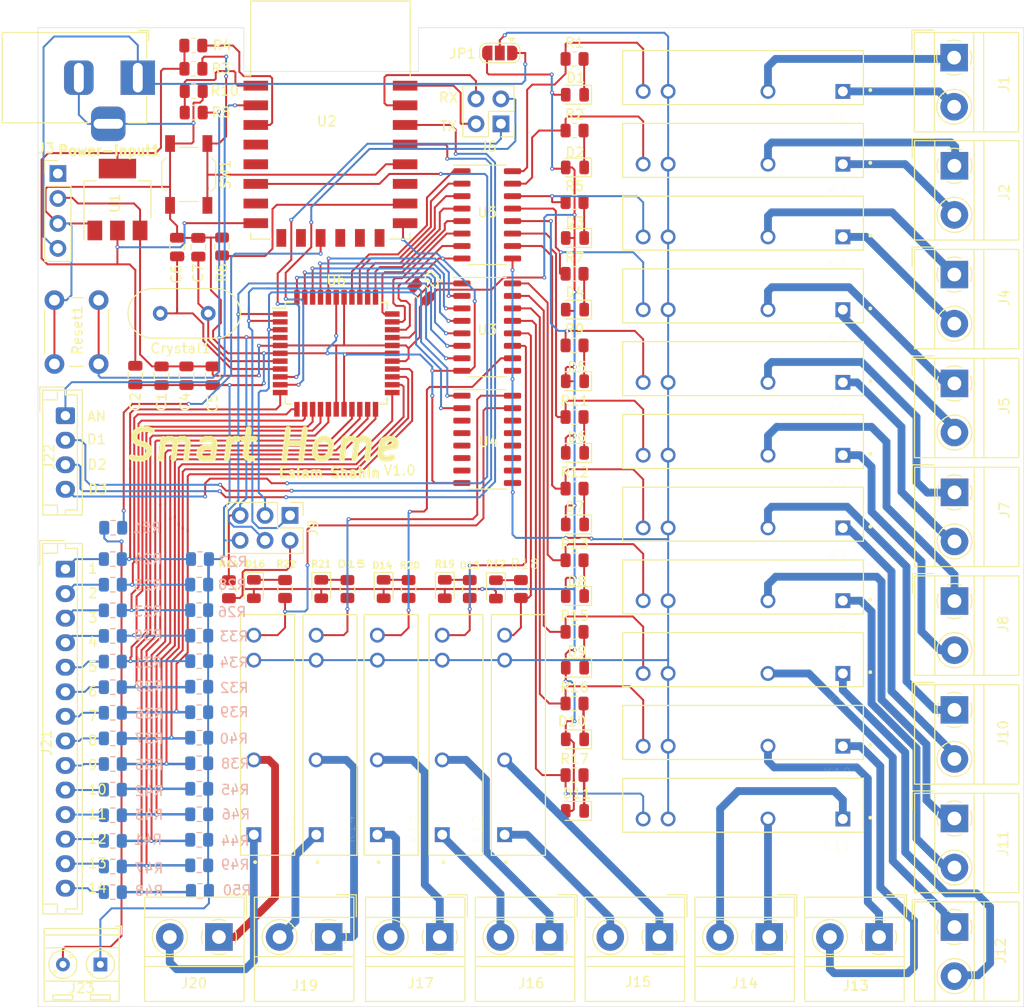
<source format=kicad_pcb>
(kicad_pcb (version 20171130) (host pcbnew "(5.1.12)-1")
  (layers (0 F.Cu signal) (31 B.Cu signal) (34 B.Paste user) (35 F.Paste user) (36 B.SilkS user) (37 F.SilkS user) (38 B.Mask user) (39 F.Mask user) (44 Edge.Cuts user))
  (net 0 "")
  (net 1 B0)
  (net 2 B1)
  (net 3 B2)
  (net 4 B3)
  (net 5 B4)
  (net 6 B5)
  (net 7 B6)
  (net 8 B7)
  (net 9 RESET)
  (net 10 +5V)
  (net 11 GND)
  (net 12 XTAL2)
  (net 13 XTAL1)
  (net 14 RX)
  (net 15 TX)
  (net 16 D2)
  (net 17 D3)
  (net 18 D4)
  (net 19 D5)
  (net 20 D6)
  (net 21 D7)
  (net 22 C0)
  (net 23 C1)
  (net 24 C2)
  (net 25 C3)
  (net 26 C4)
  (net 27 C5)
  (net 28 C6)
  (net 29 C7)
  (net 30 A7)
  (net 31 A6)
  (net 32 A5)
  (net 33 A4)
  (net 34 A3)
  (net 35 A2)
  (net 36 A1)
  (net 37 A0)
  (net 38 +3V3)
  (net 39 "Net-(J1-Pad1)")
  (net 40 ESPTX)
  (net 41 ESPRX)
  (net 42 FLASH)
  (net 43 ESPRST)
  (net 44 "Net-(D1-Pad1)")
  (net 45 "Net-(D2-Pad1)")
  (net 46 "Net-(D3-Pad1)")
  (net 47 "Net-(D4-Pad1)")
  (net 48 "Net-(D5-Pad1)")
  (net 49 "Net-(D6-Pad1)")
  (net 50 "Net-(D7-Pad1)")
  (net 51 "Net-(D8-Pad1)")
  (net 52 "Net-(D9-Pad1)")
  (net 53 "Net-(D10-Pad1)")
  (net 54 "Net-(D11-Pad1)")
  (net 55 "Net-(D12-Pad1)")
  (net 56 "Net-(D13-Pad1)")
  (net 57 "Net-(D14-Pad1)")
  (net 58 "Net-(D15-Pad1)")
  (net 59 "Net-(D16-Pad1)")
  (net 60 +12V)
  (net 61 "Net-(J4-Pad2)")
  (net 62 "Net-(J4-Pad1)")
  (net 63 "Net-(J5-Pad2)")
  (net 64 "Net-(J5-Pad1)")
  (net 65 "Net-(J7-Pad2)")
  (net 66 "Net-(J7-Pad1)")
  (net 67 "Net-(J8-Pad2)")
  (net 68 "Net-(J8-Pad1)")
  (net 69 "Net-(J10-Pad2)")
  (net 70 "Net-(J10-Pad1)")
  (net 71 "Net-(J11-Pad2)")
  (net 72 "Net-(J11-Pad1)")
  (net 73 "Net-(J12-Pad2)")
  (net 74 "Net-(J12-Pad1)")
  (net 75 "Net-(J13-Pad2)")
  (net 76 "Net-(J13-Pad1)")
  (net 77 "Net-(J14-Pad2)")
  (net 78 "Net-(J14-Pad1)")
  (net 79 "Net-(J15-Pad2)")
  (net 80 "Net-(J15-Pad1)")
  (net 81 "Net-(J16-Pad2)")
  (net 82 "Net-(J16-Pad1)")
  (net 83 "Net-(J17-Pad2)")
  (net 84 "Net-(J17-Pad1)")
  (net 85 R_POW)
  (net 86 "Net-(J20-Pad2)")
  (net 87 "Net-(J20-Pad1)")
  (net 88 "Net-(U4-Pad14)")
  (net 89 "Net-(U4-Pad13)")
  (net 90 "Net-(U4-Pad12)")
  (net 91 "Net-(U4-Pad11)")
  (net 92 "Net-(U4-Pad10)")
  (net 93 "Net-(U4-Pad7)")
  (net 94 "Net-(U4-Pad6)")
  (net 95 "Net-(U4-Pad5)")
  (net 96 "Net-(U4-Pad4)")
  (net 97 "Net-(U4-Pad3)")
  (net 98 RL2)
  (net 99 RL1)
  (net 100 RL4)
  (net 101 RL3)
  (net 102 RL6)
  (net 103 RL5)
  (net 104 RL8)
  (net 105 RL7)
  (net 106 RL10)
  (net 107 RL9)
  (net 108 RL12)
  (net 109 RL11)
  (net 110 RL14)
  (net 111 RL13)
  (net 112 RL16)
  (net 113 RL15)
  (net 114 "Net-(J1-Pad2)")
  (net 115 "Net-(J2-Pad2)")
  (net 116 "Net-(J2-Pad1)")
  (net 117 "Net-(J3-Pad1)")
  (net 118 "Net-(J19-Pad2)")
  (net 119 "Net-(J19-Pad1)")
  (net 120 "Net-(R4-Pad1)")
  (net 121 "Net-(R6-Pad2)")
  (net 122 "Net-(U2-Pad4)")
  (net 123 "Net-(U2-Pad5)")
  (net 124 "Net-(U2-Pad7)")
  (net 125 "Net-(U2-Pad9)")
  (net 126 "Net-(U2-Pad10)")
  (net 127 "Net-(U2-Pad12)")
  (net 128 "Net-(U2-Pad13)")
  (net 129 "Net-(U2-Pad14)")
  (net 130 "Net-(U2-Pad17)")
  (net 131 IN14)
  (net 132 IN13)
  (net 133 IN12)
  (net 134 IN11)
  (net 135 IN10)
  (net 136 IN9)
  (net 137 IN8)
  (net 138 IN7)
  (net 139 IN6)
  (net 140 IN5)
  (net 141 IN4)
  (net 142 IN3)
  (net 143 IN2)
  (net 144 IN1)
  (net 145 DIG3)
  (net 146 DIG2)
  (net 147 DIG1)
  (net 148 AN)
  (net 149 RGB)
  (net 150 "Net-(J23-Pad2)")
  (module RF_Module:ESP-12E (layer F.Cu) (at 172.005 -59.182)
    (fp_text reference U2 (at -0.381 0.127) (layer F.SilkS))
    (fp_text value ESP-12E)
    (pad 1 smd rect (at -7.6 -3.5) (size 2.5 1) (layers F.Cu F.Paste F.Mask) (net 43 ESPRST))
    (pad 2 smd rect (at -7.6 -1.5) (size 2.5 1) (layers F.Cu F.Paste F.Mask) (net 148 AN))
    (pad 3 smd rect (at -7.6 0.5) (size 2.5 1) (layers F.Cu F.Paste F.Mask) (net 120 "Net-(R4-Pad1)"))
    (pad 4 smd rect (at -7.6 2.5) (size 2.5 1) (layers F.Cu F.Paste F.Mask) (net 122 "Net-(U2-Pad4)"))
    (pad 5 smd rect (at -7.6 4.5) (size 2.5 1) (layers F.Cu F.Paste F.Mask) (net 123 "Net-(U2-Pad5)"))
    (pad 6 smd rect (at -7.6 6.5) (size 2.5 1) (layers F.Cu F.Paste F.Mask) (net 145 DIG3))
    (pad 7 smd rect (at -7.6 8.5) (size 2.5 1) (layers F.Cu F.Paste F.Mask) (net 124 "Net-(U2-Pad7)"))
    (pad 8 smd rect (at -7.6 10.5) (size 2.5 1) (layers F.Cu F.Paste F.Mask) (net 38 +3V3))
    (pad 9 smd rect (at -5 12) (size 1 1.8) (layers F.Cu F.Paste F.Mask) (net 125 "Net-(U2-Pad9)"))
    (pad 10 smd rect (at -3 12) (size 1 1.8) (layers F.Cu F.Paste F.Mask) (net 126 "Net-(U2-Pad10)"))
    (pad 11 smd rect (at -1 12) (size 1 1.8) (layers F.Cu F.Paste F.Mask) (net 149 RGB))
    (pad 12 smd rect (at 1 12) (size 1 1.8) (layers F.Cu F.Paste F.Mask) (net 127 "Net-(U2-Pad12)"))
    (pad 13 smd rect (at 3 12) (size 1 1.8) (layers F.Cu F.Paste F.Mask) (net 128 "Net-(U2-Pad13)"))
    (pad 14 smd rect (at 5 12) (size 1 1.8) (layers F.Cu F.Paste F.Mask) (net 129 "Net-(U2-Pad14)"))
    (pad 15 smd rect (at 7.6 10.5) (size 2.5 1) (layers F.Cu F.Paste F.Mask) (net 11 GND))
    (pad 16 smd rect (at 7.6 8.5) (size 2.5 1) (layers F.Cu F.Paste F.Mask) (net 121 "Net-(R6-Pad2)"))
    (pad 17 smd rect (at 7.6 6.5) (size 2.5 1) (layers F.Cu F.Paste F.Mask) (net 130 "Net-(U2-Pad17)"))
    (pad 18 smd rect (at 7.6 4.5) (size 2.5 1) (layers F.Cu F.Paste F.Mask) (net 42 FLASH))
    (pad 19 smd rect (at 7.6 2.5) (size 2.5 1) (layers F.Cu F.Paste F.Mask) (net 147 DIG1))
    (pad 20 smd rect (at 7.6 0.5) (size 2.5 1) (layers F.Cu F.Paste F.Mask) (net 146 DIG2))
    (pad 21 smd rect (at 7.6 -1.5) (size 2.5 1) (layers F.Cu F.Paste F.Mask) (net 41 ESPRX))
    (pad 22 smd rect (at 7.6 -3.5) (size 2.5 1) (layers F.Cu F.Paste F.Mask) (net 40 ESPTX))
  )
  (module Package_QFP:TQFP-44_10x10mm_P0.8mm (layer F.Cu) (at 172.593 -35.433)
    (fp_text reference U6 (at 0 -7.45) (layer F.SilkS))
    (fp_text value ATmega32-16AU)
    (pad 44 smd rect (at -4 -5.7 90) (size 1.5 0.55) (layers F.Cu F.Paste F.Mask) (net 5 B4))
    (pad 43 smd rect (at -3.2 -5.7 90) (size 1.5 0.55) (layers F.Cu F.Paste F.Mask) (net 4 B3))
    (pad 42 smd rect (at -2.4 -5.7 90) (size 1.5 0.55) (layers F.Cu F.Paste F.Mask) (net 3 B2))
    (pad 41 smd rect (at -1.6 -5.7 90) (size 1.5 0.55) (layers F.Cu F.Paste F.Mask) (net 2 B1))
    (pad 40 smd rect (at -0.8 -5.7 90) (size 1.5 0.55) (layers F.Cu F.Paste F.Mask) (net 1 B0))
    (pad 39 smd rect (at 0 -5.7 90) (size 1.5 0.55) (layers F.Cu F.Paste F.Mask) (net 11 GND))
    (pad 38 smd rect (at 0.8 -5.7 90) (size 1.5 0.55) (layers F.Cu F.Paste F.Mask) (net 10 +5V))
    (pad 37 smd rect (at 1.6 -5.7 90) (size 1.5 0.55) (layers F.Cu F.Paste F.Mask) (net 37 A0))
    (pad 36 smd rect (at 2.4 -5.7 90) (size 1.5 0.55) (layers F.Cu F.Paste F.Mask) (net 36 A1))
    (pad 35 smd rect (at 3.2 -5.7 90) (size 1.5 0.55) (layers F.Cu F.Paste F.Mask) (net 35 A2))
    (pad 34 smd rect (at 4 -5.7 90) (size 1.5 0.55) (layers F.Cu F.Paste F.Mask) (net 34 A3))
    (pad 33 smd rect (at 5.7 -4) (size 1.5 0.55) (layers F.Cu F.Paste F.Mask) (net 33 A4))
    (pad 32 smd rect (at 5.7 -3.2) (size 1.5 0.55) (layers F.Cu F.Paste F.Mask) (net 32 A5))
    (pad 31 smd rect (at 5.7 -2.4) (size 1.5 0.55) (layers F.Cu F.Paste F.Mask) (net 31 A6))
    (pad 30 smd rect (at 5.7 -1.6) (size 1.5 0.55) (layers F.Cu F.Paste F.Mask) (net 30 A7))
    (pad 29 smd rect (at 5.7 -0.8) (size 1.5 0.55) (layers F.Cu F.Paste F.Mask) (net 10 +5V))
    (pad 28 smd rect (at 5.7 0) (size 1.5 0.55) (layers F.Cu F.Paste F.Mask) (net 11 GND))
    (pad 27 smd rect (at 5.7 0.8) (size 1.5 0.55) (layers F.Cu F.Paste F.Mask) (net 10 +5V))
    (pad 26 smd rect (at 5.7 1.6) (size 1.5 0.55) (layers F.Cu F.Paste F.Mask) (net 29 C7))
    (pad 25 smd rect (at 5.7 2.4) (size 1.5 0.55) (layers F.Cu F.Paste F.Mask) (net 28 C6))
    (pad 24 smd rect (at 5.7 3.2) (size 1.5 0.55) (layers F.Cu F.Paste F.Mask) (net 27 C5))
    (pad 23 smd rect (at 5.7 4) (size 1.5 0.55) (layers F.Cu F.Paste F.Mask) (net 26 C4))
    (pad 22 smd rect (at 4 5.7 90) (size 1.5 0.55) (layers F.Cu F.Paste F.Mask) (net 25 C3))
    (pad 21 smd rect (at 3.2 5.7 90) (size 1.5 0.55) (layers F.Cu F.Paste F.Mask) (net 24 C2))
    (pad 20 smd rect (at 2.4 5.7 90) (size 1.5 0.55) (layers F.Cu F.Paste F.Mask) (net 23 C1))
    (pad 19 smd rect (at 1.6 5.7 90) (size 1.5 0.55) (layers F.Cu F.Paste F.Mask) (net 22 C0))
    (pad 18 smd rect (at 0.8 5.7 90) (size 1.5 0.55) (layers F.Cu F.Paste F.Mask) (net 11 GND))
    (pad 17 smd rect (at 0 5.7 90) (size 1.5 0.55) (layers F.Cu F.Paste F.Mask) (net 10 +5V))
    (pad 16 smd rect (at -0.8 5.7 90) (size 1.5 0.55) (layers F.Cu F.Paste F.Mask) (net 21 D7))
    (pad 15 smd rect (at -1.6 5.7 90) (size 1.5 0.55) (layers F.Cu F.Paste F.Mask) (net 20 D6))
    (pad 14 smd rect (at -2.4 5.7 90) (size 1.5 0.55) (layers F.Cu F.Paste F.Mask) (net 19 D5))
    (pad 13 smd rect (at -3.2 5.7 90) (size 1.5 0.55) (layers F.Cu F.Paste F.Mask) (net 18 D4))
    (pad 12 smd rect (at -4 5.7 90) (size 1.5 0.55) (layers F.Cu F.Paste F.Mask) (net 17 D3))
    (pad 11 smd rect (at -5.7 4) (size 1.5 0.55) (layers F.Cu F.Paste F.Mask) (net 16 D2))
    (pad 10 smd rect (at -5.7 3.2) (size 1.5 0.55) (layers F.Cu F.Paste F.Mask) (net 15 TX))
    (pad 9 smd rect (at -5.7 2.4) (size 1.5 0.55) (layers F.Cu F.Paste F.Mask) (net 14 RX))
    (pad 8 smd rect (at -5.7 1.6) (size 1.5 0.55) (layers F.Cu F.Paste F.Mask) (net 13 XTAL1))
    (pad 7 smd rect (at -5.7 0.8) (size 1.5 0.55) (layers F.Cu F.Paste F.Mask) (net 12 XTAL2))
    (pad 6 smd rect (at -5.7 0) (size 1.5 0.55) (layers F.Cu F.Paste F.Mask) (net 11 GND))
    (pad 5 smd rect (at -5.7 -0.8) (size 1.5 0.55) (layers F.Cu F.Paste F.Mask) (net 10 +5V))
    (pad 4 smd rect (at -5.7 -1.6) (size 1.5 0.55) (layers F.Cu F.Paste F.Mask) (net 9 RESET))
    (pad 3 smd rect (at -5.7 -2.4) (size 1.5 0.55) (layers F.Cu F.Paste F.Mask) (net 8 B7))
    (pad 2 smd rect (at -5.7 -3.2) (size 1.5 0.55) (layers F.Cu F.Paste F.Mask) (net 7 B6))
    (pad 1 smd rect (at -5.7 -4) (size 1.5 0.55) (layers F.Cu F.Paste F.Mask) (net 6 B5))
  )
  (module Resistor_SMD:R_0805_2012Metric (layer B.Cu) (at 149.89556 -17.66824)
    (fp_text reference R51 (at 3.43662 0.00762 180) (layer B.SilkS) (effects (justify mirror)))
    (fp_text value 330)
    (pad 2 smd roundrect (at 0.9125 0) (size 1.025 1.4) (layers B.Cu B.Paste B.Mask) (roundrect_rratio 0.243902) (net 149 RGB))
    (pad 1 smd roundrect (at -0.9125 0) (size 1.025 1.4) (layers B.Cu B.Paste B.Mask) (roundrect_rratio 0.243902) (net 150 "Net-(J23-Pad2)"))
  )
  (module Jumper:SolderJumper-3_P1.3mm_Open_RoundedPad1.0x1.5mm (layer F.Cu) (at 189.24064 -66.01206 180)
    (fp_text reference JP1 (at 3.78 -0.05588) (layer F.SilkS))
    (fp_text value " ")
    (pad 2 smd rect (at 0 0 180) (size 1 1.5) (layers F.Cu F.Mask) (net 85 R_POW))
    (pad 3 smd custom (at 1.3 0 180) (size 1 0.5) (layers F.Cu F.Mask) (net 10 +5V) (options (clearance outline) (anchor rect)) (primitives (gr_circle (center 0 0.25) (end 0.5 0.25) (width 0)) (gr_circle (center 0 -0.25) (end 0.5 -0.25) (width 0)) (gr_poly (pts (xy -0.55 -0.75) (xy 0 -0.75) (xy 0 0.75) (xy -0.55 0.75)) (width 0))))
    (pad 1 smd custom (at -1.3 0 180) (size 1 0.5) (layers F.Cu F.Mask) (net 60 +12V) (options (clearance outline) (anchor rect)) (primitives (gr_circle (center 0 0.25) (end 0.5 0.25) (width 0)) (gr_circle (center 0 -0.25) (end 0.5 -0.25) (width 0)) (gr_poly (pts (xy 0.55 -0.75) (xy 0 -0.75) (xy 0 0.75) (xy 0.55 0.75)) (width 0))))
  )
  (module Connector_PinHeader_2.54mm:PinHeader_1x04_P2.54mm_Vertical (layer F.Cu) (at 144.26438 -53.7337)
    (fp_text reference J3 (at -1.19634 -2.5654) (layer F.SilkS))
    (fp_text value " ")
    (pad 1 thru_hole rect (at 0 0) (size 1.7 1.7) (drill 1) (layers *.Cu *.Mask) (net 117 "Net-(J3-Pad1)"))
    (pad 2 thru_hole oval (at 0 2.54) (size 1.7 1.7) (drill 1) (layers *.Cu *.Mask) (net 10 +5V))
    (pad 3 thru_hole oval (at 0 5.08) (size 1.7 1.7) (drill 1) (layers *.Cu *.Mask) (net 11 GND))
    (pad 4 thru_hole oval (at 0 7.62) (size 1.7 1.7) (drill 1) (layers *.Cu *.Mask) (net 60 +12V))
  )
  (module Relay_THT:G3MB202PDC12 (layer F.Cu) (at 165.608 3.429 90)
    (fp_text reference K16 (at -9.588675 -4.140905 90) (layer F.SilkS) (effects (font (size 1.001425 1.001425) (thickness 0.015))))
    (fp_text value " ")
    (pad 1 thru_hole rect (at -10.16 -1.4 90) (size 1.508 1.508) (drill 1) (layers *.Cu *.Mask) (net 86 "Net-(J20-Pad2)"))
    (pad 2 thru_hole circle (at -2.54 -1.4 90) (size 1.508 1.508) (drill 1) (layers *.Cu *.Mask) (net 87 "Net-(J20-Pad1)"))
    (pad 3 thru_hole circle (at 7.62 -1.4 90) (size 1.508 1.508) (drill 1) (layers *.Cu *.Mask) (net 85 R_POW))
    (pad 4 thru_hole circle (at 10.16 -1.4 90) (size 1.508 1.508) (drill 1) (layers *.Cu *.Mask) (net 112 RL16))
  )
  (module TerminalBlock_MetzConnect:TerminalBlock_MetzConnect_Type086_RT03402HBLC_1x02_P3.81mm_Horizontal (layer F.Cu) (at 148.59 26.797 180)
    (fp_text reference J23 (at 1.905 -2.413) (layer F.SilkS))
    (fp_text value " ")
    (pad 2 thru_hole circle (at 3.81 0 180) (size 1.4 1.4) (drill 0.7) (layers *.Cu *.Mask) (net 150 "Net-(J23-Pad2)"))
    (pad 1 thru_hole rect (at 0 0 180) (size 1.4 1.4) (drill 0.7) (layers *.Cu *.Mask) (net 11 GND))
  )
  (module Connector_JST:JST_EH_B4B-EH-A_1x04_P2.50mm_Vertical (layer F.Cu) (at 145.034 -29.083 270)
    (fp_text reference J22 (at 4.191 1.651 90) (layer F.SilkS))
    (fp_text value Conn_01x04_Male)
    (pad 4 thru_hole oval (at 7.5 0 270) (size 1.7 1.95) (drill 0.95) (layers *.Cu *.Mask) (net 145 DIG3))
    (pad 3 thru_hole oval (at 5 0 270) (size 1.7 1.95) (drill 0.95) (layers *.Cu *.Mask) (net 146 DIG2))
    (pad 2 thru_hole oval (at 2.5 0 270) (size 1.7 1.95) (drill 0.95) (layers *.Cu *.Mask) (net 147 DIG1))
    (pad 1 thru_hole roundrect (at 0 0 270) (size 1.7 1.95) (drill 0.95) (layers *.Cu *.Mask) (roundrect_rratio 0.147059) (net 148 AN))
  )
  (module Button_Switch_THT:SW_PUSH_6mm (layer F.Cu) (at 143.91386 -34.34588 90)
    (fp_text reference Reset1 (at 3.45186 2.33934 90) (layer F.SilkS))
    (fp_text value SW_Push)
    (pad 1 thru_hole circle (at 6.5 0 180) (size 2 2) (drill 1.1) (layers *.Cu *.Mask) (net 11 GND))
    (pad 2 thru_hole circle (at 6.5 4.5 180) (size 2 2) (drill 1.1) (layers *.Cu *.Mask) (net 9 RESET))
    (pad 1 thru_hole circle (at 0 0 180) (size 2 2) (drill 1.1) (layers *.Cu *.Mask) (net 11 GND))
    (pad 2 thru_hole circle (at 0 4.5 180) (size 2 2) (drill 1.1) (layers *.Cu *.Mask) (net 9 RESET))
  )
  (module Resistor_SMD:R_0805_2012Metric (layer B.Cu) (at 158.7265 19.304)
    (fp_text reference R50 (at 3.76746 -0.05842) (layer B.SilkS) (effects (justify mirror)))
    (fp_text value 7.7k)
    (pad 2 smd roundrect (at 0.9125 0) (size 1.025 1.4) (layers B.Cu B.Paste B.Mask) (roundrect_rratio 0.243902) (net 11 GND))
    (pad 1 smd roundrect (at -0.9125 0) (size 1.025 1.4) (layers B.Cu B.Paste B.Mask) (roundrect_rratio 0.243902) (net 22 C0))
  )
  (module Resistor_SMD:R_0805_2012Metric (layer B.Cu) (at 158.6465 16.70538)
    (fp_text reference R49 (at 3.6595 -0.06838) (layer B.SilkS) (effects (justify mirror)))
    (fp_text value 7.7k)
    (pad 2 smd roundrect (at 0.9125 0) (size 1.025 1.4) (layers B.Cu B.Paste B.Mask) (roundrect_rratio 0.243902) (net 11 GND))
    (pad 1 smd roundrect (at -0.9125 0) (size 1.025 1.4) (layers B.Cu B.Paste B.Mask) (roundrect_rratio 0.243902) (net 23 C1))
  )
  (module Resistor_SMD:R_0805_2012Metric (layer B.Cu) (at 149.86 19.431)
    (fp_text reference R48 (at 3.683 -0.127) (layer B.SilkS) (effects (justify mirror)))
    (fp_text value 10k)
    (pad 2 smd roundrect (at 0.9125 0) (size 1.025 1.4) (layers B.Cu B.Paste B.Mask) (roundrect_rratio 0.243902) (net 22 C0))
    (pad 1 smd roundrect (at -0.9125 0) (size 1.025 1.4) (layers B.Cu B.Paste B.Mask) (roundrect_rratio 0.243902) (net 131 IN14))
  )
  (module Resistor_SMD:R_0805_2012Metric (layer B.Cu) (at 149.86 16.822608)
    (fp_text reference R47 (at 3.683 0.195392) (layer B.SilkS) (effects (justify mirror)))
    (fp_text value 10k)
    (pad 2 smd roundrect (at 0.9125 0) (size 1.025 1.4) (layers B.Cu B.Paste B.Mask) (roundrect_rratio 0.243902) (net 23 C1))
    (pad 1 smd roundrect (at -0.9125 0) (size 1.025 1.4) (layers B.Cu B.Paste B.Mask) (roundrect_rratio 0.243902) (net 132 IN13))
  )
  (module Resistor_SMD:R_0805_2012Metric (layer B.Cu) (at 158.6465 11.50815)
    (fp_text reference R46 (at 3.72554 0.01075) (layer B.SilkS) (effects (justify mirror)))
    (fp_text value 7.7k)
    (pad 2 smd roundrect (at 0.9125 0) (size 1.025 1.4) (layers B.Cu B.Paste B.Mask) (roundrect_rratio 0.243902) (net 11 GND))
    (pad 1 smd roundrect (at -0.9125 0) (size 1.025 1.4) (layers B.Cu B.Paste B.Mask) (roundrect_rratio 0.243902) (net 25 C3))
  )
  (module Resistor_SMD:R_0805_2012Metric (layer B.Cu) (at 158.6465 8.909535)
    (fp_text reference R45 (at 3.6595 0.107465) (layer B.SilkS) (effects (justify mirror)))
    (fp_text value 7.7k)
    (pad 2 smd roundrect (at 0.9125 0) (size 1.025 1.4) (layers B.Cu B.Paste B.Mask) (roundrect_rratio 0.243902) (net 11 GND))
    (pad 1 smd roundrect (at -0.9125 0) (size 1.025 1.4) (layers B.Cu B.Paste B.Mask) (roundrect_rratio 0.243902) (net 26 C4))
  )
  (module Resistor_SMD:R_0805_2012Metric (layer B.Cu) (at 158.6465 14.106765)
    (fp_text reference R44 (at 3.6595 0.117235) (layer B.SilkS) (effects (justify mirror)))
    (fp_text value 7.7k)
    (pad 2 smd roundrect (at 0.9125 0) (size 1.025 1.4) (layers B.Cu B.Paste B.Mask) (roundrect_rratio 0.243902) (net 11 GND))
    (pad 1 smd roundrect (at -0.9125 0) (size 1.025 1.4) (layers B.Cu B.Paste B.Mask) (roundrect_rratio 0.243902) (net 24 C2))
  )
  (module Resistor_SMD:R_0805_2012Metric (layer B.Cu) (at 149.86 11.60584)
    (fp_text reference R43 (at 3.683 -0.04884) (layer B.SilkS) (effects (justify mirror)))
    (fp_text value 10k)
    (pad 2 smd roundrect (at 0.9125 0) (size 1.025 1.4) (layers B.Cu B.Paste B.Mask) (roundrect_rratio 0.243902) (net 25 C3))
    (pad 1 smd roundrect (at -0.9125 0) (size 1.025 1.4) (layers B.Cu B.Paste B.Mask) (roundrect_rratio 0.243902) (net 134 IN11))
  )
  (module Resistor_SMD:R_0805_2012Metric (layer B.Cu) (at 149.86 8.997456)
    (fp_text reference R42 (at 3.683 0.146544) (layer B.SilkS) (effects (justify mirror)))
    (fp_text value 10k)
    (pad 2 smd roundrect (at 0.9125 0) (size 1.025 1.4) (layers B.Cu B.Paste B.Mask) (roundrect_rratio 0.243902) (net 26 C4))
    (pad 1 smd roundrect (at -0.9125 0) (size 1.025 1.4) (layers B.Cu B.Paste B.Mask) (roundrect_rratio 0.243902) (net 135 IN10))
  )
  (module Resistor_SMD:R_0805_2012Metric (layer B.Cu) (at 149.86 14.214224)
    (fp_text reference R41 (at 3.556 -0.117224) (layer B.SilkS) (effects (justify mirror)))
    (fp_text value 10k)
    (pad 2 smd roundrect (at 0.9125 0) (size 1.025 1.4) (layers B.Cu B.Paste B.Mask) (roundrect_rratio 0.243902) (net 24 C2))
    (pad 1 smd roundrect (at -0.9125 0) (size 1.025 1.4) (layers B.Cu B.Paste B.Mask) (roundrect_rratio 0.243902) (net 133 IN12))
  )
  (module Resistor_SMD:R_0805_2012Metric (layer B.Cu) (at 158.6465 3.712305)
    (fp_text reference R40 (at 3.5325 0.097695) (layer B.SilkS) (effects (justify mirror)))
    (fp_text value 7.7k)
    (pad 2 smd roundrect (at 0.9125 0) (size 1.025 1.4) (layers B.Cu B.Paste B.Mask) (roundrect_rratio 0.243902) (net 11 GND))
    (pad 1 smd roundrect (at -0.9125 0) (size 1.025 1.4) (layers B.Cu B.Paste B.Mask) (roundrect_rratio 0.243902) (net 28 C6))
  )
  (module Resistor_SMD:R_0805_2012Metric (layer B.Cu) (at 158.6465 1.11369)
    (fp_text reference R39 (at 3.56552 -0.00117) (layer B.SilkS) (effects (justify mirror)))
    (fp_text value 7.7k)
    (pad 2 smd roundrect (at 0.9125 0) (size 1.025 1.4) (layers B.Cu B.Paste B.Mask) (roundrect_rratio 0.243902) (net 11 GND))
    (pad 1 smd roundrect (at -0.9125 0) (size 1.025 1.4) (layers B.Cu B.Paste B.Mask) (roundrect_rratio 0.243902) (net 29 C7))
  )
  (module Resistor_SMD:R_0805_2012Metric (layer B.Cu) (at 158.6465 6.31092)
    (fp_text reference R38 (at 3.6595 0.03908) (layer B.SilkS) (effects (justify mirror)))
    (fp_text value 7.7k)
    (pad 2 smd roundrect (at 0.9125 0) (size 1.025 1.4) (layers B.Cu B.Paste B.Mask) (roundrect_rratio 0.243902) (net 11 GND))
    (pad 1 smd roundrect (at -0.9125 0) (size 1.025 1.4) (layers B.Cu B.Paste B.Mask) (roundrect_rratio 0.243902) (net 27 C5))
  )
  (module Resistor_SMD:R_0805_2012Metric (layer B.Cu) (at 149.86 3.780688)
    (fp_text reference R37 (at 3.683 0.029312) (layer B.SilkS) (effects (justify mirror)))
    (fp_text value 10k)
    (pad 2 smd roundrect (at 0.9125 0) (size 1.025 1.4) (layers B.Cu B.Paste B.Mask) (roundrect_rratio 0.243902) (net 28 C6))
    (pad 1 smd roundrect (at -0.9125 0) (size 1.025 1.4) (layers B.Cu B.Paste B.Mask) (roundrect_rratio 0.243902) (net 137 IN8))
  )
  (module Resistor_SMD:R_0805_2012Metric (layer B.Cu) (at 149.86 1.172304)
    (fp_text reference R36 (at 3.683 0.097696) (layer B.SilkS) (effects (justify mirror)))
    (fp_text value 10k)
    (pad 2 smd roundrect (at 0.9125 0) (size 1.025 1.4) (layers B.Cu B.Paste B.Mask) (roundrect_rratio 0.243902) (net 29 C7))
    (pad 1 smd roundrect (at -0.9125 0) (size 1.025 1.4) (layers B.Cu B.Paste B.Mask) (roundrect_rratio 0.243902) (net 138 IN7))
  )
  (module Resistor_SMD:R_0805_2012Metric (layer B.Cu) (at 149.86 6.389072)
    (fp_text reference R35 (at 3.683 0.087928) (layer B.SilkS) (effects (justify mirror)))
    (fp_text value 10k)
    (pad 2 smd roundrect (at 0.9125 0) (size 1.025 1.4) (layers B.Cu B.Paste B.Mask) (roundrect_rratio 0.243902) (net 27 C5))
    (pad 1 smd roundrect (at -0.9125 0) (size 1.025 1.4) (layers B.Cu B.Paste B.Mask) (roundrect_rratio 0.243902) (net 136 IN9))
  )
  (module Resistor_SMD:R_0805_2012Metric (layer B.Cu) (at 158.6465 -4.08354)
    (fp_text reference R34 (at 3.5325 0.14654) (layer B.SilkS) (effects (justify mirror)))
    (fp_text value 7.7k)
    (pad 2 smd roundrect (at 0.9125 0) (size 1.025 1.4) (layers B.Cu B.Paste B.Mask) (roundrect_rratio 0.243902) (net 11 GND))
    (pad 1 smd roundrect (at -0.9125 0) (size 1.025 1.4) (layers B.Cu B.Paste B.Mask) (roundrect_rratio 0.243902) (net 20 D6))
  )
  (module Resistor_SMD:R_0805_2012Metric (layer B.Cu) (at 158.6465 -6.682155)
    (fp_text reference R33 (at 3.5325 0.078155) (layer B.SilkS) (effects (justify mirror)))
    (fp_text value 7.7k)
    (pad 2 smd roundrect (at 0.9125 0) (size 1.025 1.4) (layers B.Cu B.Paste B.Mask) (roundrect_rratio 0.243902) (net 11 GND))
    (pad 1 smd roundrect (at -0.9125 0) (size 1.025 1.4) (layers B.Cu B.Paste B.Mask) (roundrect_rratio 0.243902) (net 19 D5))
  )
  (module Resistor_SMD:R_0805_2012Metric (layer B.Cu) (at 158.6465 -1.484925)
    (fp_text reference R32 (at 3.56552 0.118405) (layer B.SilkS) (effects (justify mirror)))
    (fp_text value 7.7k)
    (pad 2 smd roundrect (at 0.9125 0) (size 1.025 1.4) (layers B.Cu B.Paste B.Mask) (roundrect_rratio 0.243902) (net 11 GND))
    (pad 1 smd roundrect (at -0.9125 0) (size 1.025 1.4) (layers B.Cu B.Paste B.Mask) (roundrect_rratio 0.243902) (net 21 D7))
  )
  (module Resistor_SMD:R_0805_2012Metric (layer B.Cu) (at 149.86 -4.044464)
    (fp_text reference R31 (at 3.556 0.107464) (layer B.SilkS) (effects (justify mirror)))
    (fp_text value 10k)
    (pad 2 smd roundrect (at 0.9125 0) (size 1.025 1.4) (layers B.Cu B.Paste B.Mask) (roundrect_rratio 0.243902) (net 20 D6))
    (pad 1 smd roundrect (at -0.9125 0) (size 1.025 1.4) (layers B.Cu B.Paste B.Mask) (roundrect_rratio 0.243902) (net 140 IN5))
  )
  (module Resistor_SMD:R_0805_2012Metric (layer B.Cu) (at 149.86 -6.652848)
    (fp_text reference R30 (at 3.556 -0.078152) (layer B.SilkS) (effects (justify mirror)))
    (fp_text value 10k)
    (pad 2 smd roundrect (at 0.9125 0) (size 1.025 1.4) (layers B.Cu B.Paste B.Mask) (roundrect_rratio 0.243902) (net 19 D5))
    (pad 1 smd roundrect (at -0.9125 0) (size 1.025 1.4) (layers B.Cu B.Paste B.Mask) (roundrect_rratio 0.243902) (net 141 IN4))
  )
  (module Resistor_SMD:R_0805_2012Metric (layer B.Cu) (at 149.86 -1.43608)
    (fp_text reference R29 (at 3.683 -0.08792) (layer B.SilkS) (effects (justify mirror)))
    (fp_text value 10k)
    (pad 2 smd roundrect (at 0.9125 0) (size 1.025 1.4) (layers B.Cu B.Paste B.Mask) (roundrect_rratio 0.243902) (net 21 D7))
    (pad 1 smd roundrect (at -0.9125 0) (size 1.025 1.4) (layers B.Cu B.Paste B.Mask) (roundrect_rratio 0.243902) (net 139 IN6))
  )
  (module Resistor_SMD:R_0805_2012Metric (layer B.Cu) (at 158.6465 -11.879385)
    (fp_text reference R28 (at 3.35978 0.004885) (layer B.SilkS) (effects (justify mirror)))
    (fp_text value 7.7k)
    (pad 2 smd roundrect (at 0.9125 0) (size 1.025 1.4) (layers B.Cu B.Paste B.Mask) (roundrect_rratio 0.243902) (net 11 GND))
    (pad 1 smd roundrect (at -0.9125 0) (size 1.025 1.4) (layers B.Cu B.Paste B.Mask) (roundrect_rratio 0.243902) (net 17 D3))
  )
  (module Resistor_SMD:R_0805_2012Metric (layer B.Cu) (at 158.7265 -14.478)
    (fp_text reference R27 (at 3.38138 0.27178) (layer B.SilkS) (effects (justify mirror)))
    (fp_text value 7.7k)
    (pad 2 smd roundrect (at 0.9125 0) (size 1.025 1.4) (layers B.Cu B.Paste B.Mask) (roundrect_rratio 0.243902) (net 11 GND))
    (pad 1 smd roundrect (at -0.9125 0) (size 1.025 1.4) (layers B.Cu B.Paste B.Mask) (roundrect_rratio 0.243902) (net 16 D2))
  )
  (module Resistor_SMD:R_0805_2012Metric (layer B.Cu) (at 158.6465 -9.28077)
    (fp_text reference R26 (at 3.342 0.19265) (layer B.SilkS) (effects (justify mirror)))
    (fp_text value 7.7k)
    (pad 2 smd roundrect (at 0.9125 0) (size 1.025 1.4) (layers B.Cu B.Paste B.Mask) (roundrect_rratio 0.243902) (net 11 GND))
    (pad 1 smd roundrect (at -0.9125 0) (size 1.025 1.4) (layers B.Cu B.Paste B.Mask) (roundrect_rratio 0.243902) (net 18 D4))
  )
  (module Resistor_SMD:R_0805_2012Metric (layer B.Cu) (at 149.86 -11.869616)
    (fp_text reference R25 (at 3.556 0.058616) (layer B.SilkS) (effects (justify mirror)))
    (fp_text value 10k)
    (pad 2 smd roundrect (at 0.9125 0) (size 1.025 1.4) (layers B.Cu B.Paste B.Mask) (roundrect_rratio 0.243902) (net 17 D3))
    (pad 1 smd roundrect (at -0.9125 0) (size 1.025 1.4) (layers B.Cu B.Paste B.Mask) (roundrect_rratio 0.243902) (net 143 IN2))
  )
  (module Resistor_SMD:R_0805_2012Metric (layer B.Cu) (at 149.86 -14.478)
    (fp_text reference R24 (at 3.556 0) (layer B.SilkS) (effects (justify mirror)))
    (fp_text value 10k)
    (pad 2 smd roundrect (at 0.9125 0) (size 1.025 1.4) (layers B.Cu B.Paste B.Mask) (roundrect_rratio 0.243902) (net 16 D2))
    (pad 1 smd roundrect (at -0.9125 0) (size 1.025 1.4) (layers B.Cu B.Paste B.Mask) (roundrect_rratio 0.243902) (net 144 IN1))
  )
  (module Resistor_SMD:R_0805_2012Metric (layer B.Cu) (at 149.86 -9.261232)
    (fp_text reference R23 (at 3.556 0.117232) (layer B.SilkS) (effects (justify mirror)))
    (fp_text value 10k)
    (pad 2 smd roundrect (at 0.9125 0) (size 1.025 1.4) (layers B.Cu B.Paste B.Mask) (roundrect_rratio 0.243902) (net 18 D4))
    (pad 1 smd roundrect (at -0.9125 0) (size 1.025 1.4) (layers B.Cu B.Paste B.Mask) (roundrect_rratio 0.243902) (net 142 IN3))
  )
  (module Connector_JST:JST_EH_B14B-EH-A_1x14_P2.50mm_Vertical (layer F.Cu) (at 145.034 -13.462 270)
    (fp_text reference J21 (at 17.68856 1.9177 90) (layer F.SilkS))
    (fp_text value Conn_01x14_Male)
    (pad 14 thru_hole oval (at 32.5 0 270) (size 1.7 1.95) (drill 0.95) (layers *.Cu *.Mask) (net 131 IN14))
    (pad 13 thru_hole oval (at 30 0 270) (size 1.7 1.95) (drill 0.95) (layers *.Cu *.Mask) (net 132 IN13))
    (pad 12 thru_hole oval (at 27.5 0 270) (size 1.7 1.95) (drill 0.95) (layers *.Cu *.Mask) (net 133 IN12))
    (pad 11 thru_hole oval (at 25 0 270) (size 1.7 1.95) (drill 0.95) (layers *.Cu *.Mask) (net 134 IN11))
    (pad 10 thru_hole oval (at 22.5 0 270) (size 1.7 1.95) (drill 0.95) (layers *.Cu *.Mask) (net 135 IN10))
    (pad 9 thru_hole oval (at 20 0 270) (size 1.7 1.95) (drill 0.95) (layers *.Cu *.Mask) (net 136 IN9))
    (pad 8 thru_hole oval (at 17.5 0 270) (size 1.7 1.95) (drill 0.95) (layers *.Cu *.Mask) (net 137 IN8))
    (pad 7 thru_hole oval (at 15 0 270) (size 1.7 1.95) (drill 0.95) (layers *.Cu *.Mask) (net 138 IN7))
    (pad 6 thru_hole oval (at 12.5 0 270) (size 1.7 1.95) (drill 0.95) (layers *.Cu *.Mask) (net 139 IN6))
    (pad 5 thru_hole oval (at 10 0 270) (size 1.7 1.95) (drill 0.95) (layers *.Cu *.Mask) (net 140 IN5))
    (pad 4 thru_hole oval (at 7.5 0 270) (size 1.7 1.95) (drill 0.95) (layers *.Cu *.Mask) (net 141 IN4))
    (pad 3 thru_hole oval (at 5 0 270) (size 1.7 1.95) (drill 0.95) (layers *.Cu *.Mask) (net 142 IN3))
    (pad 2 thru_hole oval (at 2.5 0 270) (size 1.7 1.95) (drill 0.95) (layers *.Cu *.Mask) (net 143 IN2))
    (pad 1 thru_hole roundrect (at 0 0 270) (size 1.7 1.95) (drill 0.95) (layers *.Cu *.Mask) (roundrect_rratio 0.147059) (net 144 IN1))
  )
  (module Crystal:Crystal_HC49-4H_Vertical (layer F.Cu) (at 154.686 -39.497)
    (fp_text reference Crystal1 (at 2.06502 3.55854) (layer F.SilkS))
    (fp_text value Crystal)
    (pad 2 thru_hole circle (at 4.88 0) (size 1.5 1.5) (drill 0.8) (layers *.Cu *.Mask) (net 12 XTAL2))
    (pad 1 thru_hole circle (at 0 0) (size 1.5 1.5) (drill 0.8) (layers *.Cu *.Mask) (net 13 XTAL1))
  )
  (module Package_SO:SO-16_3.9x9.9mm_P1.27mm (layer F.Cu) (at 187.96 -49.53)
    (fp_text reference U5 (at 0 -0.254) (layer F.SilkS))
    (fp_text value ULN2004A)
    (pad 16 smd roundrect (at 2.575 -4.445) (size 1.75 0.6) (layers F.Cu F.Paste F.Mask) (net 99 RL1))
    (pad 15 smd roundrect (at 2.575 -3.175) (size 1.75 0.6) (layers F.Cu F.Paste F.Mask) (net 98 RL2))
    (pad 14 smd roundrect (at 2.575 -1.905) (size 1.75 0.6) (layers F.Cu F.Paste F.Mask) (net 101 RL3))
    (pad 13 smd roundrect (at 2.575 -0.635) (size 1.75 0.6) (layers F.Cu F.Paste F.Mask) (net 100 RL4))
    (pad 12 smd roundrect (at 2.575 0.635) (size 1.75 0.6) (layers F.Cu F.Paste F.Mask) (net 103 RL5))
    (pad 11 smd roundrect (at 2.575 1.905) (size 1.75 0.6) (layers F.Cu F.Paste F.Mask) (net 102 RL6))
    (pad 10 smd roundrect (at 2.575 3.175) (size 1.75 0.6) (layers F.Cu F.Paste F.Mask) (net 105 RL7))
    (pad 9 smd roundrect (at 2.575 4.445) (size 1.75 0.6) (layers F.Cu F.Paste F.Mask) (net 85 R_POW))
    (pad 8 smd roundrect (at -2.575 4.445) (size 1.75 0.6) (layers F.Cu F.Paste F.Mask) (net 11 GND))
    (pad 7 smd roundrect (at -2.575 3.175) (size 1.75 0.6) (layers F.Cu F.Paste F.Mask) (net 31 A6))
    (pad 6 smd roundrect (at -2.575 1.905) (size 1.75 0.6) (layers F.Cu F.Paste F.Mask) (net 32 A5))
    (pad 5 smd roundrect (at -2.575 0.635) (size 1.75 0.6) (layers F.Cu F.Paste F.Mask) (net 33 A4))
    (pad 4 smd roundrect (at -2.575 -0.635) (size 1.75 0.6) (layers F.Cu F.Paste F.Mask) (net 34 A3))
    (pad 3 smd roundrect (at -2.575 -1.905) (size 1.75 0.6) (layers F.Cu F.Paste F.Mask) (net 35 A2))
    (pad 2 smd roundrect (at -2.575 -3.175) (size 1.75 0.6) (layers F.Cu F.Paste F.Mask) (net 36 A1))
    (pad 1 smd roundrect (at -2.575 -4.445) (size 1.75 0.6) (layers F.Cu F.Paste F.Mask) (net 37 A0))
  )
  (module Package_SO:SO-16_3.9x9.9mm_P1.27mm (layer F.Cu) (at 187.96 -26.67)
    (fp_text reference U4 (at 0.127 0.254) (layer F.SilkS))
    (fp_text value ULN2004A)
    (pad 16 smd roundrect (at 2.575 -4.445) (size 1.75 0.6) (layers F.Cu F.Paste F.Mask) (net 113 RL15))
    (pad 15 smd roundrect (at 2.575 -3.175) (size 1.75 0.6) (layers F.Cu F.Paste F.Mask) (net 112 RL16))
    (pad 14 smd roundrect (at 2.575 -1.905) (size 1.75 0.6) (layers F.Cu F.Paste F.Mask) (net 88 "Net-(U4-Pad14)"))
    (pad 13 smd roundrect (at 2.575 -0.635) (size 1.75 0.6) (layers F.Cu F.Paste F.Mask) (net 89 "Net-(U4-Pad13)"))
    (pad 12 smd roundrect (at 2.575 0.635) (size 1.75 0.6) (layers F.Cu F.Paste F.Mask) (net 90 "Net-(U4-Pad12)"))
    (pad 11 smd roundrect (at 2.575 1.905) (size 1.75 0.6) (layers F.Cu F.Paste F.Mask) (net 91 "Net-(U4-Pad11)"))
    (pad 10 smd roundrect (at 2.575 3.175) (size 1.75 0.6) (layers F.Cu F.Paste F.Mask) (net 92 "Net-(U4-Pad10)"))
    (pad 9 smd roundrect (at 2.575 4.445) (size 1.75 0.6) (layers F.Cu F.Paste F.Mask) (net 85 R_POW))
    (pad 8 smd roundrect (at -2.575 4.445) (size 1.75 0.6) (layers F.Cu F.Paste F.Mask) (net 11 GND))
    (pad 7 smd roundrect (at -2.575 3.175) (size 1.75 0.6) (layers F.Cu F.Paste F.Mask) (net 93 "Net-(U4-Pad7)"))
    (pad 6 smd roundrect (at -2.575 1.905) (size 1.75 0.6) (layers F.Cu F.Paste F.Mask) (net 94 "Net-(U4-Pad6)"))
    (pad 5 smd roundrect (at -2.575 0.635) (size 1.75 0.6) (layers F.Cu F.Paste F.Mask) (net 95 "Net-(U4-Pad5)"))
    (pad 4 smd roundrect (at -2.575 -0.635) (size 1.75 0.6) (layers F.Cu F.Paste F.Mask) (net 96 "Net-(U4-Pad4)"))
    (pad 3 smd roundrect (at -2.575 -1.905) (size 1.75 0.6) (layers F.Cu F.Paste F.Mask) (net 97 "Net-(U4-Pad3)"))
    (pad 2 smd roundrect (at -2.575 -3.175) (size 1.75 0.6) (layers F.Cu F.Paste F.Mask) (net 8 B7))
    (pad 1 smd roundrect (at -2.575 -4.445) (size 1.75 0.6) (layers F.Cu F.Paste F.Mask) (net 7 B6))
  )
  (module Package_SO:SO-16_3.9x9.9mm_P1.27mm (layer F.Cu) (at 187.96 -38.1)
    (fp_text reference U3 (at 0 0.254) (layer F.SilkS))
    (fp_text value ULN2004A)
    (pad 16 smd roundrect (at 2.575 -4.445) (size 1.75 0.6) (layers F.Cu F.Paste F.Mask) (net 104 RL8))
    (pad 15 smd roundrect (at 2.575 -3.175) (size 1.75 0.6) (layers F.Cu F.Paste F.Mask) (net 107 RL9))
    (pad 14 smd roundrect (at 2.575 -1.905) (size 1.75 0.6) (layers F.Cu F.Paste F.Mask) (net 106 RL10))
    (pad 13 smd roundrect (at 2.575 -0.635) (size 1.75 0.6) (layers F.Cu F.Paste F.Mask) (net 109 RL11))
    (pad 12 smd roundrect (at 2.575 0.635) (size 1.75 0.6) (layers F.Cu F.Paste F.Mask) (net 108 RL12))
    (pad 11 smd roundrect (at 2.575 1.905) (size 1.75 0.6) (layers F.Cu F.Paste F.Mask) (net 111 RL13))
    (pad 10 smd roundrect (at 2.575 3.175) (size 1.75 0.6) (layers F.Cu F.Paste F.Mask) (net 110 RL14))
    (pad 9 smd roundrect (at 2.575 4.445) (size 1.75 0.6) (layers F.Cu F.Paste F.Mask) (net 85 R_POW))
    (pad 8 smd roundrect (at -2.575 4.445) (size 1.75 0.6) (layers F.Cu F.Paste F.Mask) (net 11 GND))
    (pad 7 smd roundrect (at -2.575 3.175) (size 1.75 0.6) (layers F.Cu F.Paste F.Mask) (net 6 B5))
    (pad 6 smd roundrect (at -2.575 1.905) (size 1.75 0.6) (layers F.Cu F.Paste F.Mask) (net 5 B4))
    (pad 5 smd roundrect (at -2.575 0.635) (size 1.75 0.6) (layers F.Cu F.Paste F.Mask) (net 4 B3))
    (pad 4 smd roundrect (at -2.575 -0.635) (size 1.75 0.6) (layers F.Cu F.Paste F.Mask) (net 3 B2))
    (pad 3 smd roundrect (at -2.575 -1.905) (size 1.75 0.6) (layers F.Cu F.Paste F.Mask) (net 2 B1))
    (pad 2 smd roundrect (at -2.575 -3.175) (size 1.75 0.6) (layers F.Cu F.Paste F.Mask) (net 1 B0))
    (pad 1 smd roundrect (at -2.575 -4.445) (size 1.75 0.6) (layers F.Cu F.Paste F.Mask) (net 30 A7))
  )
  (module Resistor_SMD:R_0805_2012Metric (layer F.Cu) (at 173.736 -11.43 90)
    (fp_text reference R21 (at 2.54 -2.667 180) (layer F.SilkS) (effects (font (size 0.7 0.7))))
    (fp_text value 330)
    (pad 2 smd roundrect (at 0.9125 0 90) (size 1.025 1.4) (layers F.Cu F.Paste F.Mask) (roundrect_rratio 0.243902) (net 58 "Net-(D15-Pad1)"))
    (pad 1 smd roundrect (at -0.9125 0 90) (size 1.025 1.4) (layers F.Cu F.Paste F.Mask) (roundrect_rratio 0.243902) (net 113 RL15))
  )
  (module Resistor_SMD:R_0805_2012Metric (layer F.Cu) (at 167.386 -11.43 90)
    (fp_text reference R22 (at 2.54 0.127 180) (layer F.SilkS) (effects (font (size 0.7 0.7))))
    (fp_text value 330)
    (pad 2 smd roundrect (at 0.9125 0 90) (size 1.025 1.4) (layers F.Cu F.Paste F.Mask) (roundrect_rratio 0.243902) (net 59 "Net-(D16-Pad1)"))
    (pad 1 smd roundrect (at -0.9125 0 90) (size 1.025 1.4) (layers F.Cu F.Paste F.Mask) (roundrect_rratio 0.243902) (net 112 RL16))
  )
  (module Resistor_SMD:R_0805_2012Metric (layer F.Cu) (at 186.182 -11.43 90)
    (fp_text reference R19 (at 2.54 -2.54 180) (layer F.SilkS) (effects (font (size 0.7 0.7))))
    (fp_text value 330)
    (pad 2 smd roundrect (at 0.9125 0 90) (size 1.025 1.4) (layers F.Cu F.Paste F.Mask) (roundrect_rratio 0.243902) (net 56 "Net-(D13-Pad1)"))
    (pad 1 smd roundrect (at -0.9125 0 90) (size 1.025 1.4) (layers F.Cu F.Paste F.Mask) (roundrect_rratio 0.243902) (net 111 RL13))
  )
  (module Resistor_SMD:R_0805_2012Metric (layer F.Cu) (at 179.959 -11.43 90)
    (fp_text reference R20 (at 2.413 0.127 180) (layer F.SilkS) (effects (font (size 0.7 0.7))))
    (fp_text value 330)
    (pad 2 smd roundrect (at 0.9125 0 90) (size 1.025 1.4) (layers F.Cu F.Paste F.Mask) (roundrect_rratio 0.243902) (net 57 "Net-(D14-Pad1)"))
    (pad 1 smd roundrect (at -0.9125 0 90) (size 1.025 1.4) (layers F.Cu F.Paste F.Mask) (roundrect_rratio 0.243902) (net 110 RL14))
  )
  (module Resistor_SMD:R_0805_2012Metric (layer F.Cu) (at 196.85 7.51758)
    (fp_text reference R17 (at 0 -1.65) (layer F.SilkS))
    (fp_text value 330)
    (pad 2 smd roundrect (at 0.9125 0) (size 1.025 1.4) (layers F.Cu F.Paste F.Mask) (roundrect_rratio 0.243902) (net 54 "Net-(D11-Pad1)"))
    (pad 1 smd roundrect (at -0.9125 0) (size 1.025 1.4) (layers F.Cu F.Paste F.Mask) (roundrect_rratio 0.243902) (net 109 RL11))
  )
  (module Resistor_SMD:R_0805_2012Metric (layer F.Cu) (at 191.389 -11.43 90)
    (fp_text reference R18 (at 2.54 0.381 180) (layer F.SilkS) (effects (font (thickness 0.08))))
    (fp_text value 330)
    (pad 2 smd roundrect (at 0.9125 0 90) (size 1.025 1.4) (layers F.Cu F.Paste F.Mask) (roundrect_rratio 0.243902) (net 55 "Net-(D12-Pad1)"))
    (pad 1 smd roundrect (at -0.9125 0 90) (size 1.025 1.4) (layers F.Cu F.Paste F.Mask) (roundrect_rratio 0.243902) (net 108 RL12))
  )
  (module Resistor_SMD:R_0805_2012Metric (layer F.Cu) (at 196.85 -7.066936)
    (fp_text reference R15 (at 0 -1.65) (layer F.SilkS))
    (fp_text value 330)
    (pad 2 smd roundrect (at 0.9125 0) (size 1.025 1.4) (layers F.Cu F.Paste F.Mask) (roundrect_rratio 0.243902) (net 52 "Net-(D9-Pad1)"))
    (pad 1 smd roundrect (at -0.9125 0) (size 1.025 1.4) (layers F.Cu F.Paste F.Mask) (roundrect_rratio 0.243902) (net 107 RL9))
  )
  (module Resistor_SMD:R_0805_2012Metric (layer F.Cu) (at 196.85 0.225322)
    (fp_text reference R16 (at 0 -1.65) (layer F.SilkS))
    (fp_text value 330)
    (pad 2 smd roundrect (at 0.9125 0) (size 1.025 1.4) (layers F.Cu F.Paste F.Mask) (roundrect_rratio 0.243902) (net 53 "Net-(D10-Pad1)"))
    (pad 1 smd roundrect (at -0.9125 0) (size 1.025 1.4) (layers F.Cu F.Paste F.Mask) (roundrect_rratio 0.243902) (net 106 RL10))
  )
  (module Resistor_SMD:R_0805_2012Metric (layer F.Cu) (at 196.85 -21.651452)
    (fp_text reference R12 (at 0 -1.65) (layer F.SilkS))
    (fp_text value 330)
    (pad 2 smd roundrect (at 0.9125 0) (size 1.025 1.4) (layers F.Cu F.Paste F.Mask) (roundrect_rratio 0.243902) (net 50 "Net-(D7-Pad1)"))
    (pad 1 smd roundrect (at -0.9125 0) (size 1.025 1.4) (layers F.Cu F.Paste F.Mask) (roundrect_rratio 0.243902) (net 105 RL7))
  )
  (module Resistor_SMD:R_0805_2012Metric (layer F.Cu) (at 196.85 -14.359194)
    (fp_text reference R13 (at 0 -1.65) (layer F.SilkS))
    (fp_text value 330)
    (pad 2 smd roundrect (at 0.9125 0) (size 1.025 1.4) (layers F.Cu F.Paste F.Mask) (roundrect_rratio 0.243902) (net 51 "Net-(D8-Pad1)"))
    (pad 1 smd roundrect (at -0.9125 0) (size 1.025 1.4) (layers F.Cu F.Paste F.Mask) (roundrect_rratio 0.243902) (net 104 RL8))
  )
  (module Resistor_SMD:R_0805_2012Metric (layer F.Cu) (at 196.85 -36.235968)
    (fp_text reference R9 (at 0 -1.65) (layer F.SilkS))
    (fp_text value 330)
    (pad 2 smd roundrect (at 0.9125 0) (size 1.025 1.4) (layers F.Cu F.Paste F.Mask) (roundrect_rratio 0.243902) (net 48 "Net-(D5-Pad1)"))
    (pad 1 smd roundrect (at -0.9125 0) (size 1.025 1.4) (layers F.Cu F.Paste F.Mask) (roundrect_rratio 0.243902) (net 103 RL5))
  )
  (module Resistor_SMD:R_0805_2012Metric (layer F.Cu) (at 196.85 -28.94371)
    (fp_text reference R11 (at 0 -1.65) (layer F.SilkS))
    (fp_text value 330)
    (pad 2 smd roundrect (at 0.9125 0) (size 1.025 1.4) (layers F.Cu F.Paste F.Mask) (roundrect_rratio 0.243902) (net 49 "Net-(D6-Pad1)"))
    (pad 1 smd roundrect (at -0.9125 0) (size 1.025 1.4) (layers F.Cu F.Paste F.Mask) (roundrect_rratio 0.243902) (net 102 RL6))
  )
  (module Resistor_SMD:R_0805_2012Metric (layer F.Cu) (at 196.85 -50.820484)
    (fp_text reference R5 (at 0 -1.65) (layer F.SilkS))
    (fp_text value 330)
    (pad 2 smd roundrect (at 0.9125 0) (size 1.025 1.4) (layers F.Cu F.Paste F.Mask) (roundrect_rratio 0.243902) (net 46 "Net-(D3-Pad1)"))
    (pad 1 smd roundrect (at -0.9125 0) (size 1.025 1.4) (layers F.Cu F.Paste F.Mask) (roundrect_rratio 0.243902) (net 101 RL3))
  )
  (module Resistor_SMD:R_0805_2012Metric (layer F.Cu) (at 196.85 -43.528226)
    (fp_text reference R7 (at 0 -1.65) (layer F.SilkS))
    (fp_text value 330)
    (pad 2 smd roundrect (at 0.9125 0) (size 1.025 1.4) (layers F.Cu F.Paste F.Mask) (roundrect_rratio 0.243902) (net 47 "Net-(D4-Pad1)"))
    (pad 1 smd roundrect (at -0.9125 0) (size 1.025 1.4) (layers F.Cu F.Paste F.Mask) (roundrect_rratio 0.243902) (net 100 RL4))
  )
  (module Resistor_SMD:R_0805_2012Metric (layer F.Cu) (at 196.85 -65.405)
    (fp_text reference R1 (at 0 -1.65) (layer F.SilkS))
    (fp_text value 330)
    (pad 2 smd roundrect (at 0.9125 0) (size 1.025 1.4) (layers F.Cu F.Paste F.Mask) (roundrect_rratio 0.243902) (net 44 "Net-(D1-Pad1)"))
    (pad 1 smd roundrect (at -0.9125 0) (size 1.025 1.4) (layers F.Cu F.Paste F.Mask) (roundrect_rratio 0.243902) (net 99 RL1))
  )
  (module Resistor_SMD:R_0805_2012Metric (layer F.Cu) (at 196.85 -58.112742)
    (fp_text reference R2 (at 0 -1.65) (layer F.SilkS))
    (fp_text value 330)
    (pad 2 smd roundrect (at 0.9125 0) (size 1.025 1.4) (layers F.Cu F.Paste F.Mask) (roundrect_rratio 0.243902) (net 45 "Net-(D2-Pad1)"))
    (pad 1 smd roundrect (at -0.9125 0) (size 1.025 1.4) (layers F.Cu F.Paste F.Mask) (roundrect_rratio 0.243902) (net 98 RL2))
  )
  (module Relay_THT:G3MB202PDC12 (layer F.Cu) (at 171.958 3.429 90)
    (fp_text reference K15 (at -9.588675 -4.140905 90) (layer F.SilkS) (effects (font (size 1.001425 1.001425) (thickness 0.015))))
    (fp_text value " ")
    (pad 1 thru_hole rect (at -10.16 -1.4 90) (size 1.508 1.508) (drill 1) (layers *.Cu *.Mask) (net 118 "Net-(J19-Pad2)"))
    (pad 2 thru_hole circle (at -2.54 -1.4 90) (size 1.508 1.508) (drill 1) (layers *.Cu *.Mask) (net 119 "Net-(J19-Pad1)"))
    (pad 3 thru_hole circle (at 7.62 -1.4 90) (size 1.508 1.508) (drill 1) (layers *.Cu *.Mask) (net 85 R_POW))
    (pad 4 thru_hole circle (at 10.16 -1.4 90) (size 1.508 1.508) (drill 1) (layers *.Cu *.Mask) (net 113 RL15))
  )
  (module Relay_THT:G3MB202PDC12 (layer F.Cu) (at 184.785 3.429 90)
    (fp_text reference K13 (at -9.588675 -4.140905 90) (layer F.SilkS) (effects (font (size 1.001425 1.001425) (thickness 0.015))))
    (fp_text value " ")
    (pad 1 thru_hole rect (at -10.16 -1.4 90) (size 1.508 1.508) (drill 1) (layers *.Cu *.Mask) (net 81 "Net-(J16-Pad2)"))
    (pad 2 thru_hole circle (at -2.54 -1.4 90) (size 1.508 1.508) (drill 1) (layers *.Cu *.Mask) (net 82 "Net-(J16-Pad1)"))
    (pad 3 thru_hole circle (at 7.62 -1.4 90) (size 1.508 1.508) (drill 1) (layers *.Cu *.Mask) (net 85 R_POW))
    (pad 4 thru_hole circle (at 10.16 -1.4 90) (size 1.508 1.508) (drill 1) (layers *.Cu *.Mask) (net 111 RL13))
  )
  (module Relay_THT:G3MB202PDC12 (layer F.Cu) (at 178.181 3.429 90)
    (fp_text reference K14 (at -9.588675 -4.140905 90) (layer F.SilkS) (effects (font (size 1.001425 1.001425) (thickness 0.015))))
    (fp_text value " ")
    (pad 1 thru_hole rect (at -10.16 -1.4 90) (size 1.508 1.508) (drill 1) (layers *.Cu *.Mask) (net 83 "Net-(J17-Pad2)"))
    (pad 2 thru_hole circle (at -2.54 -1.4 90) (size 1.508 1.508) (drill 1) (layers *.Cu *.Mask) (net 84 "Net-(J17-Pad1)"))
    (pad 3 thru_hole circle (at 7.62 -1.4 90) (size 1.508 1.508) (drill 1) (layers *.Cu *.Mask) (net 85 R_POW))
    (pad 4 thru_hole circle (at 10.16 -1.4 90) (size 1.508 1.508) (drill 1) (layers *.Cu *.Mask) (net 110 RL14))
  )
  (module Relay_THT:G3MB202PDC12 (layer F.Cu) (at 213.995 10.58333 180)
    (fp_text reference K11 (at -9.588675 -4.140905) (layer F.SilkS) (effects (font (size 1.001425 1.001425) (thickness 0.015))))
    (fp_text value " ")
    (pad 1 thru_hole rect (at -10.16 -1.4 180) (size 1.508 1.508) (drill 1) (layers *.Cu *.Mask) (net 77 "Net-(J14-Pad2)"))
    (pad 2 thru_hole circle (at -2.54 -1.4 180) (size 1.508 1.508) (drill 1) (layers *.Cu *.Mask) (net 78 "Net-(J14-Pad1)"))
    (pad 3 thru_hole circle (at 7.62 -1.4 180) (size 1.508 1.508) (drill 1) (layers *.Cu *.Mask) (net 85 R_POW))
    (pad 4 thru_hole circle (at 10.16 -1.4 180) (size 1.508 1.508) (drill 1) (layers *.Cu *.Mask) (net 109 RL11))
  )
  (module Relay_THT:G3MB202PDC12 (layer F.Cu) (at 191.135 3.429 90)
    (fp_text reference K12 (at -9.588675 -4.140905 90) (layer F.SilkS) (effects (font (size 1.001425 1.001425) (thickness 0.015))))
    (fp_text value " ")
    (pad 1 thru_hole rect (at -10.16 -1.4 90) (size 1.508 1.508) (drill 1) (layers *.Cu *.Mask) (net 79 "Net-(J15-Pad2)"))
    (pad 2 thru_hole circle (at -2.54 -1.4 90) (size 1.508 1.508) (drill 1) (layers *.Cu *.Mask) (net 80 "Net-(J15-Pad1)"))
    (pad 3 thru_hole circle (at 7.62 -1.4 90) (size 1.508 1.508) (drill 1) (layers *.Cu *.Mask) (net 85 R_POW))
    (pad 4 thru_hole circle (at 10.16 -1.4 90) (size 1.508 1.508) (drill 1) (layers *.Cu *.Mask) (net 108 RL12))
  )
  (module Relay_THT:G3MB202PDC12 (layer F.Cu) (at 213.995 -4.233336 180)
    (fp_text reference K9 (at -9.588675 -4.140905) (layer F.SilkS) (effects (font (size 1.001425 1.001425) (thickness 0.015))))
    (fp_text value " ")
    (pad 1 thru_hole rect (at -10.16 -1.4 180) (size 1.508 1.508) (drill 1) (layers *.Cu *.Mask) (net 73 "Net-(J12-Pad2)"))
    (pad 2 thru_hole circle (at -2.54 -1.4 180) (size 1.508 1.508) (drill 1) (layers *.Cu *.Mask) (net 74 "Net-(J12-Pad1)"))
    (pad 3 thru_hole circle (at 7.62 -1.4 180) (size 1.508 1.508) (drill 1) (layers *.Cu *.Mask) (net 85 R_POW))
    (pad 4 thru_hole circle (at 10.16 -1.4 180) (size 1.508 1.508) (drill 1) (layers *.Cu *.Mask) (net 107 RL9))
  )
  (module Relay_THT:G3MB202PDC12 (layer F.Cu) (at 213.995 3.174997 180)
    (fp_text reference K10 (at -9.588675 -4.140905) (layer F.SilkS) (effects (font (size 1.001425 1.001425) (thickness 0.015))))
    (fp_text value " ")
    (pad 1 thru_hole rect (at -10.16 -1.4 180) (size 1.508 1.508) (drill 1) (layers *.Cu *.Mask) (net 75 "Net-(J13-Pad2)"))
    (pad 2 thru_hole circle (at -2.54 -1.4 180) (size 1.508 1.508) (drill 1) (layers *.Cu *.Mask) (net 76 "Net-(J13-Pad1)"))
    (pad 3 thru_hole circle (at 7.62 -1.4 180) (size 1.508 1.508) (drill 1) (layers *.Cu *.Mask) (net 85 R_POW))
    (pad 4 thru_hole circle (at 10.16 -1.4 180) (size 1.508 1.508) (drill 1) (layers *.Cu *.Mask) (net 106 RL10))
  )
  (module Relay_THT:G3MB202PDC12 (layer F.Cu) (at 213.995 -19.050002 180)
    (fp_text reference K7 (at -9.588675 -4.140905) (layer F.SilkS) (effects (font (size 1.001425 1.001425) (thickness 0.015))))
    (fp_text value " ")
    (pad 1 thru_hole rect (at -10.16 -1.4 180) (size 1.508 1.508) (drill 1) (layers *.Cu *.Mask) (net 69 "Net-(J10-Pad2)"))
    (pad 2 thru_hole circle (at -2.54 -1.4 180) (size 1.508 1.508) (drill 1) (layers *.Cu *.Mask) (net 70 "Net-(J10-Pad1)"))
    (pad 3 thru_hole circle (at 7.62 -1.4 180) (size 1.508 1.508) (drill 1) (layers *.Cu *.Mask) (net 85 R_POW))
    (pad 4 thru_hole circle (at 10.16 -1.4 180) (size 1.508 1.508) (drill 1) (layers *.Cu *.Mask) (net 105 RL7))
  )
  (module Relay_THT:G3MB202PDC12 (layer F.Cu) (at 213.995 -11.641669 180)
    (fp_text reference K8 (at -9.588675 -4.140905) (layer F.SilkS) (effects (font (size 1.001425 1.001425) (thickness 0.015))))
    (fp_text value " ")
    (pad 1 thru_hole rect (at -10.16 -1.4 180) (size 1.508 1.508) (drill 1) (layers *.Cu *.Mask) (net 71 "Net-(J11-Pad2)"))
    (pad 2 thru_hole circle (at -2.54 -1.4 180) (size 1.508 1.508) (drill 1) (layers *.Cu *.Mask) (net 72 "Net-(J11-Pad1)"))
    (pad 3 thru_hole circle (at 7.62 -1.4 180) (size 1.508 1.508) (drill 1) (layers *.Cu *.Mask) (net 85 R_POW))
    (pad 4 thru_hole circle (at 10.16 -1.4 180) (size 1.508 1.508) (drill 1) (layers *.Cu *.Mask) (net 104 RL8))
  )
  (module Relay_THT:G3MB202PDC12 (layer F.Cu) (at 213.995 -33.866668 180)
    (fp_text reference K5 (at -9.588675 -4.140905) (layer F.SilkS) (effects (font (size 1.001425 1.001425) (thickness 0.015))))
    (fp_text value " ")
    (pad 1 thru_hole rect (at -10.16 -1.4 180) (size 1.508 1.508) (drill 1) (layers *.Cu *.Mask) (net 65 "Net-(J7-Pad2)"))
    (pad 2 thru_hole circle (at -2.54 -1.4 180) (size 1.508 1.508) (drill 1) (layers *.Cu *.Mask) (net 66 "Net-(J7-Pad1)"))
    (pad 3 thru_hole circle (at 7.62 -1.4 180) (size 1.508 1.508) (drill 1) (layers *.Cu *.Mask) (net 85 R_POW))
    (pad 4 thru_hole circle (at 10.16 -1.4 180) (size 1.508 1.508) (drill 1) (layers *.Cu *.Mask) (net 103 RL5))
  )
  (module Relay_THT:G3MB202PDC12 (layer F.Cu) (at 213.995 -26.458335 180)
    (fp_text reference K6 (at -9.588675 -4.140905) (layer F.SilkS) (effects (font (size 1.001425 1.001425) (thickness 0.015))))
    (fp_text value " ")
    (pad 1 thru_hole rect (at -10.16 -1.4 180) (size 1.508 1.508) (drill 1) (layers *.Cu *.Mask) (net 67 "Net-(J8-Pad2)"))
    (pad 2 thru_hole circle (at -2.54 -1.4 180) (size 1.508 1.508) (drill 1) (layers *.Cu *.Mask) (net 68 "Net-(J8-Pad1)"))
    (pad 3 thru_hole circle (at 7.62 -1.4 180) (size 1.508 1.508) (drill 1) (layers *.Cu *.Mask) (net 85 R_POW))
    (pad 4 thru_hole circle (at 10.16 -1.4 180) (size 1.508 1.508) (drill 1) (layers *.Cu *.Mask) (net 102 RL6))
  )
  (module Relay_THT:G3MB202PDC12 (layer F.Cu) (at 213.995 -48.683334 180)
    (fp_text reference K3 (at -9.588675 -4.140905) (layer F.SilkS) (effects (font (size 1.001425 1.001425) (thickness 0.015))))
    (fp_text value " ")
    (pad 1 thru_hole rect (at -10.16 -1.4 180) (size 1.508 1.508) (drill 1) (layers *.Cu *.Mask) (net 61 "Net-(J4-Pad2)"))
    (pad 2 thru_hole circle (at -2.54 -1.4 180) (size 1.508 1.508) (drill 1) (layers *.Cu *.Mask) (net 62 "Net-(J4-Pad1)"))
    (pad 3 thru_hole circle (at 7.62 -1.4 180) (size 1.508 1.508) (drill 1) (layers *.Cu *.Mask) (net 85 R_POW))
    (pad 4 thru_hole circle (at 10.16 -1.4 180) (size 1.508 1.508) (drill 1) (layers *.Cu *.Mask) (net 101 RL3))
  )
  (module Relay_THT:G3MB202PDC12 (layer F.Cu) (at 213.995 -41.275001 180)
    (fp_text reference K4 (at -9.588675 -4.140905) (layer F.SilkS) (effects (font (size 1.001425 1.001425) (thickness 0.015))))
    (fp_text value " ")
    (pad 1 thru_hole rect (at -10.16 -1.4 180) (size 1.508 1.508) (drill 1) (layers *.Cu *.Mask) (net 63 "Net-(J5-Pad2)"))
    (pad 2 thru_hole circle (at -2.54 -1.4 180) (size 1.508 1.508) (drill 1) (layers *.Cu *.Mask) (net 64 "Net-(J5-Pad1)"))
    (pad 3 thru_hole circle (at 7.62 -1.4 180) (size 1.508 1.508) (drill 1) (layers *.Cu *.Mask) (net 85 R_POW))
    (pad 4 thru_hole circle (at 10.16 -1.4 180) (size 1.508 1.508) (drill 1) (layers *.Cu *.Mask) (net 100 RL4))
  )
  (module Relay_THT:G3MB202PDC12 (layer F.Cu) (at 213.995 -63.5 180)
    (fp_text reference K1 (at -9.588675 -4.140905) (layer F.SilkS) (effects (font (size 1.001425 1.001425) (thickness 0.015))))
    (fp_text value " ")
    (pad 1 thru_hole rect (at -10.16 -1.4 180) (size 1.508 1.508) (drill 1) (layers *.Cu *.Mask) (net 114 "Net-(J1-Pad2)"))
    (pad 2 thru_hole circle (at -2.54 -1.4 180) (size 1.508 1.508) (drill 1) (layers *.Cu *.Mask) (net 39 "Net-(J1-Pad1)"))
    (pad 3 thru_hole circle (at 7.62 -1.4 180) (size 1.508 1.508) (drill 1) (layers *.Cu *.Mask) (net 85 R_POW))
    (pad 4 thru_hole circle (at 10.16 -1.4 180) (size 1.508 1.508) (drill 1) (layers *.Cu *.Mask) (net 99 RL1))
  )
  (module Relay_THT:G3MB202PDC12 (layer F.Cu) (at 213.995 -56.091667 180)
    (fp_text reference K2 (at -9.588675 -4.140905) (layer F.SilkS) (effects (font (size 1.001425 1.001425) (thickness 0.015))))
    (fp_text value " ")
    (pad 1 thru_hole rect (at -10.16 -1.4 180) (size 1.508 1.508) (drill 1) (layers *.Cu *.Mask) (net 115 "Net-(J2-Pad2)"))
    (pad 2 thru_hole circle (at -2.54 -1.4 180) (size 1.508 1.508) (drill 1) (layers *.Cu *.Mask) (net 116 "Net-(J2-Pad1)"))
    (pad 3 thru_hole circle (at 7.62 -1.4 180) (size 1.508 1.508) (drill 1) (layers *.Cu *.Mask) (net 85 R_POW))
    (pad 4 thru_hole circle (at 10.16 -1.4 180) (size 1.508 1.508) (drill 1) (layers *.Cu *.Mask) (net 98 RL2))
  )
  (module TerminalBlock_MetzConnect:TerminalBlock_MetzConnect_Type011_RT05502HBWC_1x02_P5.00mm_Horizontal (layer F.Cu) (at 171.831 24.003 180)
    (fp_text reference J19 (at 2.413 -4.953) (layer F.SilkS))
    (fp_text value " ")
    (pad 2 thru_hole circle (at 5 0 180) (size 2.8 2.8) (drill 1.4) (layers *.Cu *.Mask) (net 118 "Net-(J19-Pad2)"))
    (pad 1 thru_hole rect (at 0 0 180) (size 2.8 2.8) (drill 1.4) (layers *.Cu *.Mask) (net 119 "Net-(J19-Pad1)"))
  )
  (module TerminalBlock_MetzConnect:TerminalBlock_MetzConnect_Type011_RT05502HBWC_1x02_P5.00mm_Horizontal (layer F.Cu) (at 160.655 24.003 180)
    (fp_text reference J20 (at 2.54 -4.699) (layer F.SilkS))
    (fp_text value " ")
    (pad 2 thru_hole circle (at 5 0 180) (size 2.8 2.8) (drill 1.4) (layers *.Cu *.Mask) (net 86 "Net-(J20-Pad2)"))
    (pad 1 thru_hole rect (at 0 0 180) (size 2.8 2.8) (drill 1.4) (layers *.Cu *.Mask) (net 87 "Net-(J20-Pad1)"))
  )
  (module TerminalBlock_MetzConnect:TerminalBlock_MetzConnect_Type011_RT05502HBWC_1x02_P5.00mm_Horizontal (layer F.Cu) (at 194.31 24.003 180)
    (fp_text reference J16 (at 1.862666 -4.699) (layer F.SilkS))
    (fp_text value " ")
    (pad 2 thru_hole circle (at 5 0 180) (size 2.8 2.8) (drill 1.4) (layers *.Cu *.Mask) (net 81 "Net-(J16-Pad2)"))
    (pad 1 thru_hole rect (at 0 0 180) (size 2.8 2.8) (drill 1.4) (layers *.Cu *.Mask) (net 82 "Net-(J16-Pad1)"))
  )
  (module TerminalBlock_MetzConnect:TerminalBlock_MetzConnect_Type011_RT05502HBWC_1x02_P5.00mm_Horizontal (layer F.Cu) (at 183.134 24.003 180)
    (fp_text reference J17 (at 1.947333 -4.699) (layer F.SilkS))
    (fp_text value " ")
    (pad 2 thru_hole circle (at 5 0 180) (size 2.8 2.8) (drill 1.4) (layers *.Cu *.Mask) (net 83 "Net-(J17-Pad2)"))
    (pad 1 thru_hole rect (at 0 0 180) (size 2.8 2.8) (drill 1.4) (layers *.Cu *.Mask) (net 84 "Net-(J17-Pad1)"))
  )
  (module TerminalBlock_MetzConnect:TerminalBlock_MetzConnect_Type011_RT05502HBWC_1x02_P5.00mm_Horizontal (layer F.Cu) (at 216.662 24.003 180)
    (fp_text reference J14 (at 2.5 -4.699) (layer F.SilkS))
    (fp_text value " ")
    (pad 2 thru_hole circle (at 5 0 180) (size 2.8 2.8) (drill 1.4) (layers *.Cu *.Mask) (net 77 "Net-(J14-Pad2)"))
    (pad 1 thru_hole rect (at 0 0 180) (size 2.8 2.8) (drill 1.4) (layers *.Cu *.Mask) (net 78 "Net-(J14-Pad1)"))
  )
  (module TerminalBlock_MetzConnect:TerminalBlock_MetzConnect_Type011_RT05502HBWC_1x02_P5.00mm_Horizontal (layer F.Cu) (at 205.486 24.003 180)
    (fp_text reference J15 (at 2.159 -4.572) (layer F.SilkS))
    (fp_text value " ")
    (pad 2 thru_hole circle (at 5 0 180) (size 2.8 2.8) (drill 1.4) (layers *.Cu *.Mask) (net 79 "Net-(J15-Pad2)"))
    (pad 1 thru_hole rect (at 0 0 180) (size 2.8 2.8) (drill 1.4) (layers *.Cu *.Mask) (net 80 "Net-(J15-Pad1)"))
  )
  (module TerminalBlock_MetzConnect:TerminalBlock_MetzConnect_Type011_RT05502HBWC_1x02_P5.00mm_Horizontal (layer F.Cu) (at 235.51896 22.987 270)
    (fp_text reference J12 (at 2.413 -4.699 90) (layer F.SilkS))
    (fp_text value " ")
    (pad 2 thru_hole circle (at 5 0 270) (size 2.8 2.8) (drill 1.4) (layers *.Cu *.Mask) (net 73 "Net-(J12-Pad2)"))
    (pad 1 thru_hole rect (at 0 0 270) (size 2.8 2.8) (drill 1.4) (layers *.Cu *.Mask) (net 74 "Net-(J12-Pad1)"))
  )
  (module TerminalBlock_MetzConnect:TerminalBlock_MetzConnect_Type011_RT05502HBWC_1x02_P5.00mm_Horizontal (layer F.Cu) (at 227.838 24.003 180)
    (fp_text reference J13 (at 2.370665 -4.953) (layer F.SilkS))
    (fp_text value " ")
    (pad 2 thru_hole circle (at 5 0 180) (size 2.8 2.8) (drill 1.4) (layers *.Cu *.Mask) (net 75 "Net-(J13-Pad2)"))
    (pad 1 thru_hole rect (at 0 0 180) (size 2.8 2.8) (drill 1.4) (layers *.Cu *.Mask) (net 76 "Net-(J13-Pad1)"))
  )
  (module TerminalBlock_MetzConnect:TerminalBlock_MetzConnect_Type011_RT05502HBWC_1x02_P5.00mm_Horizontal (layer F.Cu) (at 235.51134 0.8763 270)
    (fp_text reference J10 (at 2.376716 -4.953 90) (layer F.SilkS))
    (fp_text value " ")
    (pad 2 thru_hole circle (at 5 0 270) (size 2.8 2.8) (drill 1.4) (layers *.Cu *.Mask) (net 69 "Net-(J10-Pad2)"))
    (pad 1 thru_hole rect (at 0 0 270) (size 2.8 2.8) (drill 1.4) (layers *.Cu *.Mask) (net 70 "Net-(J10-Pad1)"))
  )
  (module TerminalBlock_MetzConnect:TerminalBlock_MetzConnect_Type011_RT05502HBWC_1x02_P5.00mm_Horizontal (layer F.Cu) (at 235.51134 11.93164 270)
    (fp_text reference J11 (at 2.54 -4.953 90) (layer F.SilkS))
    (fp_text value " ")
    (pad 2 thru_hole circle (at 5 0 270) (size 2.8 2.8) (drill 1.4) (layers *.Cu *.Mask) (net 71 "Net-(J11-Pad2)"))
    (pad 1 thru_hole rect (at 0 0 270) (size 2.8 2.8) (drill 1.4) (layers *.Cu *.Mask) (net 72 "Net-(J11-Pad1)"))
  )
  (module TerminalBlock_MetzConnect:TerminalBlock_MetzConnect_Type011_RT05502HBWC_1x02_P5.00mm_Horizontal (layer F.Cu) (at 235.5215 -21.27378 270)
    (fp_text reference J7 (at 1.796144 -5.08 90) (layer F.SilkS))
    (fp_text value " ")
    (pad 2 thru_hole circle (at 5 0 270) (size 2.8 2.8) (drill 1.4) (layers *.Cu *.Mask) (net 65 "Net-(J7-Pad2)"))
    (pad 1 thru_hole rect (at 0 0 270) (size 2.8 2.8) (drill 1.4) (layers *.Cu *.Mask) (net 66 "Net-(J7-Pad1)"))
  )
  (module TerminalBlock_MetzConnect:TerminalBlock_MetzConnect_Type011_RT05502HBWC_1x02_P5.00mm_Horizontal (layer F.Cu) (at 235.51642 -10.20446 270)
    (fp_text reference J8 (at 2.34043 -4.953 90) (layer F.SilkS))
    (fp_text value " ")
    (pad 2 thru_hole circle (at 5 0 270) (size 2.8 2.8) (drill 1.4) (layers *.Cu *.Mask) (net 67 "Net-(J8-Pad2)"))
    (pad 1 thru_hole rect (at 0 0 270) (size 2.8 2.8) (drill 1.4) (layers *.Cu *.Mask) (net 68 "Net-(J8-Pad1)"))
  )
  (module TerminalBlock_MetzConnect:TerminalBlock_MetzConnect_Type011_RT05502HBWC_1x02_P5.00mm_Horizontal (layer F.Cu) (at 235.50372 -43.45052 270)
    (fp_text reference J4 (at 2.358572 -5.08 90) (layer F.SilkS))
    (fp_text value " ")
    (pad 2 thru_hole circle (at 5 0 270) (size 2.8 2.8) (drill 1.4) (layers *.Cu *.Mask) (net 61 "Net-(J4-Pad2)"))
    (pad 1 thru_hole rect (at 0 0 270) (size 2.8 2.8) (drill 1.4) (layers *.Cu *.Mask) (net 62 "Net-(J4-Pad1)"))
  )
  (module TerminalBlock_MetzConnect:TerminalBlock_MetzConnect_Type011_RT05502HBWC_1x02_P5.00mm_Horizontal (layer F.Cu) (at 235.51134 -32.36342 270)
    (fp_text reference J5 (at 2.267858 -5.08 90) (layer F.SilkS))
    (fp_text value " ")
    (pad 2 thru_hole circle (at 5 0 270) (size 2.8 2.8) (drill 1.4) (layers *.Cu *.Mask) (net 63 "Net-(J5-Pad2)"))
    (pad 1 thru_hole rect (at 0 0 270) (size 2.8 2.8) (drill 1.4) (layers *.Cu *.Mask) (net 64 "Net-(J5-Pad1)"))
  )
  (module TerminalBlock_MetzConnect:TerminalBlock_MetzConnect_Type011_RT05502HBWC_1x02_P5.00mm_Horizontal (layer F.Cu) (at 235.48086 -65.53708 270)
    (fp_text reference J1 (at 2.667 -5.08 90) (layer F.SilkS))
    (fp_text value " ")
    (pad 2 thru_hole circle (at 5 0 270) (size 2.8 2.8) (drill 1.4) (layers *.Cu *.Mask) (net 114 "Net-(J1-Pad2)"))
    (pad 1 thru_hole rect (at 0 0 270) (size 2.8 2.8) (drill 1.4) (layers *.Cu *.Mask) (net 39 "Net-(J1-Pad1)"))
  )
  (module TerminalBlock_MetzConnect:TerminalBlock_MetzConnect_Type011_RT05502HBWC_1x02_P5.00mm_Horizontal (layer F.Cu) (at 235.5088 -54.52618 270)
    (fp_text reference J2 (at 2.703286 -5.08 90) (layer F.SilkS))
    (fp_text value " ")
    (pad 2 thru_hole circle (at 5 0 270) (size 2.8 2.8) (drill 1.4) (layers *.Cu *.Mask) (net 115 "Net-(J2-Pad2)"))
    (pad 1 thru_hole rect (at 0 0 270) (size 2.8 2.8) (drill 1.4) (layers *.Cu *.Mask) (net 116 "Net-(J2-Pad1)"))
  )
  (module LED_SMD:LED_0805_2012Metric (layer F.Cu) (at 171.069 -11.43 270)
    (fp_text reference D15 (at -2.54 -3.048 180) (layer F.SilkS) (effects (font (size 0.7 1))))
    (fp_text value LED)
    (pad 2 smd roundrect (at 0.9375 0 270) (size 0.975 1.4) (layers F.Cu F.Paste F.Mask) (net 10 +5V))
    (pad 1 smd roundrect (at -0.9375 0 270) (size 0.975 1.4) (layers F.Cu F.Paste F.Mask) (net 58 "Net-(D15-Pad1)"))
  )
  (module LED_SMD:LED_0805_2012Metric (layer F.Cu) (at 164.211 -11.43 270)
    (fp_text reference D16 (at -2.54 -0.127) (layer F.SilkS) (effects (font (size 0.7 0.7))))
    (fp_text value LED)
    (pad 2 smd roundrect (at 0.9375 0 270) (size 0.975 1.4) (layers F.Cu F.Paste F.Mask) (net 10 +5V))
    (pad 1 smd roundrect (at -0.9375 0 270) (size 0.975 1.4) (layers F.Cu F.Paste F.Mask) (net 59 "Net-(D16-Pad1)"))
  )
  (module LED_SMD:LED_0805_2012Metric (layer F.Cu) (at 183.642 -11.43 270)
    (fp_text reference D13 (at -2.413 -2.54 180) (layer F.SilkS) (effects (font (size 0.7 0.7))))
    (fp_text value LED)
    (pad 2 smd roundrect (at 0.9375 0 270) (size 0.975 1.4) (layers F.Cu F.Paste F.Mask) (net 10 +5V))
    (pad 1 smd roundrect (at -0.9375 0 270) (size 0.975 1.4) (layers F.Cu F.Paste F.Mask) (net 56 "Net-(D13-Pad1)"))
  )
  (module LED_SMD:LED_0805_2012Metric (layer F.Cu) (at 177.419 -11.43 270)
    (fp_text reference D14 (at -2.413 0.127 180) (layer F.SilkS) (effects (font (size 0.7 0.7))))
    (fp_text value LED)
    (pad 2 smd roundrect (at 0.9375 0 270) (size 0.975 1.4) (layers F.Cu F.Paste F.Mask) (net 10 +5V))
    (pad 1 smd roundrect (at -0.9375 0 270) (size 0.975 1.4) (layers F.Cu F.Paste F.Mask) (net 57 "Net-(D14-Pad1)"))
  )
  (module LED_SMD:LED_0805_2012Metric (layer F.Cu) (at 196.89 11.163709 180)
    (fp_text reference D11 (at -0.214 1.765709) (layer F.SilkS))
    (fp_text value LED)
    (pad 2 smd roundrect (at 0.9375 0 180) (size 0.975 1.4) (layers F.Cu F.Paste F.Mask) (net 10 +5V))
    (pad 1 smd roundrect (at -0.9375 0 180) (size 0.975 1.4) (layers F.Cu F.Paste F.Mask) (net 54 "Net-(D11-Pad1)"))
  )
  (module LED_SMD:LED_0805_2012Metric (layer F.Cu) (at 188.849 -11.39 270)
    (fp_text reference D12 (at -2.58 0 180) (layer F.SilkS) (effects (font (size 0.7 0.7))))
    (fp_text value LED)
    (pad 2 smd roundrect (at 0.9375 0 270) (size 0.975 1.4) (layers F.Cu F.Paste F.Mask) (net 10 +5V))
    (pad 1 smd roundrect (at -0.9375 0 270) (size 0.975 1.4) (layers F.Cu F.Paste F.Mask) (net 55 "Net-(D12-Pad1)"))
  )
  (module LED_SMD:LED_0805_2012Metric (layer F.Cu) (at 196.89 -3.420807 180)
    (fp_text reference D9 (at -0.214 1.659193) (layer F.SilkS))
    (fp_text value LED)
    (pad 2 smd roundrect (at 0.9375 0 180) (size 0.975 1.4) (layers F.Cu F.Paste F.Mask) (net 10 +5V))
    (pad 1 smd roundrect (at -0.9375 0 180) (size 0.975 1.4) (layers F.Cu F.Paste F.Mask) (net 52 "Net-(D9-Pad1)"))
  )
  (module LED_SMD:LED_0805_2012Metric (layer F.Cu) (at 196.89 3.871451 180)
    (fp_text reference D10 (at 0.294 1.839451) (layer F.SilkS))
    (fp_text value LED)
    (pad 2 smd roundrect (at 0.9375 0 180) (size 0.975 1.4) (layers F.Cu F.Paste F.Mask) (net 10 +5V))
    (pad 1 smd roundrect (at -0.9375 0 180) (size 0.975 1.4) (layers F.Cu F.Paste F.Mask) (net 53 "Net-(D10-Pad1)"))
  )
  (module LED_SMD:LED_0805_2012Metric (layer F.Cu) (at 196.89 -18.005323 180)
    (fp_text reference D7 (at 0 1.806677) (layer F.SilkS))
    (fp_text value LED)
    (pad 2 smd roundrect (at 0.9375 0 180) (size 0.975 1.4) (layers F.Cu F.Paste F.Mask) (net 10 +5V))
    (pad 1 smd roundrect (at -0.9375 0 180) (size 0.975 1.4) (layers F.Cu F.Paste F.Mask) (net 50 "Net-(D7-Pad1)"))
  )
  (module LED_SMD:LED_0805_2012Metric (layer F.Cu) (at 196.89 -10.713065 180)
    (fp_text reference D8 (at -0.214 1.478935) (layer F.SilkS))
    (fp_text value LED)
    (pad 2 smd roundrect (at 0.9375 0 180) (size 0.975 1.4) (layers F.Cu F.Paste F.Mask) (net 10 +5V))
    (pad 1 smd roundrect (at -0.9375 0 180) (size 0.975 1.4) (layers F.Cu F.Paste F.Mask) (net 51 "Net-(D8-Pad1)"))
  )
  (module LED_SMD:LED_0805_2012Metric (layer F.Cu) (at 196.89 -32.589839 180)
    (fp_text reference D5 (at -0.214 1.446161) (layer F.SilkS))
    (fp_text value LED)
    (pad 2 smd roundrect (at 0.9375 0 180) (size 0.975 1.4) (layers F.Cu F.Paste F.Mask) (net 10 +5V))
    (pad 1 smd roundrect (at -0.9375 0 180) (size 0.975 1.4) (layers F.Cu F.Paste F.Mask) (net 48 "Net-(D5-Pad1)"))
  )
  (module LED_SMD:LED_0805_2012Metric (layer F.Cu) (at 196.89 -25.297581 180)
    (fp_text reference D6 (at -0.214 1.626419) (layer F.SilkS))
    (fp_text value LED)
    (pad 2 smd roundrect (at 0.9375 0 180) (size 0.975 1.4) (layers F.Cu F.Paste F.Mask) (net 10 +5V))
    (pad 1 smd roundrect (at -0.9375 0 180) (size 0.975 1.4) (layers F.Cu F.Paste F.Mask) (net 49 "Net-(D6-Pad1)"))
  )
  (module LED_SMD:LED_0805_2012Metric (layer F.Cu) (at 196.89 -47.174355 180)
    (fp_text reference D3 (at 0 1.593645) (layer F.SilkS))
    (fp_text value LED)
    (pad 2 smd roundrect (at 0.9375 0 180) (size 0.975 1.4) (layers F.Cu F.Paste F.Mask) (net 10 +5V))
    (pad 1 smd roundrect (at -0.9375 0 180) (size 0.975 1.4) (layers F.Cu F.Paste F.Mask) (net 46 "Net-(D3-Pad1)"))
  )
  (module LED_SMD:LED_0805_2012Metric (layer F.Cu) (at 196.89 -39.882097 180)
    (fp_text reference D4 (at 0 1.773903) (layer F.SilkS))
    (fp_text value LED)
    (pad 2 smd roundrect (at 0.9375 0 180) (size 0.975 1.4) (layers F.Cu F.Paste F.Mask) (net 10 +5V))
    (pad 1 smd roundrect (at -0.9375 0 180) (size 0.975 1.4) (layers F.Cu F.Paste F.Mask) (net 47 "Net-(D4-Pad1)"))
  )
  (module LED_SMD:LED_0805_2012Metric (layer F.Cu) (at 196.89 -61.758871 180)
    (fp_text reference D1 (at -0.087 1.741129) (layer F.SilkS))
    (fp_text value LED)
    (pad 2 smd roundrect (at 0.9375 0 180) (size 0.975 1.4) (layers F.Cu F.Paste F.Mask) (net 10 +5V))
    (pad 1 smd roundrect (at -0.9375 0 180) (size 0.975 1.4) (layers F.Cu F.Paste F.Mask) (net 44 "Net-(D1-Pad1)"))
  )
  (module LED_SMD:LED_0805_2012Metric (layer F.Cu) (at 196.89 -54.356 180)
    (fp_text reference D2 (at 0 1.524) (layer F.SilkS))
    (fp_text value LED)
    (pad 2 smd roundrect (at 0.9375 0 180) (size 0.975 1.4) (layers F.Cu F.Paste F.Mask) (net 10 +5V))
    (pad 1 smd roundrect (at -0.9375 0 180) (size 0.975 1.4) (layers F.Cu F.Paste F.Mask) (net 45 "Net-(D2-Pad1)"))
  )
  (module Capacitor_SMD:C_0805_2012Metric (layer F.Cu) (at 154.813 -33.147 270)
    (fp_text reference C1 (at 2.667 0 90) (layer F.SilkS))
    (fp_text value 10uf)
    (pad 1 smd roundrect (at -0.95 0 270) (size 1 1.45) (layers F.Cu F.Paste F.Mask) (net 10 +5V))
    (pad 2 smd roundrect (at 0.95 0 270) (size 1 1.45) (layers F.Cu F.Paste F.Mask) (net 11 GND))
  )
  (module Capacitor_SMD:C_0805_2012Metric (layer F.Cu) (at 152.146 -33.213 270)
    (fp_text reference C2 (at 2.733 0 90) (layer F.SilkS))
    (fp_text value 10uf)
    (pad 1 smd roundrect (at -0.95 0 270) (size 1 1.45) (layers F.Cu F.Paste F.Mask) (net 38 +3V3))
    (pad 2 smd roundrect (at 0.95 0 270) (size 1 1.45) (layers F.Cu F.Paste F.Mask) (net 11 GND))
  )
  (module Capacitor_SMD:C_0805_2012Metric (layer F.Cu) (at 181.265751 -41.656 135)
    (fp_text reference C3 (at 0.115789 1.680262 135) (layer F.SilkS))
    (fp_text value 100nf)
    (pad 2 smd roundrect (at 0.95 0 135) (size 1 1.45) (layers F.Cu F.Paste F.Mask) (net 11 GND))
    (pad 1 smd roundrect (at -0.95 0 135) (size 1 1.45) (layers F.Cu F.Paste F.Mask) (net 10 +5V))
  )
  (module Capacitor_SMD:C_0805_2012Metric (layer F.Cu) (at 157.353 -33.147 270)
    (fp_text reference C4 (at 2.667 0.127 90) (layer F.SilkS))
    (fp_text value 100nf)
    (pad 1 smd roundrect (at -0.95 0 270) (size 1 1.45) (layers F.Cu F.Paste F.Mask) (net 10 +5V))
    (pad 2 smd roundrect (at 0.95 0 270) (size 1 1.45) (layers F.Cu F.Paste F.Mask) (net 11 GND))
  )
  (module Capacitor_SMD:C_0805_2012Metric (layer F.Cu) (at 160.02 -33.147 270)
    (fp_text reference C5 (at 2.794 0 90) (layer F.SilkS))
    (fp_text value 100nf)
    (pad 2 smd roundrect (at 0.95 0 270) (size 1 1.45) (layers F.Cu F.Paste F.Mask) (net 11 GND))
    (pad 1 smd roundrect (at -0.95 0 270) (size 1 1.45) (layers F.Cu F.Paste F.Mask) (net 10 +5V))
  )
  (module Capacitor_SMD:C_0805_2012Metric (layer F.Cu) (at 156.39796 -46.25082 270)
    (fp_text reference C6 (at 2.76098 0.08636 90) (layer F.SilkS))
    (fp_text value C_Small)
    (pad 1 smd roundrect (at -0.95 0 270) (size 1 1.45) (layers F.Cu F.Paste F.Mask) (net 11 GND))
    (pad 2 smd roundrect (at 0.95 0 270) (size 1 1.45) (layers F.Cu F.Paste F.Mask) (net 13 XTAL1))
  )
  (module Capacitor_SMD:C_0805_2012Metric (layer F.Cu) (at 158.5595 -46.23304 270)
    (fp_text reference C7 (at 2.6441 0.02032 90) (layer F.SilkS))
    (fp_text value C_Small)
    (pad 2 smd roundrect (at 0.95 0 270) (size 1 1.45) (layers F.Cu F.Paste F.Mask) (net 12 XTAL2))
    (pad 1 smd roundrect (at -0.95 0 270) (size 1 1.45) (layers F.Cu F.Paste F.Mask) (net 11 GND))
  )
  (module Connector_PinHeader_2.54mm:PinHeader_2x03_P2.54mm_Vertical (layer F.Cu) (at 167.894 -18.923 270)
    (fp_text reference J9 (at 1.27 -2.33 90) (layer F.SilkS))
    (fp_text value AVR-ISP-6)
    (pad 1 thru_hole rect (at 0 0 270) (size 1.7 1.7) (drill 1) (layers *.Cu *.Mask) (net 7 B6))
    (pad 2 thru_hole oval (at 2.54 0 270) (size 1.7 1.7) (drill 1) (layers *.Cu *.Mask) (net 10 +5V))
    (pad 3 thru_hole oval (at 0 2.54 270) (size 1.7 1.7) (drill 1) (layers *.Cu *.Mask) (net 8 B7))
    (pad 4 thru_hole oval (at 2.54 2.54 270) (size 1.7 1.7) (drill 1) (layers *.Cu *.Mask) (net 6 B5))
    (pad 5 thru_hole oval (at 0 5.08 270) (size 1.7 1.7) (drill 1) (layers *.Cu *.Mask) (net 9 RESET))
    (pad 6 thru_hole oval (at 2.54 5.08 270) (size 1.7 1.7) (drill 1) (layers *.Cu *.Mask) (net 11 GND))
  )
  (module Connector_PinHeader_2.54mm:PinHeader_2x02_P2.54mm_Vertical (layer F.Cu) (at 189.357 -58.801 180)
    (fp_text reference J6 (at 1.27 -2.33) (layer F.SilkS))
    (fp_text value Conn_02x02_Odd_Even)
    (pad 1 thru_hole rect (at 0 0 180) (size 1.7 1.7) (drill 1) (layers *.Cu *.Mask) (net 14 RX))
    (pad 2 thru_hole oval (at 2.54 0 180) (size 1.7 1.7) (drill 1) (layers *.Cu *.Mask) (net 40 ESPTX))
    (pad 3 thru_hole oval (at 0 2.54 180) (size 1.7 1.7) (drill 1) (layers *.Cu *.Mask) (net 15 TX))
    (pad 4 thru_hole oval (at 2.54 2.54 180) (size 1.7 1.7) (drill 1) (layers *.Cu *.Mask) (net 41 ESPRX))
  )
  (module Connector_BarrelJack:BarrelJack_Horizontal (layer F.Cu) (at 152.4 -63.5)
    (fp_text reference Power-input1 (at -2.90322 7.43712) (layer F.SilkS) (effects (font (thickness 0.25))))
    (fp_text value Barrel_Jack_Switch)
    (pad 1 thru_hole rect (at 0 0) (size 3.5 3.5) (drill oval 1 3) (layers *.Cu *.Mask) (net 60 +12V))
    (pad 2 thru_hole roundrect (at -6 0) (size 3 3.5) (drill oval 1 3) (layers *.Cu *.Mask) (net 11 GND))
    (pad 3 thru_hole roundrect (at -3 4.7) (size 3.5 3.5) (drill oval 3 1) (layers *.Cu *.Mask) (net 11 GND))
  )
  (module Resistor_SMD:R_0805_2012Metric (layer F.Cu) (at 158.06102 -64.4017)
    (fp_text reference R3 (at 2.78956 -0.0254) (layer F.SilkS))
    (fp_text value 10K)
    (pad 1 smd roundrect (at -0.9125 0) (size 1.025 1.4) (layers F.Cu F.Paste F.Mask) (roundrect_rratio 0.243902) (net 38 +3V3))
    (pad 2 smd roundrect (at 0.9125 0) (size 1.025 1.4) (layers F.Cu F.Paste F.Mask) (roundrect_rratio 0.243902) (net 42 FLASH))
  )
  (module Resistor_SMD:R_0805_2012Metric (layer F.Cu) (at 158.04832 -66.76644 180)
    (fp_text reference R4 (at -2.93942 0.0127) (layer F.SilkS))
    (fp_text value 10K)
    (pad 2 smd roundrect (at 0.9125 0 180) (size 1.025 1.4) (layers F.Cu F.Paste F.Mask) (roundrect_rratio 0.243902) (net 38 +3V3))
    (pad 1 smd roundrect (at -0.9125 0 180) (size 1.025 1.4) (layers F.Cu F.Paste F.Mask) (roundrect_rratio 0.243902) (net 120 "Net-(R4-Pad1)"))
  )
  (module Resistor_SMD:R_0805_2012Metric (layer F.Cu) (at 160.97504 -46.3061 270)
    (fp_text reference R6 (at 2.6562 0.0254 90) (layer F.SilkS))
    (fp_text value 10K)
    (pad 2 smd roundrect (at 0.9125 0 270) (size 1.025 1.4) (layers F.Cu F.Paste F.Mask) (roundrect_rratio 0.243902) (net 121 "Net-(R6-Pad2)"))
    (pad 1 smd roundrect (at -0.9125 0 270) (size 1.025 1.4) (layers F.Cu F.Paste F.Mask) (roundrect_rratio 0.243902) (net 11 GND))
  )
  (module Resistor_SMD:R_0805_2012Metric (layer F.Cu) (at 161.671 -11.4065 90)
    (fp_text reference R14 (at 2.54 0) (layer F.SilkS) (effects (font (size 0.7 0.7))))
    (fp_text value 10K)
    (pad 2 smd roundrect (at 0.9125 0 90) (size 1.025 1.4) (layers F.Cu F.Paste F.Mask) (roundrect_rratio 0.243902) (net 9 RESET))
    (pad 1 smd roundrect (at -0.9125 0 90) (size 1.025 1.4) (layers F.Cu F.Paste F.Mask) (roundrect_rratio 0.243902) (net 10 +5V))
  )
  (module Resistor_SMD:R_0805_2012Metric (layer F.Cu) (at 158.0915 -59.944 180)
    (fp_text reference R8 (at -2.7921 0.0254) (layer F.SilkS))
    (fp_text value 1K)
    (pad 1 smd roundrect (at -0.9125 0 180) (size 1.025 1.4) (layers F.Cu F.Paste F.Mask) (roundrect_rratio 0.243902) (net 9 RESET))
    (pad 2 smd roundrect (at 0.9125 0 180) (size 1.025 1.4) (layers F.Cu F.Paste F.Mask) (roundrect_rratio 0.243902) (net 43 ESPRST))
  )
  (module Resistor_SMD:R_0805_2012Metric (layer F.Cu) (at 158.0915 -62.1284)
    (fp_text reference R10 (at 3.1477 -0.0508) (layer F.SilkS))
    (fp_text value 2K)
    (pad 1 smd roundrect (at -0.9125 0) (size 1.025 1.4) (layers F.Cu F.Paste F.Mask) (roundrect_rratio 0.243902) (net 43 ESPRST))
    (pad 2 smd roundrect (at 0.9125 0) (size 1.025 1.4) (layers F.Cu F.Paste F.Mask) (roundrect_rratio 0.243902) (net 11 GND))
  )
  (module Button_Switch_SMD:SW_SPST_TL3342 (layer F.Cu) (at 157.5816 -53.6448 270)
    (fp_text reference SW1 (at 0 -3.75 90) (layer F.SilkS))
    (fp_text value SW_Push)
    (pad 1 smd rect (at -3.15 -1.9 270) (size 1.7 1) (layers F.Cu F.Paste F.Mask) (net 42 FLASH))
    (pad 1 smd rect (at 3.15 -1.9 270) (size 1.7 1) (layers F.Cu F.Paste F.Mask) (net 42 FLASH))
    (pad 2 smd rect (at -3.15 1.9 270) (size 1.7 1) (layers F.Cu F.Paste F.Mask) (net 11 GND))
    (pad 2 smd rect (at 3.15 1.9 270) (size 1.7 1) (layers F.Cu F.Paste F.Mask) (net 11 GND))
  )
  (module Package_TO_SOT_SMD:SOT-223-3_TabPin2 (layer F.Cu) (at 150.3299 -51.08956 90)
    (fp_text reference U1 (at -0.381 -0.254 90) (layer F.SilkS))
    (fp_text value AP1117-33)
    (pad 2 smd rect (at 3.15 0 90) (size 2 3.8) (layers F.Cu F.Paste F.Mask) (net 38 +3V3))
    (pad 2 smd rect (at -3.15 0 90) (size 2 1.5) (layers F.Cu F.Paste F.Mask) (net 38 +3V3))
    (pad 3 smd rect (at -3.15 2.3 90) (size 2 1.5) (layers F.Cu F.Paste F.Mask) (net 10 +5V))
    (pad 1 smd rect (at -3.15 -2.3 90) (size 2 1.5) (layers F.Cu F.Paste F.Mask) (net 11 GND))
  )
  (gr_text 4 (at 147.811549 -6.008664) (layer F.SilkS) (effects (font (size 1 1))))
  (gr_text 3 (at 147.811549 -8.509196) (layer F.SilkS) (effects (font (size 1 1))))
  (gr_text 5 (at 147.811549 -3.508132) (layer F.SilkS) (effects (font (size 1 1))))
  (gr_text 6 (at 147.811549 -1.0076) (layer F.SilkS) (effects (font (size 1 1))))
  (gr_text 7 (at 147.811549 1.492932) (layer F.SilkS) (effects (font (size 1 1))))
  (gr_text 8 (at 147.811549 3.993464) (layer F.SilkS) (effects (font (size 1 1))))
  (gr_text 9 (at 147.811549 6.493996) (layer F.SilkS) (effects (font (size 1 1))))
  (gr_text 10 (at 148.28774 8.994528) (layer F.SilkS) (effects (font (size 1 1))))
  (gr_text 11 (at 148.28774 11.49506) (layer F.SilkS) (effects (font (size 1 1))))
  (gr_text 12 (at 148.28774 13.995592) (layer F.SilkS) (effects (font (size 1 1))))
  (gr_text 13 (at 148.28774 16.496124) (layer F.SilkS) (effects (font (size 1 1))))
  (gr_text 14 (at 148.28774 18.99666) (layer F.SilkS) (effects (font (size 1 1))))
  (gr_text 2 (at 147.811549 -11.009728) (layer F.SilkS) (effects (font (size 1 1))))
  (gr_text 1 (at 147.811549 -13.51026) (layer F.SilkS) (effects (font (size 1 1))))
  (gr_text "Eslam Shahin" (at 171.91228 -23.27148) (layer F.SilkS) (effects (font (size 1 1) (thickness 0.25))))
  (gr_text V1.0 (at 179.0573 -23.51024) (layer F.SilkS) (effects (font (size 1 1))))
  (gr_text "Smart Home" (at 165.1254 -26.07056) (layer F.SilkS) (effects (font (size 3 3) (thickness 0.6) italic)))
  (gr_text D3 (at 148.34108 -21.58746) (layer F.SilkS) (effects (font (size 1 1))))
  (gr_text D2 (at 148.2471 -24.09698) (layer F.SilkS) (effects (font (size 1 1))))
  (gr_text D1 (at 148.1963 -26.68524) (layer F.SilkS) (effects (font (size 1 1))))
  (gr_text AN (at 148.21408 -29.01188) (layer F.SilkS) (effects (font (size 1 1))))
  (gr_text RX (at 184.023 -61.468) (layer F.SilkS) (effects (font (size 1 1))))
  (gr_text TX (at 184.023 -58.547) (layer F.SilkS) (effects (font (size 1 1))))
  (gr_line (start 163.195 -68.58) (end 142.24 -68.58) (layer Edge.Cuts) (width 0.05))
  (gr_line (start 142.24 -68.58) (end 142.24 31.115) (layer Edge.Cuts) (width 0.05))
  (gr_line (start 163.195 -64.135) (end 163.195 -68.58) (layer Edge.Cuts) (width 0.05))
  (gr_line (start 180.975 -64.135) (end 163.195 -64.135) (layer Edge.Cuts) (width 0.05))
  (gr_line (start 180.975 -68.58) (end 180.975 -64.135) (layer Edge.Cuts) (width 0.05))
  (gr_line (start 182.245 -68.58) (end 180.975 -68.58) (layer Edge.Cuts) (width 0.05))
  (gr_line (start 242.57 31.115) (end 142.24 31.115) (layer Edge.Cuts) (width 0.05))
  (gr_line (start 242.57 -68.58) (end 242.57 31.115) (layer Edge.Cuts) (width 0.05))
  (gr_line (start 182.245 -68.58) (end 242.57 -68.58) (layer Edge.Cuts) (width 0.05))
  (segment (start 183.896 -41.275) (end 183.896 -41.275) (width 0.2) (layer F.Cu) (net 1))
  (segment (start 171.793 -42.634) (end 171.793 -42.634) (width 0.2) (layer F.Cu) (net 1))
  (segment (start 171.793 -45.047) (end 171.831 -45.085) (width 0.2) (layer F.Cu) (net 1))
  (segment (start 171.793 -41.133) (end 171.793 -45.047) (width 0.2) (layer F.Cu) (net 1))
  (via (at 171.831 -45.085) (size 0.4) (drill 0.2) (layers F.Cu B.Cu) (net 1))
  (segment (start 184.054721 -41.275) (end 184.053032 -41.276689) (width 0.2) (layer F.Cu) (net 1))
  (via (at 184.053032 -41.276689) (size 0.4) (drill 0.2) (layers F.Cu B.Cu) (net 1))
  (segment (start 185.385 -41.275) (end 184.054721 -41.275) (width 0.2) (layer F.Cu) (net 1))
  (segment (start 184.053032 -41.559531) (end 184.053032 -41.276689) (width 0.2) (layer B.Cu) (net 1))
  (segment (start 184.053032 -43.678288) (end 184.053032 -41.559531) (width 0.2) (layer B.Cu) (net 1))
  (segment (start 182.64632 -45.085) (end 184.053032 -43.678288) (width 0.2) (layer B.Cu) (net 1))
  (segment (start 171.831 -45.085) (end 182.64632 -45.085) (width 0.2) (layer B.Cu) (net 1))
  (segment (start 185.385 -40.005) (end 183.769 -40.005) (width 0.2) (layer F.Cu) (net 2))
  (segment (start 183.769 -40.005) (end 183.769 -40.005) (width 0.2) (layer F.Cu) (net 2))
  (via (at 183.769 -40.005) (size 0.4) (drill 0.2) (layers F.Cu B.Cu) (net 2))
  (segment (start 183.553022 -40.220978) (end 183.553022 -43.511378) (width 0.2) (layer B.Cu) (net 2))
  (segment (start 183.769 -40.005) (end 183.553022 -40.220978) (width 0.2) (layer B.Cu) (net 2))
  (segment (start 182.4874 -44.577) (end 170.942 -44.577) (width 0.2) (layer B.Cu) (net 2))
  (segment (start 183.553022 -43.511378) (end 182.4874 -44.577) (width 0.2) (layer B.Cu) (net 2))
  (segment (start 170.993 -41.133) (end 170.993 -44.526) (width 0.2) (layer F.Cu) (net 2))
  (segment (start 170.942 -44.577) (end 170.942 -44.577) (width 0.2) (layer B.Cu) (net 2))
  (via (at 170.942 -44.577) (size 0.4) (drill 0.2) (layers F.Cu B.Cu) (net 2))
  (segment (start 185.385 -38.735) (end 184.023 -38.735) (width 0.2) (layer F.Cu) (net 3))
  (segment (start 184.023 -38.735) (end 184.023 -38.735) (width 0.2) (layer F.Cu) (net 3))
  (via (at 184.023 -38.735) (size 0.4) (drill 0.2) (layers F.Cu B.Cu) (net 3))
  (segment (start 170.193 -42.659) (end 170.193 -42.659) (width 0.2) (layer F.Cu) (net 3))
  (segment (start 183.153011 -43.345689) (end 182.4297 -44.069) (width 0.2) (layer B.Cu) (net 3))
  (segment (start 182.4297 -44.069) (end 170.18 -44.069) (width 0.2) (layer B.Cu) (net 3))
  (segment (start 184.023 -38.735) (end 183.153011 -39.604989) (width 0.2) (layer B.Cu) (net 3))
  (segment (start 183.153011 -39.604989) (end 183.153011 -43.345689) (width 0.2) (layer B.Cu) (net 3))
  (via (at 170.179942 -44.072022) (size 0.4) (drill 0.2) (layers F.Cu B.Cu) (net 3))
  (segment (start 170.193 -41.133) (end 170.193 -44.058964) (width 0.2) (layer F.Cu) (net 3))
  (segment (start 170.193 -44.058964) (end 170.179942 -44.072022) (width 0.2) (layer F.Cu) (net 3))
  (segment (start 185.385 -37.465) (end 183.769 -37.465) (width 0.2) (layer F.Cu) (net 4))
  (segment (start 183.769 -37.465) (end 183.769 -37.465) (width 0.2) (layer F.Cu) (net 4))
  (via (at 183.769 -37.465) (size 0.4) (drill 0.2) (layers F.Cu B.Cu) (net 4))
  (segment (start 169.393 -42.647) (end 169.393 -42.647) (width 0.2) (layer F.Cu) (net 4))
  (segment (start 182.645009 -43.091691) (end 182.164688 -43.572012) (width 0.2) (layer B.Cu) (net 4))
  (segment (start 183.769 -37.465) (end 182.645009 -38.588991) (width 0.2) (layer B.Cu) (net 4))
  (segment (start 182.645009 -38.588991) (end 182.645009 -43.091691) (width 0.2) (layer B.Cu) (net 4))
  (segment (start 182.164688 -43.572012) (end 170.931014 -43.572012) (width 0.2) (layer B.Cu) (net 4))
  (segment (start 170.931014 -43.572012) (end 169.429012 -43.572012) (width 0.2) (layer B.Cu) (net 4))
  (segment (start 169.393 -43.663) (end 169.393 -43.663) (width 0.2) (layer F.Cu) (net 4))
  (via (at 169.392699 -43.672011) (size 0.4) (drill 0.2) (layers F.Cu B.Cu) (net 4))
  (segment (start 169.418 -43.688) (end 169.402011 -43.672011) (width 0.2) (layer F.Cu) (net 4))
  (segment (start 169.402011 -43.672011) (end 169.392699 -43.672011) (width 0.2) (layer F.Cu) (net 4))
  (segment (start 169.393 -41.133) (end 169.393 -43.67171) (width 0.2) (layer F.Cu) (net 4))
  (segment (start 169.393 -43.67171) (end 169.392699 -43.672011) (width 0.2) (layer F.Cu) (net 4))
  (segment (start 185.385 -36.195) (end 183.896 -36.195) (width 0.2) (layer F.Cu) (net 5))
  (segment (start 183.896 -36.195) (end 183.896 -36.195) (width 0.2) (layer F.Cu) (net 5))
  (via (at 183.896 -36.195) (size 0.4) (drill 0.2) (layers F.Cu B.Cu) (net 5))
  (segment (start 168.593 -41.133) (end 168.593 -42.083) (width 0.2) (layer F.Cu) (net 5))
  (segment (start 168.593 -42.083) (end 168.593 -43.117) (width 0.2) (layer F.Cu) (net 5))
  (segment (start 168.593 -43.117) (end 168.593 -43.117) (width 0.2) (layer F.Cu) (net 5))
  (via (at 168.593 -43.117) (size 0.4) (drill 0.2) (layers F.Cu B.Cu) (net 5))
  (segment (start 168.648001 -43.172001) (end 168.593 -43.117) (width 0.2) (layer B.Cu) (net 5))
  (segment (start 181.998999 -43.172001) (end 168.648001 -43.172001) (width 0.2) (layer B.Cu) (net 5))
  (segment (start 182.245 -42.926) (end 181.998999 -43.172001) (width 0.2) (layer B.Cu) (net 5))
  (segment (start 182.245 -37.846) (end 182.245 -42.926) (width 0.2) (layer B.Cu) (net 5))
  (segment (start 183.896 -36.195) (end 182.245 -37.846) (width 0.2) (layer B.Cu) (net 5))
  (segment (start 185.385 -34.925) (end 183.769 -34.925) (width 0.2) (layer F.Cu) (net 6))
  (segment (start 183.769 -34.925) (end 183.769 -34.925) (width 0.2) (layer F.Cu) (net 6))
  (via (at 183.769 -34.925) (size 0.4) (drill 0.2) (layers F.Cu B.Cu) (net 6))
  (segment (start 165.354 -16.383) (end 165.989 -16.383) (width 0.2) (layer B.Cu) (net 6))
  (via (at 162.63366 -39.40302) (size 0.4) (drill 0.2) (layers F.Cu B.Cu) (net 6))
  (segment (start 162.66364 -39.433) (end 162.63366 -39.40302) (width 0.2) (layer F.Cu) (net 6))
  (segment (start 162.66414 -39.4335) (end 162.63366 -39.40302) (width 0.2) (layer B.Cu) (net 6))
  (segment (start 181.737 -42.545) (end 163.703 -42.545) (width 0.2) (layer B.Cu) (net 6))
  (segment (start 162.63366 -41.47566) (end 162.63366 -39.40302) (width 0.2) (layer B.Cu) (net 6))
  (segment (start 166.893 -39.433) (end 162.66364 -39.433) (width 0.2) (layer F.Cu) (net 6))
  (segment (start 163.703 -42.545) (end 162.63366 -41.47566) (width 0.2) (layer B.Cu) (net 6))
  (segment (start 181.737 -36.957) (end 181.737 -42.545) (width 0.2) (layer B.Cu) (net 6))
  (segment (start 183.769 -34.925) (end 181.737 -36.957) (width 0.2) (layer B.Cu) (net 6))
  (segment (start 162.63366 -39.120178) (end 162.63366 -39.40302) (width 0.2) (layer B.Cu) (net 6))
  (segment (start 161.57194 -19.382942) (end 162.63366 -20.444662) (width 0.2) (layer B.Cu) (net 6))
  (segment (start 162.63366 -20.444662) (end 162.63366 -39.120178) (width 0.2) (layer B.Cu) (net 6))
  (segment (start 161.57194 -18.38706) (end 161.57194 -19.382942) (width 0.2) (layer B.Cu) (net 6))
  (segment (start 162.186001 -17.772999) (end 161.57194 -18.38706) (width 0.2) (layer B.Cu) (net 6))
  (segment (start 163.964001 -17.772999) (end 162.186001 -17.772999) (width 0.2) (layer B.Cu) (net 6))
  (segment (start 165.354 -16.383) (end 163.964001 -17.772999) (width 0.2) (layer B.Cu) (net 6))
  (segment (start 185.385 -31.115) (end 183.896 -31.115) (width 0.2) (layer F.Cu) (net 7))
  (segment (start 183.896 -31.115) (end 183.896 -31.115) (width 0.2) (layer F.Cu) (net 7))
  (via (at 183.896 -31.115) (size 0.4) (drill 0.2) (layers F.Cu B.Cu) (net 7))
  (via (at 163.703 -38.735) (size 0.4) (drill 0.2) (layers F.Cu B.Cu) (net 7))
  (segment (start 165.735 -42.037) (end 165.481 -42.037) (width 0.2) (layer B.Cu) (net 7))
  (segment (start 163.703 -40.259) (end 163.703 -38.735) (width 0.2) (layer B.Cu) (net 7))
  (segment (start 166.791 -38.735) (end 166.893 -38.633) (width 0.2) (layer F.Cu) (net 7))
  (segment (start 163.703 -38.735) (end 166.791 -38.735) (width 0.2) (layer F.Cu) (net 7))
  (segment (start 163.703 -41.656) (end 163.703 -38.735) (width 0.2) (layer B.Cu) (net 7))
  (segment (start 164.084 -42.037) (end 163.703 -41.656) (width 0.2) (layer B.Cu) (net 7))
  (segment (start 165.735 -42.037) (end 164.084 -42.037) (width 0.2) (layer B.Cu) (net 7))
  (segment (start 163.703 -38.1) (end 163.703 -38.735) (width 0.2) (layer B.Cu) (net 7))
  (segment (start 164.0586 -37.7444) (end 163.703 -38.1) (width 0.2) (layer B.Cu) (net 7))
  (segment (start 164.0586 -18.3134) (end 164.0586 -37.7444) (width 0.2) (layer B.Cu) (net 7))
  (segment (start 164.72916 -17.64284) (end 164.0586 -18.3134) (width 0.2) (layer B.Cu) (net 7))
  (segment (start 166.61384 -17.64284) (end 164.72916 -17.64284) (width 0.2) (layer B.Cu) (net 7))
  (segment (start 167.894 -18.923) (end 166.61384 -17.64284) (width 0.2) (layer B.Cu) (net 7))
  (segment (start 180.975 -42.037) (end 165.735 -42.037) (width 0.2) (layer B.Cu) (net 7))
  (segment (start 183.896 -33.909) (end 181.229 -36.576) (width 0.2) (layer B.Cu) (net 7))
  (segment (start 183.896 -31.115) (end 183.896 -33.909) (width 0.2) (layer B.Cu) (net 7))
  (segment (start 181.229 -41.783) (end 180.975 -42.037) (width 0.2) (layer B.Cu) (net 7))
  (segment (start 181.229 -36.576) (end 181.229 -41.783) (width 0.2) (layer B.Cu) (net 7))
  (via (at 183.261 -29.845) (size 0.4) (drill 0.2) (layers F.Cu B.Cu) (net 8))
  (segment (start 185.385 -29.845) (end 183.792667 -29.845) (width 0.2) (layer F.Cu) (net 8))
  (segment (start 183.792667 -29.845) (end 183.261 -29.845) (width 0.2) (layer F.Cu) (net 8))
  (segment (start 165.735 -37.846) (end 165.735 -37.846) (width 0.2) (layer B.Cu) (net 8))
  (segment (start 166.893 -37.833) (end 165.748 -37.833) (width 0.2) (layer F.Cu) (net 8))
  (via (at 165.735 -37.846) (size 0.4) (drill 0.2) (layers F.Cu B.Cu) (net 8))
  (segment (start 164.9095 -31.623) (end 165.48608 -31.623) (width 0.2) (layer B.Cu) (net 8))
  (segment (start 164.70376 -31.41726) (end 164.9095 -31.623) (width 0.2) (layer B.Cu) (net 8))
  (segment (start 164.70376 -21.24456) (end 164.70376 -31.41726) (width 0.2) (layer B.Cu) (net 8))
  (segment (start 165.735 -31.87192) (end 165.735 -37.846) (width 0.2) (layer B.Cu) (net 8))
  (segment (start 165.48608 -31.623) (end 165.735 -31.87192) (width 0.2) (layer B.Cu) (net 8))
  (segment (start 165.354 -20.59432) (end 164.70376 -21.24456) (width 0.2) (layer B.Cu) (net 8))
  (segment (start 165.354 -18.923) (end 165.354 -20.59432) (width 0.2) (layer B.Cu) (net 8))
  (segment (start 183.261 -33.782) (end 183.261 -29.845) (width 0.2) (layer B.Cu) (net 8))
  (segment (start 180.721 -36.322) (end 183.261 -33.782) (width 0.2) (layer B.Cu) (net 8))
  (segment (start 180.721 -41.275) (end 180.721 -36.322) (width 0.2) (layer B.Cu) (net 8))
  (segment (start 166.00555 -41.63699) (end 180.35901 -41.63699) (width 0.2) (layer B.Cu) (net 8))
  (segment (start 165.75401 -41.38545) (end 166.00555 -41.63699) (width 0.2) (layer B.Cu) (net 8))
  (segment (start 165.735 -37.846) (end 165.75401 -37.86501) (width 0.2) (layer B.Cu) (net 8))
  (segment (start 180.35901 -41.63699) (end 180.721 -41.275) (width 0.2) (layer B.Cu) (net 8))
  (segment (start 165.75401 -37.86501) (end 165.75401 -41.38545) (width 0.2) (layer B.Cu) (net 8))
  (via (at 163.449 -37.084) (size 0.4) (drill 0.2) (layers F.Cu B.Cu) (net 9))
  (segment (start 163.449 -37.084) (end 163.449 -37.084) (width 0.2) (layer B.Cu) (net 9))
  (segment (start 161.663999 -12.326001) (end 161.663999 -18.788999) (width 0.2) (layer F.Cu) (net 9))
  (segment (start 161.671 -12.319) (end 161.663999 -12.326001) (width 0.2) (layer F.Cu) (net 9))
  (segment (start 161.798 -18.923) (end 162.814 -18.923) (width 0.2) (layer F.Cu) (net 9))
  (segment (start 161.663999 -18.788999) (end 161.798 -18.923) (width 0.2) (layer F.Cu) (net 9))
  (segment (start 159.004 -59.944) (end 160.6804 -59.944) (width 0.2) (layer F.Cu) (net 9))
  (via (at 160.665169 -60.004969) (size 0.4) (drill 0.2) (layers F.Cu B.Cu) (net 9))
  (segment (start 160.66516 -60.00496) (end 160.665169 -60.004969) (width 0.2) (layer F.Cu) (net 9))
  (via (at 160.69056 -37.02558) (size 0.4) (drill 0.2) (layers F.Cu B.Cu) (net 9))
  (segment (start 148.41386 -40.84588) (end 148.41386 -34.34588) (width 0.2) (layer F.Cu) (net 9))
  (segment (start 160.69798 -37.033) (end 160.69056 -37.02558) (width 0.2) (layer F.Cu) (net 9))
  (segment (start 166.893 -37.033) (end 160.69798 -37.033) (width 0.2) (layer F.Cu) (net 9))
  (segment (start 163.449 -21.209) (end 163.449 -37.084) (width 0.2) (layer B.Cu) (net 9))
  (segment (start 162.814 -20.04568) (end 163.449 -20.68068) (width 0.2) (layer B.Cu) (net 9))
  (segment (start 163.449 -20.68068) (end 163.449 -21.209) (width 0.2) (layer B.Cu) (net 9))
  (segment (start 162.814 -18.923) (end 162.814 -20.04568) (width 0.2) (layer B.Cu) (net 9))
  (segment (start 160.6804 -59.989738) (end 160.665169 -60.004969) (width 0.2) (layer B.Cu) (net 9))
  (segment (start 160.6804 -33.58134) (end 160.6804 -59.989738) (width 0.2) (layer B.Cu) (net 9))
  (segment (start 148.62302 -32.94888) (end 160.04794 -32.94888) (width 0.2) (layer B.Cu) (net 9))
  (segment (start 160.04794 -32.94888) (end 160.6804 -33.58134) (width 0.2) (layer B.Cu) (net 9))
  (segment (start 148.41386 -33.15804) (end 148.62302 -32.94888) (width 0.2) (layer B.Cu) (net 9))
  (segment (start 148.41386 -34.34588) (end 148.41386 -33.15804) (width 0.2) (layer B.Cu) (net 9))
  (segment (start 196.608291 11.163709) (end 195.9525 11.163709) (width 0.2) (layer F.Cu) (net 10))
  (segment (start 196.77501 10.99699) (end 196.608291 11.163709) (width 0.2) (layer F.Cu) (net 10))
  (segment (start 194.56402 -54.22902) (end 194.56402 -54.22902) (width 0.2) (layer B.Cu) (net 10))
  (via (at 194.56402 -54.22902) (size 0.4) (drill 0.2) (layers F.Cu B.Cu) (net 10))
  (segment (start 195.82552 -54.22902) (end 195.9525 -54.356) (width 0.2) (layer F.Cu) (net 10))
  (segment (start 194.56402 -54.22902) (end 195.82552 -54.22902) (width 0.2) (layer F.Cu) (net 10))
  (segment (start 164.211 -10.4925) (end 164.211 -11.43) (width 0.2) (layer F.Cu) (net 10))
  (segment (start 171.069 -10.4925) (end 171.069 -11.43) (width 0.2) (layer F.Cu) (net 10))
  (segment (start 164.211 -11.43) (end 171.069 -11.43) (width 0.2) (layer F.Cu) (net 10))
  (segment (start 177.419 -10.4925) (end 177.419 -11.43) (width 0.2) (layer F.Cu) (net 10))
  (segment (start 171.069 -11.43) (end 177.419 -11.43) (width 0.2) (layer F.Cu) (net 10))
  (segment (start 183.642 -10.4925) (end 183.642 -11.43) (width 0.2) (layer F.Cu) (net 10))
  (segment (start 177.419 -11.43) (end 183.642 -11.43) (width 0.2) (layer F.Cu) (net 10))
  (segment (start 195.9525 -54.356) (end 196.596 -54.356) (width 0.2) (layer F.Cu) (net 10))
  (segment (start 196.596 -54.356) (end 196.85 -54.102) (width 0.2) (layer F.Cu) (net 10))
  (segment (start 196.083597 -39.751) (end 195.9525 -39.882097) (width 0.2) (layer F.Cu) (net 10))
  (segment (start 196.85 -39.751) (end 196.083597 -39.751) (width 0.2) (layer F.Cu) (net 10))
  (segment (start 196.792645 -47.174355) (end 196.85 -47.117) (width 0.2) (layer F.Cu) (net 10))
  (segment (start 195.9525 -47.174355) (end 196.792645 -47.174355) (width 0.2) (layer F.Cu) (net 10))
  (segment (start 196.85 -47.117) (end 196.85 -41.656) (width 0.2) (layer F.Cu) (net 10))
  (segment (start 196.85 -54.102) (end 196.85 -47.117) (width 0.2) (layer F.Cu) (net 10))
  (segment (start 195.9525 -32.589839) (end 196.645161 -32.589839) (width 0.2) (layer F.Cu) (net 10))
  (segment (start 196.85 -41.656) (end 196.85 -39.751) (width 0.2) (layer F.Cu) (net 10))
  (via (at 196.85 -41.656) (size 0.4) (drill 0.2) (layers F.Cu B.Cu) (net 10))
  (segment (start 196.85 -41.656) (end 196.85 -27.051) (width 0.2) (layer B.Cu) (net 10))
  (segment (start 196.088 -34.036) (end 196.723 -34.036) (width 0.2) (layer F.Cu) (net 10))
  (segment (start 195.9525 -33.9005) (end 196.088 -34.036) (width 0.2) (layer F.Cu) (net 10))
  (segment (start 195.9525 -32.589839) (end 195.9525 -33.9005) (width 0.2) (layer F.Cu) (net 10))
  (segment (start 196.723 -34.036) (end 196.85 -34.036) (width 0.2) (layer F.Cu) (net 10))
  (segment (start 196.85 -34.036) (end 196.85 -34.036) (width 0.2) (layer F.Cu) (net 10))
  (via (at 196.85 -34.036) (size 0.4) (drill 0.2) (layers F.Cu B.Cu) (net 10))
  (segment (start 196.85 -27.051) (end 196.85 -12.573) (width 0.2) (layer B.Cu) (net 10))
  (via (at 196.85 -27.051) (size 0.4) (drill 0.2) (layers F.Cu B.Cu) (net 10))
  (segment (start 195.9525 -25.297581) (end 195.9525 -26.7885) (width 0.2) (layer F.Cu) (net 10))
  (segment (start 196.215 -27.051) (end 196.85 -27.051) (width 0.2) (layer F.Cu) (net 10))
  (segment (start 195.9525 -26.7885) (end 196.215 -27.051) (width 0.2) (layer F.Cu) (net 10))
  (segment (start 195.9525 -18.005323) (end 195.9525 -19.8035) (width 0.2) (layer F.Cu) (net 10))
  (segment (start 195.9525 -19.8035) (end 196.088 -19.939) (width 0.2) (layer F.Cu) (net 10))
  (segment (start 196.088 -19.939) (end 196.85 -19.939) (width 0.2) (layer F.Cu) (net 10))
  (segment (start 196.85 -19.939) (end 196.85 -19.939) (width 0.2) (layer F.Cu) (net 10))
  (via (at 196.85 -19.939) (size 0.4) (drill 0.2) (layers F.Cu B.Cu) (net 10))
  (via (at 196.85 -12.573) (size 0.4) (drill 0.2) (layers F.Cu B.Cu) (net 10))
  (segment (start 195.9525 -10.713065) (end 195.9525 -12.4375) (width 0.2) (layer F.Cu) (net 10))
  (segment (start 196.088 -12.573) (end 196.85 -12.573) (width 0.2) (layer F.Cu) (net 10))
  (segment (start 195.9525 -12.4375) (end 196.088 -12.573) (width 0.2) (layer F.Cu) (net 10))
  (segment (start 196.85 -11.303) (end 196.85 -5.207) (width 0.2) (layer B.Cu) (net 10))
  (segment (start 196.85 -12.573) (end 196.85 -11.303) (width 0.2) (layer B.Cu) (net 10))
  (segment (start 196.85 -5.207) (end 196.85 -5.207) (width 0.2) (layer B.Cu) (net 10))
  (via (at 196.85 -5.207) (size 0.4) (drill 0.2) (layers F.Cu B.Cu) (net 10))
  (segment (start 195.9525 -3.420807) (end 195.9525 -4.8175) (width 0.2) (layer F.Cu) (net 10))
  (segment (start 196.342 -5.207) (end 196.85 -5.207) (width 0.2) (layer F.Cu) (net 10))
  (segment (start 195.9525 -4.8175) (end 196.342 -5.207) (width 0.2) (layer F.Cu) (net 10))
  (segment (start 195.9525 -3.420807) (end 195.9525 -2.0405) (width 0.2) (layer F.Cu) (net 10))
  (segment (start 195.9525 -2.0405) (end 195.9525 -2.0405) (width 0.2) (layer F.Cu) (net 10))
  (via (at 195.9525 -2.0405) (size 0.4) (drill 0.2) (layers F.Cu B.Cu) (net 10))
  (segment (start 195.9525 -2.0405) (end 196.4605 -2.0405) (width 0.2) (layer B.Cu) (net 10))
  (segment (start 196.4605 -2.0405) (end 196.85 -1.651) (width 0.2) (layer B.Cu) (net 10))
  (segment (start 196.85 -1.651) (end 196.85 2.032) (width 0.2) (layer B.Cu) (net 10))
  (segment (start 196.85 2.032) (end 196.85 2.032) (width 0.2) (layer B.Cu) (net 10))
  (via (at 196.85 2.032) (size 0.4) (drill 0.2) (layers F.Cu B.Cu) (net 10))
  (segment (start 195.9525 3.871451) (end 195.9525 2.1675) (width 0.2) (layer F.Cu) (net 10))
  (segment (start 196.088 2.032) (end 196.85 2.032) (width 0.2) (layer F.Cu) (net 10))
  (segment (start 195.9525 2.1675) (end 196.088 2.032) (width 0.2) (layer F.Cu) (net 10))
  (segment (start 195.9525 3.871451) (end 196.403451 3.871451) (width 0.2) (layer F.Cu) (net 10))
  (segment (start 196.77501 4.24301) (end 196.77501 4.87801) (width 0.2) (layer F.Cu) (net 10))
  (segment (start 196.403451 3.871451) (end 196.77501 4.24301) (width 0.2) (layer F.Cu) (net 10))
  (segment (start 196.77501 4.87801) (end 196.77501 8.20299) (width 0.2) (layer F.Cu) (net 10))
  (segment (start 196.77501 8.20299) (end 196.77501 10.99699) (width 0.2) (layer F.Cu) (net 10))
  (segment (start 196.77501 7.94899) (end 196.77501 8.20299) (width 0.2) (layer F.Cu) (net 10))
  (segment (start 161.671 -10.5175) (end 162.7905 -10.5175) (width 0.2) (layer F.Cu) (net 10))
  (segment (start 162.7905 -10.5175) (end 163.068 -10.795) (width 0.2) (layer F.Cu) (net 10))
  (segment (start 163.068 -11.303) (end 163.195 -11.43) (width 0.2) (layer F.Cu) (net 10))
  (segment (start 163.068 -10.795) (end 163.068 -11.303) (width 0.2) (layer F.Cu) (net 10))
  (segment (start 163.195 -11.43) (end 164.211 -11.43) (width 0.2) (layer F.Cu) (net 10))
  (segment (start 164.846 -33.147) (end 164.846 -33.147) (width 0.2) (layer F.Cu) (net 10))
  (via (at 164.72699 -33.175026) (size 0.4) (drill 0.2) (layers F.Cu B.Cu) (net 10))
  (segment (start 164.72699 -36.20299) (end 164.72699 -33.457868) (width 0.2) (layer B.Cu) (net 10))
  (segment (start 164.72699 -33.457868) (end 164.72699 -33.175026) (width 0.2) (layer B.Cu) (net 10))
  (segment (start 164.72699 -36.20299) (end 164.72699 -36.20299) (width 0.2) (layer B.Cu) (net 10))
  (via (at 164.72699 -36.20299) (size 0.4) (drill 0.2) (layers F.Cu B.Cu) (net 10))
  (segment (start 166.86299 -36.20299) (end 166.893 -36.233) (width 0.2) (layer F.Cu) (net 10))
  (segment (start 164.72699 -36.20299) (end 166.86299 -36.20299) (width 0.2) (layer F.Cu) (net 10))
  (segment (start 176.619 -36.233) (end 178.293 -36.233) (width 0.2) (layer F.Cu) (net 10))
  (segment (start 173.393 -36.309) (end 173.317 -36.233) (width 0.2) (layer F.Cu) (net 10))
  (segment (start 173.393 -41.133) (end 173.393 -36.309) (width 0.2) (layer F.Cu) (net 10))
  (segment (start 173.317 -36.233) (end 176.619 -36.233) (width 0.2) (layer F.Cu) (net 10))
  (segment (start 172.593 -36.144) (end 172.682 -36.233) (width 0.2) (layer F.Cu) (net 10))
  (segment (start 172.593 -29.733) (end 172.593 -36.144) (width 0.2) (layer F.Cu) (net 10))
  (segment (start 172.682 -36.233) (end 173.317 -36.233) (width 0.2) (layer F.Cu) (net 10))
  (segment (start 166.893 -36.233) (end 172.682 -36.233) (width 0.2) (layer F.Cu) (net 10))
  (segment (start 179.667 -36.233) (end 178.293 -36.233) (width 0.2) (layer F.Cu) (net 10))
  (segment (start 179.959 -35.941) (end 179.667 -36.233) (width 0.2) (layer F.Cu) (net 10))
  (segment (start 179.959 -34.925) (end 179.959 -35.941) (width 0.2) (layer F.Cu) (net 10))
  (segment (start 179.667 -34.633) (end 179.959 -34.925) (width 0.2) (layer F.Cu) (net 10))
  (segment (start 178.293 -34.633) (end 179.667 -34.633) (width 0.2) (layer F.Cu) (net 10))
  (segment (start 181.102 -40.148747) (end 181.937502 -40.984249) (width 0.2) (layer F.Cu) (net 10))
  (segment (start 181.102 -37.084) (end 181.102 -40.148747) (width 0.2) (layer F.Cu) (net 10))
  (segment (start 179.959 -35.941) (end 181.102 -37.084) (width 0.2) (layer F.Cu) (net 10))
  (segment (start 189.623598 -43.14501) (end 193.76701 -43.14501) (width 0.2) (layer F.Cu) (net 10))
  (segment (start 188.388588 -41.91) (end 189.623598 -43.14501) (width 0.2) (layer F.Cu) (net 10))
  (segment (start 182.863253 -41.91) (end 188.388588 -41.91) (width 0.2) (layer F.Cu) (net 10))
  (segment (start 181.937502 -40.984249) (end 182.863253 -41.91) (width 0.2) (layer F.Cu) (net 10))
  (segment (start 193.76701 -43.14501) (end 193.76701 -43.14501) (width 0.2) (layer F.Cu) (net 10))
  (via (at 193.76701 -43.14501) (size 0.4) (drill 0.2) (layers F.Cu B.Cu) (net 10))
  (segment (start 193.76701 -43.14501) (end 193.76701 -49.24101) (width 0.2) (layer B.Cu) (net 10))
  (segment (start 193.76701 -49.24101) (end 194.056 -49.53) (width 0.2) (layer B.Cu) (net 10))
  (segment (start 194.056 -49.53) (end 196.85 -49.53) (width 0.2) (layer B.Cu) (net 10))
  (segment (start 196.85 -49.53) (end 196.85 -49.53) (width 0.2) (layer B.Cu) (net 10))
  (via (at 196.85 -49.53) (size 0.4) (drill 0.2) (layers F.Cu B.Cu) (net 10))
  (segment (start 154.813 -34.097) (end 157.353 -34.097) (width 0.2) (layer F.Cu) (net 10))
  (segment (start 157.353 -34.097) (end 160.02 -34.097) (width 0.2) (layer F.Cu) (net 10))
  (segment (start 164.698964 -33.147) (end 164.72699 -33.175026) (width 0.2) (layer F.Cu) (net 10))
  (segment (start 160.147 -33.147) (end 164.698964 -33.147) (width 0.2) (layer F.Cu) (net 10))
  (segment (start 160.02 -33.274) (end 160.147 -33.147) (width 0.2) (layer F.Cu) (net 10))
  (segment (start 160.02 -34.097) (end 160.02 -33.274) (width 0.2) (layer F.Cu) (net 10))
  (segment (start 187.94064 -66.01206) (end 187.94064 -64.00196) (width 0.2) (layer F.Cu) (net 10))
  (segment (start 188.12256 -63.82004) (end 194.53098 -63.82004) (width 0.2) (layer F.Cu) (net 10))
  (segment (start 187.94064 -64.00196) (end 188.12256 -63.82004) (width 0.2) (layer F.Cu) (net 10))
  (segment (start 194.53098 -63.82004) (end 194.564 -63.82004) (width 0.2) (layer F.Cu) (net 10))
  (via (at 194.53098 -63.82004) (size 0.4) (drill 0.2) (layers F.Cu B.Cu) (net 10))
  (segment (start 153.85284 -34.097) (end 154.813 -34.097) (width 0.2) (layer F.Cu) (net 10))
  (segment (start 152.6299 -35.31994) (end 153.85284 -34.097) (width 0.2) (layer F.Cu) (net 10))
  (segment (start 152.6299 -47.93956) (end 152.6299 -35.31994) (width 0.2) (layer F.Cu) (net 10))
  (segment (start 163.068 -13.13434) (end 163.068 -11.303) (width 0.2) (layer F.Cu) (net 10))
  (segment (start 163.30422 -13.37056) (end 163.068 -13.13434) (width 0.2) (layer F.Cu) (net 10))
  (segment (start 167.54602 -13.37056) (end 163.30422 -13.37056) (width 0.2) (layer F.Cu) (net 10))
  (segment (start 167.894 -13.71854) (end 167.54602 -13.37056) (width 0.2) (layer F.Cu) (net 10))
  (segment (start 167.894 -16.383) (end 167.894 -13.71854) (width 0.2) (layer F.Cu) (net 10))
  (segment (start 188.595 -11.43) (end 188.849 -11.176) (width 0.2) (layer F.Cu) (net 10))
  (segment (start 196.723 -11.43) (end 196.85 -11.303) (width 0.2) (layer B.Cu) (net 10))
  (segment (start 187.452 -11.43) (end 188.595 -11.43) (width 0.2) (layer F.Cu) (net 10))
  (via (at 187.452 -11.43) (size 0.4) (drill 0.2) (layers F.Cu B.Cu) (net 10))
  (segment (start 187.452 -11.43) (end 196.723 -11.43) (width 0.2) (layer B.Cu) (net 10))
  (segment (start 188.849 -11.176) (end 188.849 -10.4525) (width 0.2) (layer F.Cu) (net 10))
  (segment (start 183.642 -11.43) (end 187.452 -11.43) (width 0.2) (layer F.Cu) (net 10))
  (segment (start 194.56402 -54.22902) (end 194.56402 -61.976) (width 0.2) (layer B.Cu) (net 10))
  (via (at 194.564001 -61.976019) (size 0.4) (drill 0.2) (layers F.Cu B.Cu) (net 10))
  (segment (start 194.564 -61.97602) (end 194.564001 -61.976019) (width 0.2) (layer B.Cu) (net 10))
  (segment (start 194.56402 -61.976) (end 194.564001 -61.976019) (width 0.2) (layer B.Cu) (net 10))
  (segment (start 194.53098 -63.82004) (end 194.53098 -62.00904) (width 0.2) (layer B.Cu) (net 10))
  (segment (start 195.9525 -61.758871) (end 194.781149 -61.758871) (width 0.2) (layer F.Cu) (net 10))
  (segment (start 194.781149 -61.758871) (end 194.564001 -61.976019) (width 0.2) (layer F.Cu) (net 10))
  (segment (start 194.53098 -62.00904) (end 194.564001 -61.976019) (width 0.2) (layer B.Cu) (net 10))
  (segment (start 152.6299 -50.06718) (end 152.6299 -47.93956) (width 0.2) (layer F.Cu) (net 10))
  (segment (start 152.00884 -50.68824) (end 152.6299 -50.06718) (width 0.2) (layer F.Cu) (net 10))
  (segment (start 146.31162 -50.68824) (end 152.00884 -50.68824) (width 0.2) (layer F.Cu) (net 10))
  (segment (start 145.73504 -51.26482) (end 146.31162 -50.68824) (width 0.2) (layer F.Cu) (net 10))
  (segment (start 144.3355 -51.26482) (end 145.73504 -51.26482) (width 0.2) (layer F.Cu) (net 10))
  (segment (start 144.26438 -51.1937) (end 144.3355 -51.26482) (width 0.2) (layer F.Cu) (net 10))
  (segment (start 146.4 -63.5) (end 146.4 -59.721) (width 0.2) (layer B.Cu) (net 11))
  (segment (start 147.321 -58.8) (end 149.4 -58.8) (width 0.2) (layer B.Cu) (net 11))
  (segment (start 146.4 -59.721) (end 147.321 -58.8) (width 0.2) (layer B.Cu) (net 11))
  (segment (start 160.02 -32.197) (end 161.737 -32.197) (width 0.2) (layer F.Cu) (net 11))
  (segment (start 161.737 -32.197) (end 163.51 -32.197) (width 0.2) (layer F.Cu) (net 11))
  (via (at 161.737 -32.197) (size 0.4) (drill 0.2) (layers F.Cu B.Cu) (net 11))
  (segment (start 161.737 -20.259) (end 161.544 -20.066) (width 0.2) (layer B.Cu) (net 11))
  (segment (start 161.737 -32.197) (end 161.737 -20.259) (width 0.2) (layer B.Cu) (net 11))
  (segment (start 163.51 -32.197) (end 165.039 -32.197) (width 0.2) (layer F.Cu) (net 11))
  (segment (start 165.039 -32.197) (end 165.1 -32.258) (width 0.2) (layer F.Cu) (net 11))
  (segment (start 165.039 -32.197) (end 165.227 -32.385) (width 0.2) (layer F.Cu) (net 11))
  (segment (start 165.227 -32.385) (end 165.227 -32.385) (width 0.2) (layer F.Cu) (net 11))
  (via (at 165.227 -32.385) (size 0.4) (drill 0.2) (layers F.Cu B.Cu) (net 11))
  (segment (start 166.893 -35.433) (end 165.354 -35.433) (width 0.2) (layer F.Cu) (net 11))
  (segment (start 172.593 -41.133) (end 172.593 -37.211) (width 0.2) (layer F.Cu) (net 11))
  (segment (start 166.893 -35.433) (end 171.704 -35.433) (width 0.2) (layer F.Cu) (net 11))
  (segment (start 172.593 -37.211) (end 172.593 -37.211) (width 0.2) (layer F.Cu) (net 11))
  (via (at 172.593 -37.211) (size 0.4) (drill 0.2) (layers F.Cu B.Cu) (net 11))
  (segment (start 171.704 -35.433) (end 171.704 -35.433) (width 0.2) (layer F.Cu) (net 11))
  (via (at 171.704 -35.433) (size 0.4) (drill 0.2) (layers F.Cu B.Cu) (net 11))
  (via (at 179.39258 -47.03572) (size 0.4) (drill 0.2) (layers F.Cu B.Cu) (net 11))
  (segment (start 182.372 -31.115) (end 182.372 -31.115) (width 0.2) (layer F.Cu) (net 11))
  (via (at 182.372 -31.115) (size 0.4) (drill 0.2) (layers F.Cu B.Cu) (net 11))
  (segment (start 152.212 -32.197) (end 152.146 -32.263) (width 0.2) (layer F.Cu) (net 11))
  (segment (start 160.02 -32.197) (end 152.212 -32.197) (width 0.2) (layer F.Cu) (net 11))
  (segment (start 159.559 14.106765) (end 159.559 16.70538) (width 0.2) (layer B.Cu) (net 11))
  (segment (start 159.559 19.224) (end 159.639 19.304) (width 0.2) (layer B.Cu) (net 11))
  (segment (start 159.559 16.70538) (end 159.559 19.224) (width 0.2) (layer B.Cu) (net 11))
  (segment (start 159.639 19.304) (end 159.639 20.574) (width 0.2) (layer B.Cu) (net 11))
  (segment (start 149.733 21.082) (end 148.59 22.225) (width 0.2) (layer B.Cu) (net 11))
  (segment (start 148.59 22.225) (end 148.59 26.797) (width 0.2) (layer B.Cu) (net 11))
  (segment (start 159.131 21.082) (end 149.733 21.082) (width 0.2) (layer B.Cu) (net 11))
  (segment (start 159.639 20.574) (end 159.131 21.082) (width 0.2) (layer B.Cu) (net 11))
  (via (at 186.69 -40.7416) (size 0.4) (drill 0.2) (layers F.Cu B.Cu) (net 11))
  (segment (start 186.69 -34.085) (end 186.69 -40.7416) (width 0.2) (layer F.Cu) (net 11))
  (segment (start 186.26 -33.655) (end 186.69 -34.085) (width 0.2) (layer F.Cu) (net 11))
  (segment (start 185.385 -33.655) (end 186.26 -33.655) (width 0.2) (layer F.Cu) (net 11))
  (segment (start 158.0642 -60.90158) (end 158.115 -60.95238) (width 0.2) (layer F.Cu) (net 11))
  (segment (start 158.115 -60.95238) (end 158.72968 -60.95238) (width 0.2) (layer F.Cu) (net 11))
  (segment (start 159.004 -61.2267) (end 159.004 -62.1284) (width 0.2) (layer F.Cu) (net 11))
  (segment (start 158.72968 -60.95238) (end 159.004 -61.2267) (width 0.2) (layer F.Cu) (net 11))
  (segment (start 158.59506 -47.2186) (end 158.5595 -47.18304) (width 0.2) (layer F.Cu) (net 11))
  (segment (start 156.41574 -47.18304) (end 156.39796 -47.20082) (width 0.2) (layer F.Cu) (net 11))
  (segment (start 158.5595 -47.18304) (end 156.41574 -47.18304) (width 0.2) (layer F.Cu) (net 11))
  (segment (start 158.0642 -58.87466) (end 158.0642 -58.87466) (width 0.2) (layer F.Cu) (net 11))
  (segment (start 149.4 -58.8) (end 158.02256 -58.8) (width 0.2) (layer B.Cu) (net 11))
  (segment (start 158.0642 -58.87466) (end 158.0642 -60.90158) (width 0.2) (layer F.Cu) (net 11))
  (via (at 158.0642 -58.87466) (size 0.4) (drill 0.2) (layers F.Cu B.Cu) (net 11))
  (segment (start 147.31576 -48.6537) (end 148.0299 -47.93956) (width 0.2) (layer F.Cu) (net 11))
  (segment (start 144.26438 -48.6537) (end 147.31576 -48.6537) (width 0.2) (layer F.Cu) (net 11))
  (segment (start 155.6816 -50.4948) (end 155.6816 -52.42806) (width 0.2) (layer F.Cu) (net 11))
  (segment (start 155.6816 -50.4948) (end 155.6816 -49.10844) (width 0.2) (layer F.Cu) (net 11))
  (segment (start 156.39796 -48.39208) (end 156.39796 -47.20082) (width 0.2) (layer F.Cu) (net 11))
  (segment (start 155.6816 -49.10844) (end 156.39796 -48.39208) (width 0.2) (layer F.Cu) (net 11))
  (segment (start 160.97504 -47.2186) (end 159.83712 -47.2186) (width 0.2) (layer F.Cu) (net 11))
  (segment (start 159.83712 -47.2186) (end 158.59506 -47.2186) (width 0.2) (layer F.Cu) (net 11))
  (segment (start 159.83712 -47.2186) (end 159.83712 -41.86428) (width 0.2) (layer F.Cu) (net 11))
  (segment (start 159.83712 -41.86428) (end 160.84804 -40.85336) (width 0.2) (layer F.Cu) (net 11))
  (segment (start 160.84804 -40.85336) (end 160.84804 -38.52164) (width 0.2) (layer F.Cu) (net 11))
  (segment (start 160.84804 -38.52164) (end 160.06318 -37.73678) (width 0.2) (layer F.Cu) (net 11))
  (segment (start 160.06318 -37.73678) (end 160.06318 -36.9443) (width 0.2) (layer F.Cu) (net 11))
  (segment (start 161.57448 -35.433) (end 165.354 -35.433) (width 0.2) (layer F.Cu) (net 11))
  (segment (start 160.06318 -36.9443) (end 161.57448 -35.433) (width 0.2) (layer F.Cu) (net 11))
  (segment (start 155.6816 -52.42806) (end 155.6816 -52.85748) (width 0.2) (layer F.Cu) (net 11))
  (segment (start 155.6816 -52.85748) (end 155.6816 -56.7948) (width 0.2) (layer F.Cu) (net 11))
  (segment (start 143.91386 -40.84588) (end 143.91386 -34.34588) (width 0.2) (layer F.Cu) (net 11))
  (segment (start 145.14562 -40.84588) (end 143.91386 -40.84588) (width 0.2) (layer B.Cu) (net 11))
  (segment (start 145.64614 -41.3464) (end 145.14562 -40.84588) (width 0.2) (layer B.Cu) (net 11))
  (segment (start 171.704 -35.86734) (end 171.704 -35.433) (width 0.2) (layer B.Cu) (net 11))
  (segment (start 172.593 -36.75634) (end 171.704 -35.86734) (width 0.2) (layer B.Cu) (net 11))
  (segment (start 172.593 -37.211) (end 172.593 -36.75634) (width 0.2) (layer B.Cu) (net 11))
  (segment (start 143.008311 -49.909769) (end 144.26438 -48.6537) (width 0.2) (layer F.Cu) (net 11))
  (segment (start 143.008311 -52.180451) (end 143.008311 -49.909769) (width 0.2) (layer F.Cu) (net 11))
  (segment (start 143.21028 -52.38242) (end 143.008311 -52.180451) (width 0.2) (layer F.Cu) (net 11))
  (segment (start 155.63596 -52.38242) (end 143.21028 -52.38242) (width 0.2) (layer F.Cu) (net 11))
  (segment (start 155.6816 -52.42806) (end 155.63596 -52.38242) (width 0.2) (layer F.Cu) (net 11))
  (segment (start 157.88172 -56.7948) (end 157.4296 -56.7948) (width 0.2) (layer F.Cu) (net 11))
  (segment (start 158.0642 -56.97728) (end 157.88172 -56.7948) (width 0.2) (layer F.Cu) (net 11))
  (segment (start 157.4296 -56.7948) (end 155.6816 -56.7948) (width 0.2) (layer F.Cu) (net 11))
  (segment (start 158.0642 -58.87466) (end 158.0642 -56.97728) (width 0.2) (layer F.Cu) (net 11))
  (segment (start 179.39258 -48.46958) (end 179.605 -48.682) (width 0.2) (layer F.Cu) (net 11))
  (segment (start 179.39258 -47.03572) (end 179.39258 -48.46958) (width 0.2) (layer F.Cu) (net 11))
  (via (at 183.44134 -45.08246) (size 0.4) (drill 0.2) (layers F.Cu B.Cu) (net 11))
  (segment (start 185.385 -45.085) (end 184.023 -45.085) (width 0.2) (layer F.Cu) (net 11))
  (segment (start 180.393498 -42.471498) (end 180.393498 -42.110502) (width 0.2) (layer F.Cu) (net 11))
  (segment (start 183.007 -45.085) (end 180.393498 -42.471498) (width 0.2) (layer F.Cu) (net 11))
  (segment (start 184.023 -45.085) (end 183.007 -45.085) (width 0.2) (layer F.Cu) (net 11))
  (segment (start 161.544 -20.066) (end 161.51606 -20.066) (width 0.2) (layer B.Cu) (net 11))
  (segment (start 161.51606 -20.066) (end 161.17062 -19.72056) (width 0.2) (layer B.Cu) (net 11))
  (segment (start 161.17062 -19.72056) (end 161.17062 -16.40332) (width 0.2) (layer B.Cu) (net 11))
  (segment (start 160.7947 -14.478) (end 159.639 -14.478) (width 0.2) (layer B.Cu) (net 11))
  (segment (start 161.17062 -14.85392) (end 160.7947 -14.478) (width 0.2) (layer B.Cu) (net 11))
  (segment (start 161.17062 -16.44904) (end 161.17062 -14.85392) (width 0.2) (layer B.Cu) (net 11))
  (segment (start 162.814 -16.383) (end 161.17062 -16.383) (width 0.2) (layer B.Cu) (net 11))
  (segment (start 182.372 -29.083) (end 182.372 -31.115) (width 0.2) (layer F.Cu) (net 11))
  (segment (start 182.372 -22.479) (end 182.372 -29.083) (width 0.2) (layer F.Cu) (net 11))
  (segment (start 182.626 -22.225) (end 182.372 -22.479) (width 0.2) (layer F.Cu) (net 11))
  (segment (start 185.385 -22.225) (end 182.626 -22.225) (width 0.2) (layer F.Cu) (net 11))
  (segment (start 145.38706 -48.65116) (end 145.64614 -48.39208) (width 0.2) (layer B.Cu) (net 11))
  (segment (start 145.38706 -48.6537) (end 145.38706 -48.65116) (width 0.2) (layer B.Cu) (net 11))
  (segment (start 145.64614 -48.39208) (end 145.64614 -41.3464) (width 0.2) (layer B.Cu) (net 11))
  (segment (start 144.26438 -48.6537) (end 145.38706 -48.6537) (width 0.2) (layer B.Cu) (net 11))
  (segment (start 182.372 -31.115) (end 182.372 -33.66262) (width 0.2) (layer B.Cu) (net 11))
  (segment (start 185.385 -33.655) (end 182.37962 -33.655) (width 0.2) (layer F.Cu) (net 11))
  (via (at 182.372 -33.66262) (size 0.4) (drill 0.2) (layers F.Cu B.Cu) (net 11))
  (segment (start 182.372 -33.71342) (end 182.372 -33.66262) (width 0.2) (layer F.Cu) (net 11))
  (segment (start 182.37962 -33.655) (end 182.372 -33.66262) (width 0.2) (layer F.Cu) (net 11))
  (via (at 165.23499 -35.433) (size 0.4) (drill 0.2) (layers F.Cu B.Cu) (net 11))
  (segment (start 165.227 -32.385) (end 165.227 -35.42501) (width 0.2) (layer B.Cu) (net 11))
  (segment (start 165.227 -35.42501) (end 165.23499 -35.433) (width 0.2) (layer B.Cu) (net 11))
  (via (at 173.482 -35.306) (size 0.4) (drill 0.2) (layers F.Cu B.Cu) (net 11))
  (segment (start 179.39258 -47.03572) (end 179.40528 -47.03572) (width 0.2) (layer B.Cu) (net 11))
  (segment (start 179.40528 -47.03572) (end 180.848 -45.593) (width 0.2) (layer B.Cu) (net 11))
  (segment (start 180.848 -45.593) (end 182.8673 -45.593) (width 0.2) (layer B.Cu) (net 11))
  (segment (start 182.8673 -45.593) (end 186.69 -41.7703) (width 0.2) (layer B.Cu) (net 11))
  (segment (start 186.69 -41.7703) (end 186.69 -40.7416) (width 0.2) (layer B.Cu) (net 11))
  (segment (start 173.393 -29.733) (end 173.393 -35.217) (width 0.2) (layer F.Cu) (net 11))
  (segment (start 173.609 -35.433) (end 178.293 -35.433) (width 0.2) (layer F.Cu) (net 11))
  (segment (start 173.393 -35.217) (end 173.609 -35.433) (width 0.2) (layer F.Cu) (net 11))
  (segment (start 173.482 -35.306) (end 173.482 -35.306) (width 0.2) (layer B.Cu) (net 11))
  (segment (start 171.704 -35.433) (end 173.355 -35.433) (width 0.2) (layer B.Cu) (net 11))
  (segment (start 173.355 -35.433) (end 173.482 -35.306) (width 0.2) (layer B.Cu) (net 11))
  (segment (start 173.482 -35.306) (end 181.12994 -35.306) (width 0.2) (layer B.Cu) (net 11))
  (segment (start 182.372 -34.06394) (end 182.372 -33.66262) (width 0.2) (layer B.Cu) (net 11))
  (segment (start 181.12994 -35.306) (end 182.372 -34.06394) (width 0.2) (layer B.Cu) (net 11))
  (segment (start 159.559 -14.398) (end 159.639 -14.478) (width 0.2) (layer B.Cu) (net 11))
  (segment (start 159.559 14.106765) (end 159.559 -14.398) (width 0.2) (layer B.Cu) (net 11))
  (segment (start 159.639 -11.959385) (end 159.559 -11.879385) (width 0.2) (layer B.Cu) (net 11))
  (segment (start 159.639 -14.478) (end 159.639 -11.959385) (width 0.2) (layer B.Cu) (net 11))
  (segment (start 158.5595 -40.5035) (end 159.566 -39.497) (width 0.2) (layer F.Cu) (net 12))
  (segment (start 158.5595 -45.28304) (end 158.5595 -40.5035) (width 0.2) (layer F.Cu) (net 12))
  (segment (start 159.566 -36.77346) (end 161.70646 -34.633) (width 0.2) (layer F.Cu) (net 12))
  (segment (start 159.566 -39.497) (end 159.566 -36.77346) (width 0.2) (layer F.Cu) (net 12))
  (segment (start 161.70646 -34.633) (end 166.893 -34.633) (width 0.2) (layer F.Cu) (net 12))
  (segment (start 157.05328 -45.27034) (end 157.0228 -45.23986) (width 0.2) (layer F.Cu) (net 13))
  (segment (start 161.94076 -33.833) (end 166.893 -33.833) (width 0.2) (layer F.Cu) (net 13))
  (segment (start 154.686 -39.497) (end 156.27676 -39.497) (width 0.2) (layer F.Cu) (net 13))
  (segment (start 156.39796 -39.6182) (end 156.27676 -39.497) (width 0.2) (layer F.Cu) (net 13))
  (segment (start 156.39796 -39.98722) (end 156.39796 -39.6182) (width 0.2) (layer F.Cu) (net 13))
  (segment (start 156.39796 -45.30082) (end 156.39796 -39.98722) (width 0.2) (layer F.Cu) (net 13))
  (segment (start 156.39796 -39.98722) (end 156.39796 -39.88562) (width 0.2) (layer F.Cu) (net 13))
  (segment (start 156.27676 -39.497) (end 157.98546 -39.497) (width 0.2) (layer F.Cu) (net 13))
  (segment (start 159.06913 -38.41333) (end 159.06913 -36.70463) (width 0.2) (layer F.Cu) (net 13))
  (segment (start 157.98546 -39.497) (end 159.06913 -38.41333) (width 0.2) (layer F.Cu) (net 13))
  (segment (start 159.06913 -36.70463) (end 161.94076 -33.833) (width 0.2) (layer F.Cu) (net 13))
  (segment (start 167.843 -33.033) (end 167.856 -33.02) (width 0.2) (layer F.Cu) (net 14))
  (segment (start 166.893 -33.033) (end 167.843 -33.033) (width 0.2) (layer F.Cu) (net 14))
  (segment (start 167.856 -33.02) (end 168.529 -33.02) (width 0.2) (layer F.Cu) (net 14))
  (segment (start 168.529 -33.02) (end 168.529 -33.02) (width 0.2) (layer F.Cu) (net 14))
  (via (at 168.529 -33.02) (size 0.4) (drill 0.2) (layers F.Cu B.Cu) (net 14))
  (via (at 166.6367 -40.46728) (size 0.4) (drill 0.2) (layers F.Cu B.Cu) (net 14))
  (segment (start 168.021 -49.022) (end 168.021 -49.022) (width 0.2) (layer F.Cu) (net 14))
  (via (at 168.021 -49.022) (size 0.4) (drill 0.2) (layers F.Cu B.Cu) (net 14))
  (segment (start 189.357 -57.277) (end 189.357 -58.801) (width 0.2) (layer B.Cu) (net 14))
  (segment (start 188.849 -56.769) (end 189.357 -57.277) (width 0.2) (layer B.Cu) (net 14))
  (segment (start 175.768 -56.769) (end 188.849 -56.769) (width 0.2) (layer B.Cu) (net 14))
  (segment (start 168.021 -49.022) (end 175.768 -56.769) (width 0.2) (layer B.Cu) (net 14))
  (segment (start 168.021 -44.958) (end 168.021 -48.768) (width 0.2) (layer F.Cu) (net 14))
  (segment (start 168.021 -48.768) (end 168.021 -49.022) (width 0.2) (layer F.Cu) (net 14))
  (segment (start 166.6367 -43.5737) (end 168.021 -44.958) (width 0.2) (layer F.Cu) (net 14))
  (segment (start 166.6367 -40.46728) (end 166.6367 -43.5737) (width 0.2) (layer F.Cu) (net 14))
  (segment (start 168.81602 -33.30702) (end 168.529 -33.02) (width 0.2) (layer B.Cu) (net 14))
  (segment (start 168.81602 -40.21074) (end 168.81602 -33.30702) (width 0.2) (layer B.Cu) (net 14))
  (segment (start 168.5671 -40.45966) (end 168.81602 -40.21074) (width 0.2) (layer B.Cu) (net 14))
  (segment (start 166.64432 -40.45966) (end 168.5671 -40.45966) (width 0.2) (layer B.Cu) (net 14))
  (segment (start 166.6367 -40.46728) (end 166.64432 -40.45966) (width 0.2) (layer B.Cu) (net 14))
  (segment (start 166.893 -32.233) (end 168.758 -32.233) (width 0.2) (layer F.Cu) (net 15))
  (segment (start 168.758 -32.233) (end 168.885 -32.233) (width 0.2) (layer F.Cu) (net 15))
  (via (at 168.758 -32.233) (size 0.4) (drill 0.2) (layers F.Cu B.Cu) (net 15))
  (segment (start 170.053 -48.768) (end 170.053 -48.768) (width 0.2) (layer F.Cu) (net 15))
  (via (at 170.053 -48.768) (size 0.4) (drill 0.2) (layers F.Cu B.Cu) (net 15))
  (segment (start 190.69812 -61.341) (end 189.357 -61.341) (width 0.2) (layer B.Cu) (net 15))
  (segment (start 190.76035 -61.27877) (end 190.69812 -61.341) (width 0.2) (layer B.Cu) (net 15))
  (segment (start 190.82512 -61.214) (end 190.76035 -61.27877) (width 0.2) (layer B.Cu) (net 15))
  (segment (start 190.82766 -61.21146) (end 190.76035 -61.27877) (width 0.2) (layer B.Cu) (net 15))
  (segment (start 190.82766 -57.03316) (end 190.82766 -61.21146) (width 0.2) (layer B.Cu) (net 15))
  (segment (start 190.039511 -56.245011) (end 190.82766 -57.03316) (width 0.2) (layer B.Cu) (net 15))
  (segment (start 175.988231 -56.245011) (end 190.039511 -56.245011) (width 0.2) (layer B.Cu) (net 15))
  (segment (start 170.053 -50.30978) (end 175.988231 -56.245011) (width 0.2) (layer B.Cu) (net 15))
  (segment (start 170.053 -48.768) (end 170.053 -50.30978) (width 0.2) (layer B.Cu) (net 15))
  (segment (start 170.053 -48.768) (end 170.053 -46.23816) (width 0.2) (layer F.Cu) (net 15))
  (segment (start 170.053 -46.23816) (end 167.4495 -43.63466) (width 0.2) (layer F.Cu) (net 15))
  (segment (start 167.4495 -43.63466) (end 167.4495 -41.13698) (width 0.2) (layer F.Cu) (net 15))
  (via (at 167.45966 -40.98036) (size 0.4) (drill 0.2) (layers F.Cu B.Cu) (net 15))
  (segment (start 167.52824 -40.91178) (end 167.45966 -40.98036) (width 0.2) (layer B.Cu) (net 15))
  (segment (start 169.05478 -40.91178) (end 167.52824 -40.91178) (width 0.2) (layer B.Cu) (net 15))
  (segment (start 169.23766 -40.7289) (end 169.05478 -40.91178) (width 0.2) (layer B.Cu) (net 15))
  (segment (start 169.23766 -32.71266) (end 169.23766 -40.7289) (width 0.2) (layer B.Cu) (net 15))
  (segment (start 168.758 -32.233) (end 169.23766 -32.71266) (width 0.2) (layer B.Cu) (net 15))
  (segment (start 157.814 -14.478) (end 150.7725 -14.478) (width 0.2) (layer B.Cu) (net 16))
  (via (at 151.511 -14.478) (size 0.4) (drill 0.2) (layers F.Cu B.Cu) (net 16))
  (segment (start 151.618991 -14.585991) (end 151.511 -14.478) (width 0.2) (layer F.Cu) (net 16))
  (segment (start 151.618991 -14.839991) (end 151.618991 -14.585991) (width 0.2) (layer F.Cu) (net 16))
  (segment (start 151.618991 -14.839991) (end 151.618991 -14.497009) (width 0.2) (layer F.Cu) (net 16))
  (segment (start 151.618991 -23.602991) (end 151.618991 -14.839991) (width 0.2) (layer F.Cu) (net 16))
  (segment (start 151.618991 -23.729991) (end 151.618991 -23.602991) (width 0.2) (layer F.Cu) (net 16))
  (segment (start 151.618991 -29.317991) (end 151.618991 -23.602991) (width 0.2) (layer F.Cu) (net 16))
  (segment (start 152.019 -29.718) (end 151.618991 -29.317991) (width 0.2) (layer F.Cu) (net 16))
  (segment (start 166.47414 -29.718) (end 152.019 -29.718) (width 0.2) (layer F.Cu) (net 16))
  (segment (start 166.893 -30.13686) (end 166.47414 -29.718) (width 0.2) (layer F.Cu) (net 16))
  (segment (start 166.893 -31.433) (end 166.893 -30.13686) (width 0.2) (layer F.Cu) (net 16))
  (segment (start 157.724231 -11.869616) (end 157.734 -11.879385) (width 0.2) (layer B.Cu) (net 17))
  (segment (start 150.7725 -11.869616) (end 151.823616 -11.869616) (width 0.2) (layer B.Cu) (net 17))
  (segment (start 151.823616 -11.869616) (end 157.724231 -11.869616) (width 0.2) (layer B.Cu) (net 17))
  (via (at 151.823616 -11.869616) (size 0.4) (drill 0.2) (layers F.Cu B.Cu) (net 17))
  (segment (start 151.892 -11.938) (end 151.892 -11.811) (width 0.2) (layer F.Cu) (net 17))
  (segment (start 152.03801 -14.185311) (end 151.892 -14.039301) (width 0.2) (layer F.Cu) (net 17))
  (segment (start 152.03801 -28.84801) (end 152.03801 -14.185311) (width 0.2) (layer F.Cu) (net 17))
  (segment (start 152.4 -29.21) (end 152.03801 -28.84801) (width 0.2) (layer F.Cu) (net 17))
  (segment (start 167.513 -29.21) (end 152.4 -29.21) (width 0.2) (layer F.Cu) (net 17))
  (segment (start 168.036 -29.733) (end 167.513 -29.21) (width 0.2) (layer F.Cu) (net 17))
  (segment (start 151.892 -14.039301) (end 151.892 -11.938) (width 0.2) (layer F.Cu) (net 17))
  (segment (start 168.593 -29.733) (end 168.036 -29.733) (width 0.2) (layer F.Cu) (net 17))
  (via (at 151.765 -9.271) (size 0.4) (drill 0.2) (layers F.Cu B.Cu) (net 18))
  (segment (start 150.792038 -9.28077) (end 150.7725 -9.261232) (width 0.2) (layer B.Cu) (net 18))
  (segment (start 157.734 -9.28077) (end 150.792038 -9.28077) (width 0.2) (layer B.Cu) (net 18))
  (segment (start 151.765 -10.922) (end 151.765 -9.271) (width 0.2) (layer F.Cu) (net 18))
  (segment (start 152.469969 -11.626969) (end 151.765 -10.922) (width 0.2) (layer F.Cu) (net 18))
  (segment (start 152.469969 -28.263969) (end 152.469969 -11.626969) (width 0.2) (layer F.Cu) (net 18))
  (segment (start 152.781 -28.575) (end 152.469969 -28.263969) (width 0.2) (layer F.Cu) (net 18))
  (segment (start 169.185 -28.575) (end 152.781 -28.575) (width 0.2) (layer F.Cu) (net 18))
  (segment (start 169.393 -28.783) (end 169.185 -28.575) (width 0.2) (layer F.Cu) (net 18))
  (segment (start 169.393 -29.733) (end 169.393 -28.783) (width 0.2) (layer F.Cu) (net 18))
  (via (at 152.019 -6.731) (size 0.4) (drill 0.2) (layers F.Cu B.Cu) (net 19))
  (segment (start 150.801807 -6.682155) (end 150.7725 -6.652848) (width 0.2) (layer B.Cu) (net 19))
  (segment (start 157.734 -6.682155) (end 150.801807 -6.682155) (width 0.2) (layer B.Cu) (net 19))
  (segment (start 152.273 -8.763) (end 152.273 -8.636) (width 0.2) (layer F.Cu) (net 19))
  (segment (start 152.273 -7.239) (end 152.273 -6.985) (width 0.2) (layer F.Cu) (net 19))
  (segment (start 152.273 -8.763) (end 152.273 -7.239) (width 0.2) (layer F.Cu) (net 19))
  (segment (start 152.273 -6.985) (end 152.019 -6.731) (width 0.2) (layer F.Cu) (net 19))
  (segment (start 152.273 -10.668) (end 152.273 -8.763) (width 0.2) (layer F.Cu) (net 19))
  (segment (start 152.86998 -11.26498) (end 152.273 -10.668) (width 0.2) (layer F.Cu) (net 19))
  (segment (start 152.86998 -27.70568) (end 152.86998 -11.26498) (width 0.2) (layer F.Cu) (net 19))
  (segment (start 153.123311 -27.959011) (end 152.86998 -27.70568) (width 0.2) (layer F.Cu) (net 19))
  (segment (start 169.691011 -27.959011) (end 153.123311 -27.959011) (width 0.2) (layer F.Cu) (net 19))
  (segment (start 170.193 -28.461) (end 169.691011 -27.959011) (width 0.2) (layer F.Cu) (net 19))
  (segment (start 170.193 -29.733) (end 170.193 -28.461) (width 0.2) (layer F.Cu) (net 19))
  (segment (start 150.811576 -4.08354) (end 150.7725 -4.044464) (width 0.2) (layer B.Cu) (net 20))
  (segment (start 157.734 -4.08354) (end 151.65754 -4.08354) (width 0.2) (layer B.Cu) (net 20))
  (segment (start 151.65754 -4.08354) (end 150.811576 -4.08354) (width 0.2) (layer B.Cu) (net 20))
  (via (at 151.65754 -4.08354) (size 0.4) (drill 0.2) (layers F.Cu B.Cu) (net 20))
  (segment (start 151.65754 -4.42546) (end 151.65754 -4.08354) (width 0.2) (layer F.Cu) (net 20))
  (segment (start 151.638 -4.445) (end 151.65754 -4.42546) (width 0.2) (layer F.Cu) (net 20))
  (segment (start 151.765 -4.572) (end 151.638 -4.445) (width 0.2) (layer F.Cu) (net 20))
  (segment (start 151.765 -5.5303) (end 151.765 -4.572) (width 0.2) (layer F.Cu) (net 20))
  (segment (start 153.269991 -27.324009) (end 153.269991 -7.035291) (width 0.2) (layer F.Cu) (net 20))
  (segment (start 170.18 -27.559) (end 153.504982 -27.559) (width 0.2) (layer F.Cu) (net 20))
  (segment (start 153.269991 -7.035291) (end 151.765 -5.5303) (width 0.2) (layer F.Cu) (net 20))
  (segment (start 153.504982 -27.559) (end 153.269991 -27.324009) (width 0.2) (layer F.Cu) (net 20))
  (segment (start 170.993 -28.372) (end 170.18 -27.559) (width 0.2) (layer F.Cu) (net 20))
  (segment (start 170.993 -29.733) (end 170.993 -28.372) (width 0.2) (layer F.Cu) (net 20))
  (segment (start 157.685155 -1.43608) (end 157.734 -1.484925) (width 0.25) (layer B.Cu) (net 21))
  (segment (start 150.7725 -1.43608) (end 157.685155 -1.43608) (width 0.25) (layer B.Cu) (net 21))
  (segment (start 153.670002 -6.869602) (end 152.781 -5.9806) (width 0.2) (layer F.Cu) (net 21))
  (segment (start 153.924 -27.051) (end 153.670002 -26.797002) (width 0.2) (layer F.Cu) (net 21))
  (segment (start 170.434 -27.051) (end 153.924 -27.051) (width 0.2) (layer F.Cu) (net 21))
  (segment (start 171.793 -28.41) (end 170.434 -27.051) (width 0.2) (layer F.Cu) (net 21))
  (segment (start 171.793 -29.733) (end 171.793 -28.41) (width 0.2) (layer F.Cu) (net 21))
  (segment (start 152.781 -5.9806) (end 152.781 -5.969) (width 0.2) (layer F.Cu) (net 21))
  (segment (start 152.781 -5.969) (end 152.273 -5.461) (width 0.2) (layer F.Cu) (net 21))
  (segment (start 152.273 -5.461) (end 152.273 -1.651) (width 0.2) (layer F.Cu) (net 21))
  (segment (start 152.273 -1.651) (end 152.273 -1.524) (width 0.2) (layer F.Cu) (net 21))
  (segment (start 152.273 -1.524) (end 152.273 -1.397) (width 0.2) (layer F.Cu) (net 21))
  (via (at 152.273 -1.524) (size 0.4) (drill 0.2) (layers F.Cu B.Cu) (net 21))
  (segment (start 153.670002 -26.797002) (end 153.670002 -21.082002) (width 0.2) (layer F.Cu) (net 21))
  (segment (start 153.670002 -21.082002) (end 153.670002 -6.869602) (width 0.2) (layer F.Cu) (net 21))
  (segment (start 153.670002 -21.209002) (end 153.670002 -21.082002) (width 0.2) (layer F.Cu) (net 21))
  (segment (start 157.687 19.431) (end 157.814 19.304) (width 0.25) (layer B.Cu) (net 22))
  (segment (start 150.7725 19.431) (end 157.687 19.431) (width 0.25) (layer B.Cu) (net 22))
  (segment (start 152.781 19.431) (end 152.781 19.431) (width 0.2) (layer F.Cu) (net 22))
  (via (at 152.781 19.431) (size 0.4) (drill 0.2) (layers F.Cu B.Cu) (net 22))
  (segment (start 152.781 1.143) (end 152.781 19.431) (width 0.2) (layer F.Cu) (net 22))
  (segment (start 152.781 -5.207) (end 152.781 1.143) (width 0.2) (layer F.Cu) (net 22))
  (segment (start 154.178 -6.604) (end 152.781 -5.207) (width 0.2) (layer F.Cu) (net 22))
  (segment (start 154.178 -26.416) (end 154.178 -6.604) (width 0.2) (layer F.Cu) (net 22))
  (segment (start 154.305 -26.543) (end 154.178 -26.416) (width 0.2) (layer F.Cu) (net 22))
  (segment (start 174.193 -28.783) (end 171.953 -26.543) (width 0.2) (layer F.Cu) (net 22))
  (segment (start 171.953 -26.543) (end 154.305 -26.543) (width 0.2) (layer F.Cu) (net 22))
  (segment (start 174.193 -29.733) (end 174.193 -28.783) (width 0.2) (layer F.Cu) (net 22))
  (segment (start 150.889728 16.70538) (end 150.7725 16.822608) (width 0.25) (layer B.Cu) (net 23))
  (segment (start 157.734 16.70538) (end 150.889728 16.70538) (width 0.25) (layer B.Cu) (net 23))
  (segment (start 154.686 -6.477) (end 153.289 -5.08) (width 0.2) (layer F.Cu) (net 23))
  (segment (start 153.289 -5.08) (end 153.289 3.683) (width 0.2) (layer F.Cu) (net 23))
  (segment (start 153.289 3.683) (end 153.289 3.81) (width 0.2) (layer F.Cu) (net 23))
  (segment (start 153.289 3.81) (end 153.289 16.764) (width 0.2) (layer F.Cu) (net 23))
  (segment (start 153.289 16.764) (end 153.289 16.764) (width 0.2) (layer F.Cu) (net 23))
  (via (at 153.289 16.764) (size 0.4) (drill 0.2) (layers F.Cu B.Cu) (net 23))
  (segment (start 154.813 -26.035) (end 154.686 -25.908) (width 0.2) (layer F.Cu) (net 23))
  (segment (start 172.245 -26.035) (end 154.813 -26.035) (width 0.2) (layer F.Cu) (net 23))
  (segment (start 174.993 -28.783) (end 172.245 -26.035) (width 0.2) (layer F.Cu) (net 23))
  (segment (start 154.686 -25.908) (end 154.686 -25.654) (width 0.2) (layer F.Cu) (net 23))
  (segment (start 174.993 -29.733) (end 174.993 -28.783) (width 0.2) (layer F.Cu) (net 23))
  (segment (start 154.686 -25.654) (end 154.686 -19.939) (width 0.2) (layer F.Cu) (net 23))
  (segment (start 154.686 -19.939) (end 154.686 -6.477) (width 0.2) (layer F.Cu) (net 23))
  (segment (start 154.686 -20.066) (end 154.686 -19.939) (width 0.2) (layer F.Cu) (net 23))
  (segment (start 157.626541 14.214224) (end 157.734 14.106765) (width 0.25) (layer B.Cu) (net 24))
  (segment (start 150.7725 14.214224) (end 157.626541 14.214224) (width 0.25) (layer B.Cu) (net 24))
  (segment (start 155.594011 -25.546011) (end 155.575 -25.527) (width 0.2) (layer F.Cu) (net 24))
  (segment (start 172.556011 -25.546011) (end 155.594011 -25.546011) (width 0.2) (layer F.Cu) (net 24))
  (segment (start 175.793 -28.783) (end 172.556011 -25.546011) (width 0.2) (layer F.Cu) (net 24))
  (segment (start 175.793 -29.733) (end 175.793 -28.783) (width 0.2) (layer F.Cu) (net 24))
  (segment (start 153.797 14.224) (end 153.797 14.224) (width 0.2) (layer F.Cu) (net 24))
  (via (at 153.797 14.224) (size 0.4) (drill 0.2) (layers F.Cu B.Cu) (net 24))
  (segment (start 153.797 -4.699) (end 153.797 14.224) (width 0.2) (layer F.Cu) (net 24))
  (segment (start 155.194 -6.096) (end 153.797 -4.699) (width 0.2) (layer F.Cu) (net 24))
  (segment (start 155.194 -25.273) (end 155.194 -6.096) (width 0.2) (layer F.Cu) (net 24))
  (segment (start 155.467011 -25.546011) (end 155.194 -25.273) (width 0.2) (layer F.Cu) (net 24))
  (segment (start 155.594011 -25.546011) (end 155.467011 -25.546011) (width 0.2) (layer F.Cu) (net 24))
  (segment (start 150.87019 11.50815) (end 150.7725 11.60584) (width 0.25) (layer B.Cu) (net 25))
  (segment (start 157.734 11.50815) (end 150.87019 11.50815) (width 0.25) (layer B.Cu) (net 25))
  (segment (start 172.954991 -25.126991) (end 155.936991 -25.126991) (width 0.2) (layer F.Cu) (net 25))
  (segment (start 176.593 -28.765) (end 172.954991 -25.126991) (width 0.2) (layer F.Cu) (net 25))
  (segment (start 176.593 -29.733) (end 176.593 -28.765) (width 0.2) (layer F.Cu) (net 25))
  (segment (start 155.936991 -25.126991) (end 155.702 -24.892) (width 0.2) (layer F.Cu) (net 25))
  (segment (start 155.702 -24.892) (end 155.702 -24.257) (width 0.2) (layer F.Cu) (net 25))
  (segment (start 155.702 -5.969) (end 154.305 -4.572) (width 0.2) (layer F.Cu) (net 25))
  (segment (start 154.305 -4.572) (end 154.305 11.557) (width 0.2) (layer F.Cu) (net 25))
  (segment (start 154.305 11.557) (end 154.305 11.557) (width 0.2) (layer F.Cu) (net 25))
  (via (at 154.305 11.557) (size 0.4) (drill 0.2) (layers F.Cu B.Cu) (net 25))
  (segment (start 155.702 -24.257) (end 155.702 -18.542) (width 0.2) (layer F.Cu) (net 25))
  (segment (start 155.702 -18.542) (end 155.702 -5.969) (width 0.2) (layer F.Cu) (net 25))
  (segment (start 155.702 -18.669) (end 155.702 -18.542) (width 0.2) (layer F.Cu) (net 25))
  (segment (start 150.860421 8.909535) (end 150.7725 8.997456) (width 0.25) (layer B.Cu) (net 26))
  (segment (start 157.734 8.909535) (end 150.860421 8.909535) (width 0.25) (layer B.Cu) (net 26))
  (segment (start 174.371 -24.638) (end 156.337 -24.638) (width 0.2) (layer F.Cu) (net 26))
  (segment (start 178.293 -31.433) (end 178.293 -28.56) (width 0.2) (layer F.Cu) (net 26))
  (segment (start 156.17198 -5.67698) (end 154.813 -4.318) (width 0.2) (layer F.Cu) (net 26))
  (segment (start 178.293 -28.56) (end 174.371 -24.638) (width 0.2) (layer F.Cu) (net 26))
  (segment (start 156.337 -24.638) (end 156.17198 -24.47298) (width 0.2) (layer F.Cu) (net 26))
  (segment (start 154.813 -4.318) (end 154.813 8.89) (width 0.2) (layer F.Cu) (net 26))
  (segment (start 154.813 8.89) (end 154.813 8.89) (width 0.2) (layer F.Cu) (net 26))
  (via (at 154.813 8.89) (size 0.4) (drill 0.2) (layers F.Cu B.Cu) (net 26))
  (segment (start 156.17198 -24.47298) (end 156.17198 -18.70702) (width 0.2) (layer F.Cu) (net 26))
  (segment (start 156.17198 -18.70702) (end 156.17198 -5.67698) (width 0.2) (layer F.Cu) (net 26))
  (segment (start 156.17198 -18.88498) (end 156.17198 -18.70702) (width 0.2) (layer F.Cu) (net 26))
  (segment (start 157.655848 6.389072) (end 157.734 6.31092) (width 0.25) (layer B.Cu) (net 27))
  (segment (start 150.7725 6.389072) (end 157.655848 6.389072) (width 0.25) (layer B.Cu) (net 27))
  (segment (start 155.321 -4.191) (end 155.321 6.35) (width 0.2) (layer F.Cu) (net 27))
  (segment (start 156.571991 -5.441991) (end 155.321 -4.191) (width 0.2) (layer F.Cu) (net 27))
  (segment (start 174.625 -24.13) (end 156.914301 -24.13) (width 0.2) (layer F.Cu) (net 27))
  (segment (start 179.451 -28.956) (end 174.625 -24.13) (width 0.2) (layer F.Cu) (net 27))
  (segment (start 179.451 -32.025) (end 179.451 -28.956) (width 0.2) (layer F.Cu) (net 27))
  (segment (start 179.243 -32.233) (end 179.451 -32.025) (width 0.2) (layer F.Cu) (net 27))
  (segment (start 156.914301 -24.13) (end 156.571991 -23.78769) (width 0.2) (layer F.Cu) (net 27))
  (segment (start 178.293 -32.233) (end 179.243 -32.233) (width 0.2) (layer F.Cu) (net 27))
  (segment (start 155.321 6.35) (end 155.321 6.477) (width 0.2) (layer F.Cu) (net 27))
  (via (at 155.321 6.35) (size 0.4) (drill 0.2) (layers F.Cu B.Cu) (net 27))
  (segment (start 156.571991 -23.78769) (end 156.571991 -17.926009) (width 0.2) (layer F.Cu) (net 27))
  (segment (start 156.571991 -17.926009) (end 156.571991 -5.441991) (width 0.2) (layer F.Cu) (net 27))
  (segment (start 156.571991 -18.19969) (end 156.571991 -17.926009) (width 0.2) (layer F.Cu) (net 27))
  (segment (start 157.665617 3.780688) (end 157.734 3.712305) (width 0.25) (layer B.Cu) (net 28))
  (segment (start 150.7725 3.780688) (end 157.665617 3.780688) (width 0.25) (layer B.Cu) (net 28))
  (segment (start 155.829 3.683) (end 155.829 3.81) (width 0.2) (layer F.Cu) (net 28))
  (via (at 155.829 3.683) (size 0.4) (drill 0.2) (layers F.Cu B.Cu) (net 28))
  (segment (start 155.829 -4.064) (end 155.829 3.683) (width 0.2) (layer F.Cu) (net 28))
  (segment (start 156.972 -5.207) (end 155.829 -4.064) (width 0.2) (layer F.Cu) (net 28))
  (segment (start 156.972001 -17.526001) (end 156.972 -17.526) (width 0.2) (layer F.Cu) (net 28))
  (segment (start 157.226 -23.622) (end 156.972 -23.368) (width 0.2) (layer F.Cu) (net 28))
  (segment (start 174.700998 -23.622) (end 157.226 -23.622) (width 0.2) (layer F.Cu) (net 28))
  (segment (start 179.920978 -28.84198) (end 174.700998 -23.622) (width 0.2) (layer F.Cu) (net 28))
  (segment (start 179.920978 -32.804022) (end 179.920978 -28.84198) (width 0.2) (layer F.Cu) (net 28))
  (segment (start 179.692 -33.033) (end 179.920978 -32.804022) (width 0.2) (layer F.Cu) (net 28))
  (segment (start 178.293 -33.033) (end 179.692 -33.033) (width 0.2) (layer F.Cu) (net 28))
  (segment (start 156.972 -17.526) (end 156.972 -5.207) (width 0.2) (layer F.Cu) (net 28))
  (segment (start 156.972 -23.368) (end 156.972001 -17.526001) (width 0.2) (layer F.Cu) (net 28))
  (segment (start 156.972 -17.78) (end 156.972 -17.526) (width 0.2) (layer F.Cu) (net 28))
  (segment (start 150.831114 1.11369) (end 150.7725 1.172304) (width 0.25) (layer B.Cu) (net 29))
  (segment (start 157.734 1.11369) (end 150.831114 1.11369) (width 0.25) (layer B.Cu) (net 29))
  (segment (start 156.337 1.016) (end 156.337 1.143) (width 0.2) (layer F.Cu) (net 29))
  (via (at 156.337 1.016) (size 0.4) (drill 0.2) (layers F.Cu B.Cu) (net 29))
  (segment (start 156.337 -3.81) (end 156.337 1.016) (width 0.2) (layer F.Cu) (net 29))
  (segment (start 157.48 -4.953) (end 156.337 -3.81) (width 0.2) (layer F.Cu) (net 29))
  (segment (start 157.48 -17.272) (end 157.48 -4.953) (width 0.2) (layer F.Cu) (net 29))
  (segment (start 157.48 -17.526) (end 157.48 -17.272) (width 0.2) (layer F.Cu) (net 29))
  (segment (start 180.035 -33.833) (end 178.293 -33.833) (width 0.2) (layer F.Cu) (net 29))
  (segment (start 180.320989 -28.555989) (end 180.320989 -33.547011) (width 0.2) (layer F.Cu) (net 29))
  (segment (start 174.879 -23.114) (end 180.320989 -28.555989) (width 0.2) (layer F.Cu) (net 29))
  (segment (start 157.67558 -23.114) (end 174.879 -23.114) (width 0.2) (layer F.Cu) (net 29))
  (segment (start 157.48 -22.91842) (end 157.67558 -23.114) (width 0.2) (layer F.Cu) (net 29))
  (segment (start 180.320989 -33.547011) (end 180.035 -33.833) (width 0.2) (layer F.Cu) (net 29))
  (segment (start 157.48 -17.272) (end 157.48 -22.91842) (width 0.2) (layer F.Cu) (net 29))
  (segment (start 179.527 -37.033) (end 178.293 -37.033) (width 0.2) (layer F.Cu) (net 30))
  (segment (start 180.035 -37.033) (end 179.527 -37.033) (width 0.2) (layer F.Cu) (net 30))
  (segment (start 180.674338 -40.974338) (end 180.674338 -37.672338) (width 0.2) (layer F.Cu) (net 30))
  (segment (start 180.674338 -37.672338) (end 180.035 -37.033) (width 0.2) (layer F.Cu) (net 30))
  (segment (start 182.245 -42.545) (end 180.674338 -40.974338) (width 0.2) (layer F.Cu) (net 30))
  (segment (start 185.385 -42.545) (end 182.245 -42.545) (width 0.2) (layer F.Cu) (net 30))
  (segment (start 179.692 -37.833) (end 178.293 -37.833) (width 0.2) (layer F.Cu) (net 31))
  (segment (start 180.086 -38.227) (end 179.692 -37.833) (width 0.2) (layer F.Cu) (net 31))
  (segment (start 180.086 -40.386) (end 180.086 -38.227) (width 0.2) (layer F.Cu) (net 31))
  (segment (start 179.705 -40.767) (end 180.086 -40.386) (width 0.2) (layer F.Cu) (net 31))
  (segment (start 179.197 -40.767) (end 179.705 -40.767) (width 0.2) (layer F.Cu) (net 31))
  (segment (start 178.943 -41.021) (end 179.197 -40.767) (width 0.2) (layer F.Cu) (net 31))
  (segment (start 178.943 -42.291) (end 178.943 -41.021) (width 0.2) (layer F.Cu) (net 31))
  (segment (start 179.197 -42.545) (end 178.943 -42.291) (width 0.2) (layer F.Cu) (net 31))
  (segment (start 179.578 -42.545) (end 179.197 -42.545) (width 0.2) (layer F.Cu) (net 31))
  (segment (start 183.388 -46.355) (end 179.578 -42.545) (width 0.2) (layer F.Cu) (net 31))
  (segment (start 185.385 -46.355) (end 183.388 -46.355) (width 0.2) (layer F.Cu) (net 31))
  (segment (start 179.349 -38.633) (end 179.243 -38.633) (width 0.2) (layer F.Cu) (net 32))
  (segment (start 179.578 -38.862) (end 179.349 -38.633) (width 0.2) (layer F.Cu) (net 32))
  (segment (start 179.578 -40.132) (end 179.578 -38.862) (width 0.2) (layer F.Cu) (net 32))
  (segment (start 179.451 -40.259) (end 179.578 -40.132) (width 0.2) (layer F.Cu) (net 32))
  (segment (start 178.689 -40.259) (end 179.451 -40.259) (width 0.2) (layer F.Cu) (net 32))
  (segment (start 179.243 -38.633) (end 178.293 -38.633) (width 0.2) (layer F.Cu) (net 32))
  (segment (start 178.40615 -40.54185) (end 178.689 -40.259) (width 0.2) (layer F.Cu) (net 32))
  (segment (start 178.40615 -42.89715) (end 178.40615 -40.54185) (width 0.2) (layer F.Cu) (net 32))
  (segment (start 178.59085 -43.08185) (end 178.40615 -42.89715) (width 0.2) (layer F.Cu) (net 32))
  (segment (start 179.29515 -43.08185) (end 178.59085 -43.08185) (width 0.2) (layer F.Cu) (net 32))
  (segment (start 183.8383 -47.625) (end 179.29515 -43.08185) (width 0.2) (layer F.Cu) (net 32))
  (segment (start 185.385 -47.625) (end 183.8383 -47.625) (width 0.2) (layer F.Cu) (net 32))
  (segment (start 177.292 -43.434) (end 177.292 -39.624) (width 0.2) (layer F.Cu) (net 33))
  (segment (start 177.292 -39.624) (end 177.483 -39.433) (width 0.2) (layer F.Cu) (net 33))
  (segment (start 177.546 -43.688) (end 177.292 -43.434) (width 0.2) (layer F.Cu) (net 33))
  (segment (start 179.324 -43.688) (end 177.546 -43.688) (width 0.2) (layer F.Cu) (net 33))
  (segment (start 177.483 -39.433) (end 178.293 -39.433) (width 0.2) (layer F.Cu) (net 33))
  (segment (start 183.642 -48.006) (end 179.324 -43.688) (width 0.2) (layer F.Cu) (net 33))
  (segment (start 183.642 -48.641) (end 183.642 -48.006) (width 0.2) (layer F.Cu) (net 33))
  (segment (start 183.896 -48.895) (end 183.642 -48.641) (width 0.2) (layer F.Cu) (net 33))
  (segment (start 185.385 -48.895) (end 183.896 -48.895) (width 0.2) (layer F.Cu) (net 33))
  (segment (start 176.593 -43.3007) (end 176.593 -41.133) (width 0.2) (layer F.Cu) (net 34))
  (segment (start 176.593 -43.751) (end 176.593 -43.3007) (width 0.2) (layer F.Cu) (net 34))
  (segment (start 177.057009 -44.215009) (end 176.593 -43.751) (width 0.2) (layer F.Cu) (net 34))
  (segment (start 179.285309 -44.215009) (end 177.057009 -44.215009) (width 0.2) (layer F.Cu) (net 34))
  (segment (start 183.134 -48.0637) (end 179.285309 -44.215009) (width 0.2) (layer F.Cu) (net 34))
  (segment (start 183.134 -49.784) (end 183.134 -48.0637) (width 0.2) (layer F.Cu) (net 34))
  (segment (start 183.515 -50.165) (end 183.134 -49.784) (width 0.2) (layer F.Cu) (net 34))
  (segment (start 185.385 -50.165) (end 183.515 -50.165) (width 0.2) (layer F.Cu) (net 34))
  (segment (start 183.769 -51.435) (end 182.626 -50.292) (width 0.2) (layer F.Cu) (net 35))
  (segment (start 179.10802 -44.61502) (end 176.56802 -44.61502) (width 0.2) (layer F.Cu) (net 35))
  (segment (start 182.626 -48.133) (end 179.10802 -44.61502) (width 0.2) (layer F.Cu) (net 35))
  (segment (start 182.626 -50.292) (end 182.626 -48.133) (width 0.2) (layer F.Cu) (net 35))
  (segment (start 175.793 -43.84) (end 175.793 -41.133) (width 0.2) (layer F.Cu) (net 35))
  (segment (start 185.385 -51.435) (end 183.769 -51.435) (width 0.2) (layer F.Cu) (net 35))
  (segment (start 176.56802 -44.61502) (end 175.793 -43.84) (width 0.2) (layer F.Cu) (net 35))
  (segment (start 184.023 -52.705) (end 185.385 -52.705) (width 0.2) (layer F.Cu) (net 36))
  (segment (start 182.225989 -50.907989) (end 184.023 -52.705) (width 0.2) (layer F.Cu) (net 36))
  (segment (start 176.110311 -45.104011) (end 179.031311 -45.104011) (width 0.2) (layer F.Cu) (net 36))
  (segment (start 174.993 -43.9867) (end 176.110311 -45.104011) (width 0.2) (layer F.Cu) (net 36))
  (segment (start 174.993 -41.133) (end 174.993 -43.9867) (width 0.2) (layer F.Cu) (net 36))
  (segment (start 179.031311 -45.104011) (end 182.225989 -48.298689) (width 0.2) (layer F.Cu) (net 36))
  (segment (start 182.225989 -48.298689) (end 182.225989 -50.907989) (width 0.2) (layer F.Cu) (net 36))
  (segment (start 174.193 -43.7524) (end 175.944622 -45.504022) (width 0.2) (layer F.Cu) (net 37))
  (segment (start 184.51 -53.975) (end 185.385 -53.975) (width 0.2) (layer F.Cu) (net 37))
  (segment (start 178.865622 -45.504022) (end 181.825978 -48.464378) (width 0.2) (layer F.Cu) (net 37))
  (segment (start 181.825978 -48.464378) (end 181.825978 -51.290978) (width 0.2) (layer F.Cu) (net 37))
  (segment (start 175.944622 -45.504022) (end 178.865622 -45.504022) (width 0.2) (layer F.Cu) (net 37))
  (segment (start 174.193 -41.133) (end 174.193 -43.7524) (width 0.2) (layer F.Cu) (net 37))
  (segment (start 181.825978 -51.290978) (end 184.51 -53.975) (width 0.2) (layer F.Cu) (net 37))
  (segment (start 157.14852 -66.75374) (end 157.13582 -66.76644) (width 0.2) (layer F.Cu) (net 38))
  (segment (start 157.14852 -64.4017) (end 157.14852 -66.75374) (width 0.2) (layer F.Cu) (net 38))
  (segment (start 150.3299 -55.8165) (end 150.3299 -54.23956) (width 0.2) (layer F.Cu) (net 38))
  (segment (start 148.6154 -44.49064) (end 143.21536 -44.49064) (width 0.2) (layer F.Cu) (net 38))
  (segment (start 143.21536 -44.49064) (end 142.6083 -45.0977) (width 0.2) (layer F.Cu) (net 38))
  (segment (start 142.6083 -45.0977) (end 142.6083 -55.14594) (width 0.2) (layer F.Cu) (net 38))
  (segment (start 143.27886 -55.8165) (end 150.3299 -55.8165) (width 0.2) (layer F.Cu) (net 38))
  (segment (start 142.6083 -55.14594) (end 143.27886 -55.8165) (width 0.2) (layer F.Cu) (net 38))
  (segment (start 164.405 -48.682) (end 157.15452 -48.682) (width 0.2) (layer F.Cu) (net 38))
  (segment (start 157.15452 -48.682) (end 157.15452 -48.682) (width 0.2) (layer F.Cu) (net 38))
  (via (at 157.15452 -48.682) (size 0.4) (drill 0.2) (layers F.Cu B.Cu) (net 38))
  (segment (start 150.3299 -46.20514) (end 150.32355 -46.19879) (width 0.2) (layer F.Cu) (net 38))
  (segment (start 150.3299 -47.93956) (end 150.3299 -46.25594) (width 0.2) (layer F.Cu) (net 38))
  (segment (start 152.146 -34.163) (end 152.146 -43.91152) (width 0.2) (layer F.Cu) (net 38))
  (segment (start 151.56688 -44.49064) (end 151.66848 -44.38904) (width 0.2) (layer F.Cu) (net 38))
  (segment (start 152.146 -43.91152) (end 151.66848 -44.38904) (width 0.2) (layer F.Cu) (net 38))
  (segment (start 150.32355 -44.57827) (end 150.41118 -44.49064) (width 0.2) (layer F.Cu) (net 38))
  (segment (start 150.32355 -46.19879) (end 150.32355 -44.57827) (width 0.2) (layer F.Cu) (net 38))
  (segment (start 150.41118 -44.49064) (end 151.56688 -44.49064) (width 0.2) (layer F.Cu) (net 38))
  (segment (start 148.6154 -44.49064) (end 150.41118 -44.49064) (width 0.2) (layer F.Cu) (net 38))
  (segment (start 150.3299 -46.25594) (end 150.3299 -46.20514) (width 0.2) (layer F.Cu) (net 38))
  (via (at 150.3299 -46.25594) (size 0.4) (drill 0.2) (layers F.Cu B.Cu) (net 38))
  (segment (start 156.73578 -46.23054) (end 150.2791 -46.23054) (width 0.2) (layer B.Cu) (net 38))
  (segment (start 157.15452 -46.64928) (end 156.73578 -46.23054) (width 0.2) (layer B.Cu) (net 38))
  (segment (start 157.15452 -48.682) (end 157.15452 -46.64928) (width 0.2) (layer B.Cu) (net 38))
  (segment (start 154.99334 -64.4017) (end 157.14852 -64.4017) (width 0.2) (layer F.Cu) (net 38))
  (segment (start 154.75712 -56.35752) (end 154.75712 -64.16548) (width 0.2) (layer F.Cu) (net 38))
  (segment (start 154.22372 -55.82412) (end 154.75712 -56.35752) (width 0.2) (layer F.Cu) (net 38))
  (segment (start 154.75712 -64.16548) (end 154.99334 -64.4017) (width 0.2) (layer F.Cu) (net 38))
  (segment (start 150.33752 -55.82412) (end 154.22372 -55.82412) (width 0.2) (layer F.Cu) (net 38))
  (segment (start 150.3299 -55.8165) (end 150.33752 -55.82412) (width 0.2) (layer F.Cu) (net 38))
  (segment (start 216.535 -62.1) (end 216.535 -64.643) (width 0.8) (layer B.Cu) (net 39))
  (segment (start 217.297 -65.405) (end 235.585 -65.405) (width 0.8) (layer B.Cu) (net 39))
  (segment (start 216.535 -64.643) (end 217.297 -65.405) (width 0.8) (layer B.Cu) (net 39))
  (segment (start 179.605 -62.682) (end 184.53112 -62.682) (width 0.2) (layer F.Cu) (net 40))
  (segment (start 184.53112 -62.682) (end 185.2549 -61.95822) (width 0.2) (layer F.Cu) (net 40))
  (segment (start 185.2549 -61.95822) (end 185.2549 -58.85688) (width 0.2) (layer F.Cu) (net 40))
  (segment (start 185.31078 -58.801) (end 186.817 -58.801) (width 0.2) (layer F.Cu) (net 40))
  (segment (start 185.2549 -58.85688) (end 185.31078 -58.801) (width 0.2) (layer F.Cu) (net 40))
  (segment (start 179.605 -60.682) (end 177.73002 -60.682) (width 0.2) (layer F.Cu) (net 41))
  (segment (start 177.73002 -60.682) (end 177.50282 -60.9092) (width 0.2) (layer F.Cu) (net 41))
  (segment (start 177.50282 -60.9092) (end 177.50282 -63.53556) (width 0.2) (layer F.Cu) (net 41))
  (segment (start 177.50282 -63.53556) (end 177.72634 -63.75908) (width 0.2) (layer F.Cu) (net 41))
  (segment (start 177.72634 -63.75908) (end 186.20486 -63.75908) (width 0.2) (layer F.Cu) (net 41))
  (segment (start 186.817 -63.14694) (end 186.817 -61.341) (width 0.2) (layer F.Cu) (net 41))
  (segment (start 186.20486 -63.75908) (end 186.817 -63.14694) (width 0.2) (layer F.Cu) (net 41))
  (segment (start 159.512 -52.217) (end 159.507 -52.222) (width 0.2) (layer F.Cu) (net 42))
  (segment (start 159.507 -50.5202) (end 159.4816 -50.4948) (width 0.2) (layer F.Cu) (net 42))
  (segment (start 159.4816 -53.61932) (end 176.59088 -53.61932) (width 0.2) (layer F.Cu) (net 42))
  (segment (start 159.4816 -56.7948) (end 159.4816 -53.61932) (width 0.2) (layer F.Cu) (net 42))
  (segment (start 159.4816 -53.61932) (end 159.4816 -50.4948) (width 0.2) (layer F.Cu) (net 42))
  (segment (start 177.65356 -54.682) (end 179.605 -54.682) (width 0.2) (layer F.Cu) (net 42))
  (segment (start 176.59088 -53.61932) (end 177.65356 -54.682) (width 0.2) (layer F.Cu) (net 42))
  (segment (start 159.4816 -56.7948) (end 160.66048 -56.7948) (width 0.2) (layer F.Cu) (net 42))
  (segment (start 160.66048 -56.7948) (end 161.38652 -57.52084) (width 0.2) (layer F.Cu) (net 42))
  (segment (start 161.38652 -57.52084) (end 161.38652 -63.61684) (width 0.2) (layer F.Cu) (net 42))
  (segment (start 161.38652 -63.61684) (end 161.38652 -63.64478) (width 0.2) (layer F.Cu) (net 42))
  (via (at 161.38652 -63.61684) (size 0.4) (drill 0.2) (layers F.Cu B.Cu) (net 42))
  (segment (start 158.97352 -64.4017) (end 158.97352 -65.44818) (width 0.2) (layer F.Cu) (net 42))
  (segment (start 158.97352 -65.44818) (end 159.16148 -65.63614) (width 0.2) (layer F.Cu) (net 42))
  (segment (start 159.16148 -65.63614) (end 161.40684 -65.63614) (width 0.2) (layer F.Cu) (net 42))
  (segment (start 161.40684 -65.63614) (end 161.41446 -65.63614) (width 0.2) (layer F.Cu) (net 42))
  (via (at 161.40684 -65.63614) (size 0.4) (drill 0.2) (layers F.Cu B.Cu) (net 42))
  (segment (start 161.38652 -65.61582) (end 161.40684 -65.63614) (width 0.2) (layer B.Cu) (net 42))
  (segment (start 161.38652 -63.61684) (end 161.38652 -65.61582) (width 0.2) (layer B.Cu) (net 42))
  (segment (start 157.179 -62.1284) (end 157.179 -59.944) (width 0.2) (layer F.Cu) (net 43))
  (segment (start 162.3314 -62.80404) (end 162.45344 -62.682) (width 0.2) (layer F.Cu) (net 43))
  (segment (start 162.3314 -64.01562) (end 162.3314 -62.80404) (width 0.2) (layer F.Cu) (net 43))
  (segment (start 162.18408 -64.16294) (end 162.3314 -64.01562) (width 0.2) (layer F.Cu) (net 43))
  (segment (start 160.5026 -64.16294) (end 162.18408 -64.16294) (width 0.2) (layer F.Cu) (net 43))
  (segment (start 160.32988 -63.99022) (end 160.5026 -64.16294) (width 0.2) (layer F.Cu) (net 43))
  (segment (start 160.32988 -63.39078) (end 160.32988 -63.99022) (width 0.2) (layer F.Cu) (net 43))
  (segment (start 162.45344 -62.682) (end 164.405 -62.682) (width 0.2) (layer F.Cu) (net 43))
  (segment (start 160.20034 -63.26124) (end 160.32988 -63.39078) (width 0.2) (layer F.Cu) (net 43))
  (segment (start 157.38348 -63.26124) (end 160.20034 -63.26124) (width 0.2) (layer F.Cu) (net 43))
  (segment (start 157.179 -63.05676) (end 157.38348 -63.26124) (width 0.2) (layer F.Cu) (net 43))
  (segment (start 157.179 -62.1284) (end 157.179 -63.05676) (width 0.2) (layer F.Cu) (net 43))
  (segment (start 197.8275 -65.34) (end 197.7625 -65.405) (width 0.2) (layer F.Cu) (net 44))
  (segment (start 197.8275 -61.758871) (end 197.8275 -65.34) (width 0.2) (layer F.Cu) (net 44))
  (segment (start 197.8275 -58.047742) (end 197.7625 -58.112742) (width 0.2) (layer F.Cu) (net 45))
  (segment (start 197.8275 -54.356) (end 197.8275 -58.047742) (width 0.2) (layer F.Cu) (net 45))
  (segment (start 197.8275 -50.755484) (end 197.7625 -50.820484) (width 0.2) (layer F.Cu) (net 46))
  (segment (start 197.8275 -47.174355) (end 197.8275 -50.755484) (width 0.2) (layer F.Cu) (net 46))
  (segment (start 197.8275 -43.463226) (end 197.7625 -43.528226) (width 0.2) (layer F.Cu) (net 47))
  (segment (start 197.8275 -39.882097) (end 197.8275 -43.463226) (width 0.2) (layer F.Cu) (net 47))
  (segment (start 197.8275 -36.170968) (end 197.7625 -36.235968) (width 0.2) (layer F.Cu) (net 48))
  (segment (start 197.8275 -32.589839) (end 197.8275 -36.170968) (width 0.2) (layer F.Cu) (net 48))
  (segment (start 197.8275 -28.87871) (end 197.7625 -28.94371) (width 0.2) (layer F.Cu) (net 49))
  (segment (start 197.8275 -25.297581) (end 197.8275 -28.87871) (width 0.2) (layer F.Cu) (net 49))
  (segment (start 197.8275 -21.586452) (end 197.7625 -21.651452) (width 0.2) (layer F.Cu) (net 50))
  (segment (start 197.8275 -18.005323) (end 197.8275 -21.586452) (width 0.2) (layer F.Cu) (net 50))
  (segment (start 197.8275 -14.294194) (end 197.7625 -14.359194) (width 0.2) (layer F.Cu) (net 51))
  (segment (start 197.8275 -10.713065) (end 197.8275 -14.294194) (width 0.2) (layer F.Cu) (net 51))
  (segment (start 197.8275 -7.001936) (end 197.7625 -7.066936) (width 0.2) (layer F.Cu) (net 52))
  (segment (start 197.8275 -3.420807) (end 197.8275 -7.001936) (width 0.2) (layer F.Cu) (net 52))
  (segment (start 197.7625 3.806451) (end 197.8275 3.871451) (width 0.25) (layer F.Cu) (net 53))
  (segment (start 197.7625 0.225322) (end 197.7625 3.806451) (width 0.25) (layer F.Cu) (net 53))
  (segment (start 197.8275 7.58258) (end 197.7625 7.51758) (width 0.25) (layer F.Cu) (net 54))
  (segment (start 197.8275 11.163709) (end 197.8275 7.58258) (width 0.25) (layer F.Cu) (net 54))
  (segment (start 191.374 -12.3275) (end 191.389 -12.3425) (width 0.2) (layer F.Cu) (net 55))
  (segment (start 188.849 -12.3275) (end 191.374 -12.3275) (width 0.2) (layer F.Cu) (net 55))
  (segment (start 186.157 -12.3675) (end 186.182 -12.3425) (width 0.2) (layer F.Cu) (net 56))
  (segment (start 183.642 -12.3675) (end 186.157 -12.3675) (width 0.2) (layer F.Cu) (net 56))
  (segment (start 179.934 -12.3675) (end 179.959 -12.3425) (width 0.2) (layer F.Cu) (net 57))
  (segment (start 177.419 -12.3675) (end 179.934 -12.3675) (width 0.2) (layer F.Cu) (net 57))
  (segment (start 173.711 -12.3675) (end 173.736 -12.3425) (width 0.2) (layer F.Cu) (net 58))
  (segment (start 171.069 -12.3675) (end 173.711 -12.3675) (width 0.2) (layer F.Cu) (net 58))
  (segment (start 167.361 -12.3675) (end 167.386 -12.3425) (width 0.2) (layer F.Cu) (net 59))
  (segment (start 164.211 -12.3675) (end 167.361 -12.3675) (width 0.2) (layer F.Cu) (net 59))
  (segment (start 143.764 -46.355) (end 144.78 -46.355) (width 0.2) (layer B.Cu) (net 60))
  (segment (start 142.80388 -47.31512) (end 143.764 -46.355) (width 0.2) (layer B.Cu) (net 60))
  (segment (start 142.80388 -66.60388) (end 142.80388 -47.31512) (width 0.2) (layer B.Cu) (net 60))
  (segment (start 143.891 -67.691) (end 142.80388 -66.60388) (width 0.2) (layer B.Cu) (net 60))
  (segment (start 151.511 -67.691) (end 143.891 -67.691) (width 0.2) (layer B.Cu) (net 60))
  (segment (start 152.4 -66.802) (end 151.511 -67.691) (width 0.2) (layer B.Cu) (net 60))
  (segment (start 152.4 -63.5) (end 152.4 -66.802) (width 0.2) (layer B.Cu) (net 60))
  (segment (start 153.162 -62.865) (end 191.47536 -62.865) (width 0.2) (layer B.Cu) (net 60))
  (segment (start 191.47536 -62.865) (end 191.8335 -63.22314) (width 0.2) (layer B.Cu) (net 60))
  (segment (start 191.8335 -63.22314) (end 191.8335 -64.87414) (width 0.2) (layer B.Cu) (net 60))
  (segment (start 191.81826 -66.01206) (end 191.8335 -65.99682) (width 0.2) (layer F.Cu) (net 60))
  (segment (start 191.8335 -65.99682) (end 191.8335 -64.87414) (width 0.2) (layer F.Cu) (net 60))
  (segment (start 190.54064 -66.01206) (end 191.81826 -66.01206) (width 0.2) (layer F.Cu) (net 60))
  (segment (start 191.8335 -64.87414) (end 191.8335 -64.87414) (width 0.2) (layer B.Cu) (net 60))
  (via (at 191.8335 -64.87414) (size 0.4) (drill 0.2) (layers F.Cu B.Cu) (net 60))
  (segment (start 224.155 -47.283334) (end 226.528666 -47.283334) (width 0.8) (layer B.Cu) (net 61))
  (segment (start 235.178428 -38.633572) (end 235.585 -38.633572) (width 0.8) (layer B.Cu) (net 61))
  (segment (start 226.528666 -47.283334) (end 235.178428 -38.633572) (width 0.8) (layer B.Cu) (net 61))
  (segment (start 229.17024 -49.784) (end 235.50372 -43.45052) (width 0.8) (layer B.Cu) (net 62))
  (segment (start 216.916 -49.784) (end 229.17024 -49.784) (width 0.8) (layer B.Cu) (net 62))
  (segment (start 216.535 -49.403) (end 216.916 -49.784) (width 0.8) (layer B.Cu) (net 62))
  (segment (start 216.535 -47.283334) (end 216.535 -49.403) (width 0.8) (layer B.Cu) (net 62))
  (segment (start 235.51134 -27.821518) (end 235.51134 -27.36342) (width 0.8) (layer B.Cu) (net 63))
  (segment (start 224.155 -39.177858) (end 235.51134 -27.821518) (width 0.8) (layer B.Cu) (net 63))
  (segment (start 224.155 -39.875001) (end 224.155 -39.177858) (width 0.8) (layer B.Cu) (net 63))
  (segment (start 234.58042 -32.36342) (end 235.51134 -32.36342) (width 0.8) (layer B.Cu) (net 64))
  (segment (start 224.77984 -42.164) (end 234.58042 -32.36342) (width 0.8) (layer B.Cu) (net 64))
  (segment (start 216.93378 -42.164) (end 224.77984 -42.164) (width 0.8) (layer B.Cu) (net 64))
  (segment (start 216.535 -41.76522) (end 216.93378 -42.164) (width 0.8) (layer B.Cu) (net 64))
  (segment (start 216.535 -39.875001) (end 216.535 -41.76522) (width 0.8) (layer B.Cu) (net 64))
  (segment (start 235.18622 -16.27378) (end 235.5215 -16.27378) (width 0.8) (layer B.Cu) (net 65))
  (segment (start 230.124 -21.336) (end 235.18622 -16.27378) (width 0.8) (layer B.Cu) (net 65))
  (segment (start 230.124 -27.94) (end 230.124 -21.336) (width 0.8) (layer B.Cu) (net 65))
  (segment (start 225.597332 -32.466668) (end 230.124 -27.94) (width 0.8) (layer B.Cu) (net 65))
  (segment (start 224.155 -32.466668) (end 225.597332 -32.466668) (width 0.8) (layer B.Cu) (net 65))
  (segment (start 235.5215 -16.27378) (end 235.585 -16.33728) (width 0.8) (layer B.Cu) (net 65))
  (segment (start 235.49736 -21.24964) (end 235.5215 -21.27378) (width 0.8) (layer B.Cu) (net 66))
  (segment (start 232.75036 -21.24964) (end 235.49736 -21.24964) (width 0.8) (layer B.Cu) (net 66))
  (segment (start 231.648 -22.352) (end 232.75036 -21.24964) (width 0.8) (layer B.Cu) (net 66))
  (segment (start 231.648 -28.956) (end 231.648 -22.352) (width 0.8) (layer B.Cu) (net 66))
  (segment (start 226.06 -34.544) (end 231.648 -28.956) (width 0.8) (layer B.Cu) (net 66))
  (segment (start 216.916 -34.544) (end 226.06 -34.544) (width 0.8) (layer B.Cu) (net 66))
  (segment (start 216.535 -34.163) (end 216.916 -34.544) (width 0.8) (layer B.Cu) (net 66))
  (segment (start 216.535 -32.466668) (end 216.535 -34.163) (width 0.8) (layer B.Cu) (net 66))
  (segment (start 234.06354 -5.20446) (end 235.51642 -5.20446) (width 0.8) (layer B.Cu) (net 67))
  (segment (start 232.156 -14.224) (end 232.156 -7.112) (width 0.8) (layer B.Cu) (net 67))
  (segment (start 227.076 -19.304) (end 232.156 -14.224) (width 0.8) (layer B.Cu) (net 67))
  (segment (start 232.156 -7.112) (end 234.06354 -5.20446) (width 0.8) (layer B.Cu) (net 67))
  (segment (start 227.076 -23.876) (end 227.076 -19.304) (width 0.8) (layer B.Cu) (net 67))
  (segment (start 225.893665 -25.058335) (end 227.076 -23.876) (width 0.8) (layer B.Cu) (net 67))
  (segment (start 224.155 -25.058335) (end 225.893665 -25.058335) (width 0.8) (layer B.Cu) (net 67))
  (segment (start 235.51642 -12.89558) (end 235.51642 -10.20446) (width 0.8) (layer B.Cu) (net 68))
  (segment (start 228.6 -19.812) (end 235.51642 -12.89558) (width 0.8) (layer B.Cu) (net 68))
  (segment (start 228.6 -26.416) (end 228.6 -19.812) (width 0.8) (layer B.Cu) (net 68))
  (segment (start 217.424 -27.94) (end 227.076 -27.94) (width 0.8) (layer B.Cu) (net 68))
  (segment (start 216.535 -27.051) (end 217.424 -27.94) (width 0.8) (layer B.Cu) (net 68))
  (segment (start 227.076 -27.94) (end 228.6 -26.416) (width 0.8) (layer B.Cu) (net 68))
  (segment (start 216.535 -25.058335) (end 216.535 -27.051) (width 0.8) (layer B.Cu) (net 68))
  (segment (start 235.51134 5.38734) (end 235.51134 5.8763) (width 0.8) (layer B.Cu) (net 69))
  (segment (start 229.108 -1.016) (end 235.51134 5.38734) (width 0.8) (layer B.Cu) (net 69))
  (segment (start 235.585 5.80264) (end 235.585 4.909284) (width 0.8) (layer B.Cu) (net 69))
  (segment (start 235.51134 5.8763) (end 235.585 5.80264) (width 0.8) (layer B.Cu) (net 69))
  (segment (start 229.108 -13.208) (end 229.108 -1.016) (width 0.8) (layer B.Cu) (net 69))
  (segment (start 224.665998 -17.650002) (end 229.108 -13.208) (width 0.8) (layer B.Cu) (net 69))
  (segment (start 224.155 -17.650002) (end 224.665998 -17.650002) (width 0.8) (layer B.Cu) (net 69))
  (segment (start 230.632 -13.716) (end 230.632 -2.032) (width 0.8) (layer B.Cu) (net 70))
  (segment (start 226.568 -17.825004) (end 226.568 -17.78) (width 0.8) (layer B.Cu) (net 70))
  (segment (start 233.5403 0.8763) (end 235.51134 0.8763) (width 0.8) (layer B.Cu) (net 70))
  (segment (start 224.581004 -19.812) (end 226.568 -17.825004) (width 0.8) (layer B.Cu) (net 70))
  (segment (start 216.916 -19.812) (end 224.581004 -19.812) (width 0.8) (layer B.Cu) (net 70))
  (segment (start 216.535 -19.431) (end 216.916 -19.812) (width 0.8) (layer B.Cu) (net 70))
  (segment (start 230.632 -2.032) (end 233.5403 0.8763) (width 0.8) (layer B.Cu) (net 70))
  (segment (start 226.568 -17.78) (end 230.632 -13.716) (width 0.8) (layer B.Cu) (net 70))
  (segment (start 216.535 -17.650002) (end 216.535 -19.431) (width 0.8) (layer B.Cu) (net 70))
  (segment (start 234.6071 16.93164) (end 235.51134 16.93164) (width 0.8) (layer B.Cu) (net 71))
  (segment (start 231.648 13.97254) (end 234.6071 16.93164) (width 0.8) (layer B.Cu) (net 71))
  (segment (start 227.076 0.219543) (end 231.648 4.791542) (width 0.8) (layer B.Cu) (net 71))
  (segment (start 231.648 4.791542) (end 231.648 13.97254) (width 0.8) (layer B.Cu) (net 71))
  (segment (start 227.076 -9.144) (end 227.076 0.219543) (width 0.8) (layer B.Cu) (net 71))
  (segment (start 225.978331 -10.241669) (end 227.076 -9.144) (width 0.8) (layer B.Cu) (net 71))
  (segment (start 224.155 -10.241669) (end 225.978331 -10.241669) (width 0.8) (layer B.Cu) (net 71))
  (segment (start 234.521642 11.93164) (end 235.51134 11.93164) (width 0.8) (layer B.Cu) (net 72))
  (segment (start 232.664 10.073998) (end 234.521642 11.93164) (width 0.8) (layer B.Cu) (net 72))
  (segment (start 232.664 4.393313) (end 232.664 10.073998) (width 0.8) (layer B.Cu) (net 72))
  (segment (start 228.092 -0.178686) (end 232.664 4.393313) (width 0.8) (layer B.Cu) (net 72))
  (segment (start 228.092 -12.192) (end 228.092 -0.178686) (width 0.8) (layer B.Cu) (net 72))
  (segment (start 227.60178 -12.68222) (end 228.092 -12.192) (width 0.8) (layer B.Cu) (net 72))
  (segment (start 217.31986 -12.68222) (end 227.60178 -12.68222) (width 0.8) (layer B.Cu) (net 72))
  (segment (start 216.535 -11.89736) (end 217.31986 -12.68222) (width 0.8) (layer B.Cu) (net 72))
  (segment (start 216.535 -10.241669) (end 216.535 -11.89736) (width 0.8) (layer B.Cu) (net 72))
  (segment (start 235.61168 27.89428) (end 235.51896 27.987) (width 0.8) (layer B.Cu) (net 73))
  (segment (start 237.91672 27.89428) (end 235.61168 27.89428) (width 0.8) (layer B.Cu) (net 73))
  (segment (start 239.141 26.67) (end 237.91672 27.89428) (width 0.8) (layer B.Cu) (net 73))
  (segment (start 239.141 20.955) (end 239.141 26.67) (width 0.8) (layer B.Cu) (net 73))
  (segment (start 234.696 19.558) (end 237.744 19.558) (width 0.8) (layer B.Cu) (net 73))
  (segment (start 237.744 19.558) (end 239.141 20.955) (width 0.8) (layer B.Cu) (net 73))
  (segment (start 230.505 15.367) (end 234.696 19.558) (width 0.8) (layer B.Cu) (net 73))
  (segment (start 224.155 -1.143) (end 230.505 5.207) (width 0.8) (layer B.Cu) (net 73))
  (segment (start 230.505 5.207) (end 230.505 15.367) (width 0.8) (layer B.Cu) (net 73))
  (segment (start 224.155 -2.833336) (end 224.155 -1.143) (width 0.8) (layer B.Cu) (net 73))
  (segment (start 235.585 22.92096) (end 235.51896 22.987) (width 0.8) (layer B.Cu) (net 74))
  (segment (start 235.585 22.225) (end 235.585 22.92096) (width 0.8) (layer B.Cu) (net 74))
  (segment (start 220.686664 -2.833336) (end 216.535 -2.833336) (width 0.8) (layer B.Cu) (net 74))
  (segment (start 229.235 5.715) (end 220.686664 -2.833336) (width 0.8) (layer B.Cu) (net 74))
  (segment (start 229.235 16.256) (end 229.235 5.715) (width 0.8) (layer B.Cu) (net 74))
  (segment (start 235.51896 22.53996) (end 229.235 16.256) (width 0.8) (layer B.Cu) (net 74))
  (segment (start 235.51896 22.987) (end 235.51896 22.53996) (width 0.8) (layer B.Cu) (net 74))
  (segment (start 222.838 27.258) (end 222.838 24.003) (width 0.8) (layer B.Cu) (net 75))
  (segment (start 223.266 27.686) (end 222.838 27.258) (width 0.8) (layer B.Cu) (net 75))
  (segment (start 230.759 27.686) (end 223.266 27.686) (width 0.8) (layer B.Cu) (net 75))
  (segment (start 231.394 27.051) (end 230.759 27.686) (width 0.8) (layer B.Cu) (net 75))
  (segment (start 231.394 22.352) (end 231.394 27.051) (width 0.8) (layer B.Cu) (net 75))
  (segment (start 227.965 18.923) (end 231.394 22.352) (width 0.8) (layer B.Cu) (net 75))
  (segment (start 227.965 6.604) (end 227.965 18.923) (width 0.8) (layer B.Cu) (net 75))
  (segment (start 225.935997 4.574997) (end 227.965 6.604) (width 0.8) (layer B.Cu) (net 75))
  (segment (start 224.155 4.574997) (end 225.935997 4.574997) (width 0.8) (layer B.Cu) (net 75))
  (segment (start 216.535 4.574997) (end 216.535 6.096) (width 0.8) (layer B.Cu) (net 76))
  (segment (start 216.535 6.096) (end 217.17 6.731) (width 0.8) (layer B.Cu) (net 76))
  (segment (start 217.17 6.731) (end 225.552 6.731) (width 0.8) (layer B.Cu) (net 76))
  (segment (start 225.552 6.731) (end 226.695 7.874) (width 0.8) (layer B.Cu) (net 76))
  (segment (start 226.695 7.874) (end 226.695 20.447) (width 0.8) (layer B.Cu) (net 76))
  (segment (start 227.838 21.59) (end 227.838 24.003) (width 0.8) (layer B.Cu) (net 76))
  (segment (start 226.695 20.447) (end 227.838 21.59) (width 0.8) (layer B.Cu) (net 76))
  (segment (start 224.155 11.98333) (end 224.155 10.033) (width 0.8) (layer B.Cu) (net 77))
  (segment (start 224.155 10.033) (end 223.266 9.144) (width 0.8) (layer B.Cu) (net 77))
  (segment (start 223.266 9.144) (end 213.487 9.144) (width 0.8) (layer B.Cu) (net 77))
  (segment (start 211.662 10.969) (end 211.662 24.003) (width 0.8) (layer B.Cu) (net 77))
  (segment (start 213.487 9.144) (end 211.662 10.969) (width 0.8) (layer B.Cu) (net 77))
  (segment (start 216.535 23.876) (end 216.662 24.003) (width 0.8) (layer B.Cu) (net 78))
  (segment (start 216.535 11.98333) (end 216.535 23.876) (width 0.8) (layer B.Cu) (net 78))
  (segment (start 200.486 22.06116) (end 200.486 24.003) (width 0.8) (layer B.Cu) (net 79))
  (segment (start 192.01384 13.589) (end 200.486 22.06116) (width 0.8) (layer B.Cu) (net 79))
  (segment (start 189.735 13.589) (end 192.01384 13.589) (width 0.8) (layer B.Cu) (net 79))
  (segment (start 189.735 5.969) (end 194.564 10.798) (width 0.8) (layer B.Cu) (net 80))
  (segment (start 194.564 10.798) (end 194.567 10.798) (width 0.8) (layer B.Cu) (net 80))
  (segment (start 205.486 21.717) (end 205.486 24.003) (width 0.8) (layer B.Cu) (net 80))
  (segment (start 194.567 10.798) (end 205.486 21.717) (width 0.8) (layer B.Cu) (net 80))
  (segment (start 183.385 13.589) (end 183.385 13.713) (width 0.8) (layer B.Cu) (net 81))
  (segment (start 189.31 19.638) (end 189.31 24.003) (width 0.8) (layer B.Cu) (net 81))
  (segment (start 183.385 13.713) (end 189.31 19.638) (width 0.8) (layer B.Cu) (net 81))
  (segment (start 194.31 21.717) (end 194.31 24.003) (width 0.8) (layer B.Cu) (net 82))
  (segment (start 187.833 15.24) (end 194.31 21.717) (width 0.8) (layer B.Cu) (net 82))
  (segment (start 187.833 8.001) (end 187.833 15.24) (width 0.8) (layer B.Cu) (net 82))
  (segment (start 185.801 5.969) (end 187.833 8.001) (width 0.8) (layer B.Cu) (net 82))
  (segment (start 183.385 5.969) (end 185.801 5.969) (width 0.8) (layer B.Cu) (net 82))
  (segment (start 176.781 13.589) (end 178.308 13.589) (width 0.8) (layer B.Cu) (net 83))
  (segment (start 178.308 13.589) (end 178.689 13.97) (width 0.8) (layer B.Cu) (net 83))
  (segment (start 178.689 23.448) (end 178.134 24.003) (width 0.8) (layer B.Cu) (net 83))
  (segment (start 178.689 13.97) (end 178.689 23.448) (width 0.8) (layer B.Cu) (net 83))
  (segment (start 176.781 5.969) (end 180.34 5.969) (width 0.8) (layer B.Cu) (net 84))
  (segment (start 180.34 5.969) (end 181.61 7.239) (width 0.8) (layer B.Cu) (net 84))
  (segment (start 181.61 7.239) (end 181.61 18.669) (width 0.8) (layer B.Cu) (net 84))
  (segment (start 183.134 20.193) (end 183.134 24.003) (width 0.8) (layer B.Cu) (net 84))
  (segment (start 181.61 18.669) (end 183.134 20.193) (width 0.8) (layer B.Cu) (net 84))
  (segment (start 206.375 -62.1) (end 206.375 -54.691667) (width 0.2) (layer B.Cu) (net 85))
  (segment (start 206.375 -4.318) (end 206.375 11.98333) (width 0.2) (layer B.Cu) (net 85))
  (segment (start 206.375 -6.731) (end 206.375 -4.318) (width 0.2) (layer B.Cu) (net 85))
  (segment (start 206.248 -4.191) (end 206.375 -4.318) (width 0.2) (layer B.Cu) (net 85))
  (segment (start 164.208 -4.191) (end 206.248 -4.191) (width 0.2) (layer B.Cu) (net 85))
  (segment (start 206.375 -16.51) (end 198.628 -16.51) (width 0.2) (layer B.Cu) (net 85))
  (segment (start 206.375 -54.691667) (end 206.375 -16.51) (width 0.2) (layer B.Cu) (net 85))
  (segment (start 206.375 -16.51) (end 206.375 -6.731) (width 0.2) (layer B.Cu) (net 85))
  (segment (start 198.628 -16.51) (end 198.5645 -16.5735) (width 0.2) (layer B.Cu) (net 85))
  (segment (start 198.5645 -16.5735) (end 198.501 -16.637) (width 0.2) (layer B.Cu) (net 85))
  (via (at 198.5645 -16.5735) (size 0.4) (drill 0.2) (layers F.Cu B.Cu) (net 85))
  (segment (start 190.535 -22.225) (end 190.535 -21.301) (width 0.2) (layer F.Cu) (net 85))
  (segment (start 190.535 -21.301) (end 190.5635 -21.2725) (width 0.2) (layer F.Cu) (net 85))
  (segment (start 191.135 -16.637) (end 195.961 -16.637) (width 0.2) (layer B.Cu) (net 85))
  (segment (start 195.961 -16.637) (end 195.961 -16.637) (width 0.2) (layer B.Cu) (net 85))
  (via (at 195.961 -16.637) (size 0.4) (drill 0.2) (layers F.Cu B.Cu) (net 85))
  (segment (start 190.535 -33.655) (end 190.535 -32.801) (width 0.2) (layer F.Cu) (net 85))
  (segment (start 190.535 -32.801) (end 190.535 -32.801) (width 0.2) (layer F.Cu) (net 85))
  (via (at 190.535 -32.801) (size 0.4) (drill 0.2) (layers F.Cu B.Cu) (net 85))
  (segment (start 190.535 -32.801) (end 190.535 -16.983) (width 0.2) (layer B.Cu) (net 85))
  (segment (start 190.881 -16.637) (end 191.135 -16.637) (width 0.2) (layer B.Cu) (net 85))
  (segment (start 190.535 -16.983) (end 190.881 -16.637) (width 0.2) (layer B.Cu) (net 85))
  (segment (start 190.535 -32.801) (end 190.535 -43.907) (width 0.2) (layer B.Cu) (net 85))
  (segment (start 190.535 -43.907) (end 190.535 -43.907) (width 0.2) (layer B.Cu) (net 85))
  (via (at 190.535 -43.907) (size 0.4) (drill 0.2) (layers F.Cu B.Cu) (net 85))
  (segment (start 190.535 -45.085) (end 190.535 -43.907) (width 0.2) (layer F.Cu) (net 85))
  (via (at 190.5635 -21.2725) (size 0.4) (drill 0.2) (layers F.Cu B.Cu) (net 85))
  (segment (start 198.501 -16.637) (end 198.5645 -16.5735) (width 0.2) (layer F.Cu) (net 85))
  (segment (start 195.961 -16.637) (end 198.501 -16.637) (width 0.2) (layer F.Cu) (net 85))
  (segment (start 205.994 -68.072) (end 206.375 -67.691) (width 0.2) (layer B.Cu) (net 85))
  (segment (start 189.992 -68.072) (end 205.994 -68.072) (width 0.2) (layer B.Cu) (net 85))
  (segment (start 206.375 -67.691) (end 206.375 -62.1) (width 0.2) (layer B.Cu) (net 85))
  (segment (start 189.74054 -67.82054) (end 189.992 -68.072) (width 0.2) (layer B.Cu) (net 85))
  (via (at 189.74054 -67.82054) (size 0.4) (drill 0.2) (layers F.Cu B.Cu) (net 85))
  (segment (start 189.24064 -67.32064) (end 189.74054 -67.82054) (width 0.2) (layer F.Cu) (net 85))
  (segment (start 189.24064 -66.01206) (end 189.24064 -67.32064) (width 0.2) (layer F.Cu) (net 85))
  (segment (start 155.655 26.59252) (end 155.655 24.003) (width 0.8) (layer B.Cu) (net 86))
  (segment (start 156.34208 27.2796) (end 155.655 26.59252) (width 0.8) (layer B.Cu) (net 86))
  (segment (start 164.208 26.419) (end 163.3474 27.2796) (width 0.8) (layer B.Cu) (net 86))
  (segment (start 163.3474 27.2796) (end 156.34208 27.2796) (width 0.8) (layer B.Cu) (net 86))
  (segment (start 164.208 13.589) (end 164.208 26.419) (width 0.8) (layer B.Cu) (net 86))
  (segment (start 164.208 5.969) (end 165.735 5.969) (width 0.8) (layer F.Cu) (net 87))
  (segment (start 165.735 5.969) (end 166.37 6.604) (width 0.8) (layer F.Cu) (net 87))
  (segment (start 166.37 6.604) (end 166.37 19.939) (width 0.8) (layer F.Cu) (net 87))
  (segment (start 162.306 24.003) (end 160.655 24.003) (width 0.8) (layer F.Cu) (net 87))
  (segment (start 166.37 19.939) (end 162.306 24.003) (width 0.8) (layer F.Cu) (net 87))
  (segment (start 195.9375 -58.112742) (end 193.240742 -58.112742) (width 0.2) (layer F.Cu) (net 98))
  (segment (start 193.240742 -58.112742) (end 192.532 -57.404) (width 0.2) (layer F.Cu) (net 98))
  (segment (start 192.532 -57.404) (end 192.532 -53.34) (width 0.2) (layer F.Cu) (net 98))
  (segment (start 191.897 -52.705) (end 190.535 -52.705) (width 0.2) (layer F.Cu) (net 98))
  (segment (start 192.532 -53.34) (end 191.897 -52.705) (width 0.2) (layer F.Cu) (net 98))
  (segment (start 203.835 -59.055) (end 203.835 -54.691667) (width 0.2) (layer F.Cu) (net 98))
  (segment (start 203.34478 -59.54522) (end 203.835 -59.055) (width 0.2) (layer F.Cu) (net 98))
  (segment (start 196.215 -59.54522) (end 203.34478 -59.54522) (width 0.2) (layer F.Cu) (net 98))
  (segment (start 195.9375 -59.26772) (end 196.215 -59.54522) (width 0.2) (layer F.Cu) (net 98))
  (segment (start 195.9375 -58.112742) (end 195.9375 -59.26772) (width 0.2) (layer F.Cu) (net 98))
  (segment (start 203.835 -66.421) (end 203.835 -62.1) (width 0.2) (layer F.Cu) (net 99))
  (segment (start 203.2 -67.056) (end 203.835 -66.421) (width 0.2) (layer F.Cu) (net 99))
  (segment (start 196.088 -67.056) (end 203.2 -67.056) (width 0.2) (layer F.Cu) (net 99))
  (segment (start 195.9375 -66.9055) (end 196.088 -67.056) (width 0.2) (layer F.Cu) (net 99))
  (segment (start 195.9375 -65.405) (end 195.9375 -66.9055) (width 0.2) (layer F.Cu) (net 99))
  (segment (start 190.535 -53.975) (end 191.643 -53.975) (width 0.2) (layer F.Cu) (net 99))
  (segment (start 191.643 -53.975) (end 192.024 -54.356) (width 0.2) (layer F.Cu) (net 99))
  (segment (start 195.9375 -65.405) (end 195.9375 -63.91592) (width 0.2) (layer F.Cu) (net 99))
  (segment (start 195.9375 -63.91592) (end 194.81292 -62.79134) (width 0.2) (layer F.Cu) (net 99))
  (segment (start 192.54978 -62.79134) (end 192.024 -62.26556) (width 0.2) (layer F.Cu) (net 99))
  (segment (start 194.81292 -62.79134) (end 192.54978 -62.79134) (width 0.2) (layer F.Cu) (net 99))
  (segment (start 192.024 -54.356) (end 192.024 -62.26556) (width 0.2) (layer F.Cu) (net 99))
  (segment (start 195.9375 -43.528226) (end 195.425 -43.528226) (width 0.2) (layer F.Cu) (net 100))
  (segment (start 195.364022 -43.589204) (end 195.364022 -45.631022) (width 0.2) (layer F.Cu) (net 100))
  (via (at 195.453 -45.72) (size 0.4) (drill 0.2) (layers F.Cu B.Cu) (net 100))
  (segment (start 195.425 -43.528226) (end 195.364022 -43.589204) (width 0.2) (layer F.Cu) (net 100))
  (segment (start 195.364022 -45.631022) (end 195.453 -45.72) (width 0.2) (layer F.Cu) (net 100))
  (segment (start 202.819 -45.72) (end 195.453 -45.72) (width 0.2) (layer B.Cu) (net 100))
  (segment (start 203.835 -44.704) (end 202.819 -45.72) (width 0.2) (layer B.Cu) (net 100))
  (segment (start 203.835 -39.875001) (end 203.835 -44.704) (width 0.2) (layer B.Cu) (net 100))
  (segment (start 194.945 -46.228) (end 195.453 -45.72) (width 0.2) (layer F.Cu) (net 100))
  (segment (start 194.945 -49.91608) (end 194.945 -46.228) (width 0.2) (layer F.Cu) (net 100))
  (segment (start 194.69608 -50.165) (end 194.945 -49.91608) (width 0.2) (layer F.Cu) (net 100))
  (segment (start 190.535 -50.165) (end 194.69608 -50.165) (width 0.2) (layer F.Cu) (net 100))
  (segment (start 190.535 -51.435) (end 194.564 -51.435) (width 0.2) (layer F.Cu) (net 101))
  (via (at 194.564 -51.435) (size 0.4) (drill 0.2) (layers F.Cu B.Cu) (net 101))
  (segment (start 203.2 -51.435) (end 194.564 -51.435) (width 0.2) (layer B.Cu) (net 101))
  (segment (start 203.835 -50.8) (end 203.2 -51.435) (width 0.2) (layer B.Cu) (net 101))
  (segment (start 203.835 -47.283334) (end 203.835 -50.8) (width 0.2) (layer B.Cu) (net 101))
  (segment (start 194.604476 -50.820484) (end 194.564 -50.86096) (width 0.2) (layer F.Cu) (net 101))
  (segment (start 194.564 -50.86096) (end 194.564 -51.435) (width 0.2) (layer F.Cu) (net 101))
  (segment (start 195.9375 -50.820484) (end 194.604476 -50.820484) (width 0.2) (layer F.Cu) (net 101))
  (segment (start 203.835 -29.718) (end 203.835 -25.058335) (width 0.2) (layer F.Cu) (net 102))
  (segment (start 202.946 -30.607) (end 203.835 -29.718) (width 0.2) (layer F.Cu) (net 102))
  (segment (start 196.088 -30.607) (end 202.946 -30.607) (width 0.2) (layer F.Cu) (net 102))
  (segment (start 195.9375 -30.4565) (end 196.088 -30.607) (width 0.2) (layer F.Cu) (net 102))
  (segment (start 195.9375 -28.94371) (end 195.9375 -30.4565) (width 0.2) (layer F.Cu) (net 102))
  (segment (start 194.964011 -45.573989) (end 194.964011 -29.112249) (width 0.2) (layer F.Cu) (net 102))
  (segment (start 194.437 -46.101) (end 194.964011 -45.573989) (width 0.2) (layer F.Cu) (net 102))
  (segment (start 195.13255 -28.94371) (end 195.9375 -28.94371) (width 0.2) (layer F.Cu) (net 102))
  (segment (start 194.437 -47.117) (end 194.437 -46.101) (width 0.2) (layer F.Cu) (net 102))
  (segment (start 193.929 -47.625) (end 194.437 -47.117) (width 0.2) (layer F.Cu) (net 102))
  (segment (start 194.964011 -29.112249) (end 195.13255 -28.94371) (width 0.2) (layer F.Cu) (net 102))
  (segment (start 190.535 -47.625) (end 193.929 -47.625) (width 0.2) (layer F.Cu) (net 102))
  (segment (start 190.535 -48.895) (end 194.437 -48.895) (width 0.2) (layer F.Cu) (net 103))
  (segment (start 194.437 -48.895) (end 194.437 -48.895) (width 0.2) (layer F.Cu) (net 103))
  (via (at 194.437 -48.895) (size 0.4) (drill 0.2) (layers F.Cu B.Cu) (net 103))
  (segment (start 196.088 -37.719) (end 196.088 -37.719) (width 0.2) (layer B.Cu) (net 103))
  (via (at 196.088 -37.719) (size 0.4) (drill 0.2) (layers F.Cu B.Cu) (net 103))
  (segment (start 195.199 -37.719) (end 196.088 -37.719) (width 0.2) (layer B.Cu) (net 103))
  (segment (start 194.437 -38.481) (end 195.199 -37.719) (width 0.2) (layer B.Cu) (net 103))
  (segment (start 194.437 -48.895) (end 194.437 -38.481) (width 0.2) (layer B.Cu) (net 103))
  (segment (start 203.835 -36.85794) (end 203.835 -32.466668) (width 0.2) (layer F.Cu) (net 103))
  (segment (start 196.08292 -37.71392) (end 202.97902 -37.71392) (width 0.2) (layer F.Cu) (net 103))
  (segment (start 195.9375 -37.5685) (end 196.08292 -37.71392) (width 0.2) (layer F.Cu) (net 103))
  (segment (start 202.97902 -37.71392) (end 203.835 -36.85794) (width 0.2) (layer F.Cu) (net 103))
  (segment (start 195.9375 -36.235968) (end 195.9375 -37.5685) (width 0.2) (layer F.Cu) (net 103))
  (segment (start 194.682806 -14.359194) (end 195.9375 -14.359194) (width 0.2) (layer F.Cu) (net 104))
  (segment (start 194.113031 -14.928969) (end 194.682806 -14.359194) (width 0.2) (layer F.Cu) (net 104))
  (segment (start 194.113031 -40.582969) (end 194.113031 -14.928969) (width 0.2) (layer F.Cu) (net 104))
  (segment (start 192.151 -42.545) (end 194.113031 -40.582969) (width 0.2) (layer F.Cu) (net 104))
  (segment (start 190.535 -42.545) (end 192.151 -42.545) (width 0.2) (layer F.Cu) (net 104))
  (segment (start 195.9375 -15.7245) (end 195.9375 -14.359194) (width 0.2) (layer F.Cu) (net 104))
  (segment (start 196.215 -16.002) (end 195.9375 -15.7245) (width 0.2) (layer F.Cu) (net 104))
  (segment (start 202.83932 -16.002) (end 196.215 -16.002) (width 0.2) (layer F.Cu) (net 104))
  (segment (start 203.835 -15.00632) (end 202.83932 -16.002) (width 0.2) (layer F.Cu) (net 104))
  (segment (start 203.835 -10.241669) (end 203.835 -15.00632) (width 0.2) (layer F.Cu) (net 104))
  (segment (start 194.564 -21.99894) (end 194.911488 -21.651452) (width 0.2) (layer F.Cu) (net 105))
  (segment (start 194.564 -45.303296) (end 194.564 -21.99894) (width 0.2) (layer F.Cu) (net 105))
  (segment (start 194.911488 -21.651452) (end 195.9375 -21.651452) (width 0.2) (layer F.Cu) (net 105))
  (segment (start 193.512296 -46.355) (end 194.564 -45.303296) (width 0.2) (layer F.Cu) (net 105))
  (segment (start 190.535 -46.355) (end 193.512296 -46.355) (width 0.2) (layer F.Cu) (net 105))
  (segment (start 203.835 -22.60092) (end 203.835 -17.650002) (width 0.2) (layer F.Cu) (net 105))
  (segment (start 196.215 -23.622) (end 202.81392 -23.622) (width 0.2) (layer F.Cu) (net 105))
  (segment (start 202.81392 -23.622) (end 203.835 -22.60092) (width 0.2) (layer F.Cu) (net 105))
  (segment (start 195.9375 -23.3445) (end 196.215 -23.622) (width 0.2) (layer F.Cu) (net 105))
  (segment (start 195.9375 -21.651452) (end 195.9375 -23.3445) (width 0.2) (layer F.Cu) (net 105))
  (segment (start 203.835 -0.127) (end 203.835 4.574997) (width 0.2) (layer F.Cu) (net 106))
  (segment (start 202.438 -1.524) (end 203.835 -0.127) (width 0.2) (layer F.Cu) (net 106))
  (segment (start 196.088 -1.524) (end 202.438 -1.524) (width 0.2) (layer F.Cu) (net 106))
  (segment (start 195.9375 -1.3735) (end 196.088 -1.524) (width 0.2) (layer F.Cu) (net 106))
  (segment (start 195.9375 0.225322) (end 195.9375 -1.3735) (width 0.2) (layer F.Cu) (net 106))
  (segment (start 194.281322 0.225322) (end 195.9375 0.225322) (width 0.2) (layer F.Cu) (net 106))
  (segment (start 193.313009 -39.096991) (end 193.313009 -0.742991) (width 0.2) (layer F.Cu) (net 106))
  (segment (start 192.405 -40.005) (end 193.313009 -39.096991) (width 0.2) (layer F.Cu) (net 106))
  (segment (start 193.313009 -0.742991) (end 194.281322 0.225322) (width 0.2) (layer F.Cu) (net 106))
  (segment (start 190.535 -40.005) (end 192.405 -40.005) (width 0.2) (layer F.Cu) (net 106))
  (segment (start 194.355064 -7.066936) (end 195.9375 -7.066936) (width 0.2) (layer F.Cu) (net 107))
  (segment (start 193.71302 -7.70898) (end 194.355064 -7.066936) (width 0.2) (layer F.Cu) (net 107))
  (segment (start 193.71302 -39.77068) (end 193.71302 -7.70898) (width 0.2) (layer F.Cu) (net 107))
  (segment (start 192.2087 -41.275) (end 193.71302 -39.77068) (width 0.2) (layer F.Cu) (net 107))
  (segment (start 190.535 -41.275) (end 192.2087 -41.275) (width 0.2) (layer F.Cu) (net 107))
  (segment (start 195.9375 -8.4855) (end 195.9375 -7.066936) (width 0.2) (layer F.Cu) (net 107))
  (segment (start 196.088 -8.636) (end 195.9375 -8.4855) (width 0.2) (layer F.Cu) (net 107))
  (segment (start 202.7809 -8.636) (end 196.088 -8.636) (width 0.2) (layer F.Cu) (net 107))
  (segment (start 203.835 -7.5819) (end 202.7809 -8.636) (width 0.2) (layer F.Cu) (net 107))
  (segment (start 203.835 -2.833336) (end 203.835 -7.5819) (width 0.2) (layer F.Cu) (net 107))
  (segment (start 191.389 -10.5175) (end 191.389 -7.493) (width 0.2) (layer F.Cu) (net 108))
  (segment (start 190.627 -6.731) (end 189.735 -6.731) (width 0.2) (layer F.Cu) (net 108))
  (segment (start 191.389 -7.493) (end 190.627 -6.731) (width 0.2) (layer F.Cu) (net 108))
  (segment (start 192.151 -37.465) (end 190.535 -37.465) (width 0.2) (layer F.Cu) (net 108))
  (segment (start 192.405 -37.211) (end 192.151 -37.465) (width 0.2) (layer F.Cu) (net 108))
  (segment (start 192.405 -10.795) (end 192.405 -37.211) (width 0.2) (layer F.Cu) (net 108))
  (segment (start 192.1275 -10.5175) (end 192.405 -10.795) (width 0.2) (layer F.Cu) (net 108))
  (segment (start 191.389 -10.5175) (end 192.1275 -10.5175) (width 0.2) (layer F.Cu) (net 108))
  (segment (start 193.57258 7.51758) (end 195.9375 7.51758) (width 0.2) (layer F.Cu) (net 109))
  (segment (start 192.913 6.858) (end 193.57258 7.51758) (width 0.2) (layer F.Cu) (net 109))
  (segment (start 192.913 -38.354) (end 192.913 6.858) (width 0.2) (layer F.Cu) (net 109))
  (segment (start 192.532 -38.735) (end 192.913 -38.354) (width 0.2) (layer F.Cu) (net 109))
  (segment (start 190.535 -38.735) (end 192.532 -38.735) (width 0.2) (layer F.Cu) (net 109))
  (segment (start 195.961 9.398) (end 195.961 9.398) (width 0.2) (layer B.Cu) (net 109))
  (via (at 195.961 9.398) (size 0.4) (drill 0.2) (layers F.Cu B.Cu) (net 109))
  (segment (start 195.9375 9.3745) (end 195.961 9.398) (width 0.2) (layer F.Cu) (net 109))
  (segment (start 195.9375 7.51758) (end 195.9375 9.3745) (width 0.2) (layer F.Cu) (net 109))
  (segment (start 203.55306 9.398) (end 195.961 9.398) (width 0.2) (layer B.Cu) (net 109))
  (segment (start 203.835 9.67994) (end 203.55306 9.398) (width 0.2) (layer B.Cu) (net 109))
  (segment (start 203.835 11.98333) (end 203.835 9.67994) (width 0.2) (layer B.Cu) (net 109))
  (segment (start 179.959 -10.5175) (end 179.959 -9.271) (width 0.2) (layer F.Cu) (net 110))
  (segment (start 179.197 -6.731) (end 176.781 -6.731) (width 0.2) (layer F.Cu) (net 110))
  (segment (start 179.959 -7.493) (end 179.197 -6.731) (width 0.2) (layer F.Cu) (net 110))
  (segment (start 179.959 -9.271) (end 179.959 -7.493) (width 0.2) (layer F.Cu) (net 110))
  (via (at 179.959 -9.271) (size 0.4) (drill 0.2) (layers F.Cu B.Cu) (net 110))
  (segment (start 179.959 -9.271) (end 179.959 -19.177) (width 0.2) (layer B.Cu) (net 110))
  (segment (start 179.959 -19.177) (end 180.086 -19.304) (width 0.2) (layer B.Cu) (net 110))
  (segment (start 180.086 -19.304) (end 180.086 -19.304) (width 0.2) (layer B.Cu) (net 110))
  (via (at 180.086 -19.304) (size 0.4) (drill 0.2) (layers F.Cu B.Cu) (net 110))
  (segment (start 180.10378 -19.32178) (end 180.086 -19.304) (width 0.2) (layer F.Cu) (net 110))
  (segment (start 181.53126 -19.32178) (end 180.10378 -19.32178) (width 0.2) (layer F.Cu) (net 110))
  (segment (start 181.82082 -31.71698) (end 181.82082 -19.61134) (width 0.2) (layer F.Cu) (net 110))
  (segment (start 182.10784 -32.004) (end 181.82082 -31.71698) (width 0.2) (layer F.Cu) (net 110))
  (segment (start 186.436 -32.004) (end 182.10784 -32.004) (width 0.2) (layer F.Cu) (net 110))
  (segment (start 189.357 -34.925) (end 186.436 -32.004) (width 0.2) (layer F.Cu) (net 110))
  (segment (start 181.82082 -19.61134) (end 181.53126 -19.32178) (width 0.2) (layer F.Cu) (net 110))
  (segment (start 190.535 -34.925) (end 189.357 -34.925) (width 0.2) (layer F.Cu) (net 110))
  (segment (start 186.182 -10.5175) (end 186.182 -9.398) (width 0.2) (layer F.Cu) (net 111))
  (segment (start 185.674 -6.731) (end 183.385 -6.731) (width 0.2) (layer F.Cu) (net 111))
  (segment (start 186.182 -7.239) (end 185.674 -6.731) (width 0.2) (layer F.Cu) (net 111))
  (segment (start 186.182 -9.398) (end 186.182 -7.239) (width 0.2) (layer F.Cu) (net 111))
  (via (at 186.182 -9.398) (size 0.4) (drill 0.2) (layers F.Cu B.Cu) (net 111))
  (via (at 186.182 -13.8303) (size 0.4) (drill 0.2) (layers F.Cu B.Cu) (net 111))
  (segment (start 186.17946 -13.843) (end 186.17692 -13.84554) (width 0.2) (layer F.Cu) (net 111))
  (segment (start 191.5668 -13.843) (end 186.17946 -13.843) (width 0.2) (layer F.Cu) (net 111))
  (segment (start 191.897 -14.1732) (end 191.5668 -13.843) (width 0.2) (layer F.Cu) (net 111))
  (segment (start 191.897 -36.068) (end 191.897 -14.1732) (width 0.2) (layer F.Cu) (net 111))
  (segment (start 191.77 -36.195) (end 191.897 -36.068) (width 0.2) (layer F.Cu) (net 111))
  (segment (start 190.535 -36.195) (end 191.77 -36.195) (width 0.2) (layer F.Cu) (net 111))
  (segment (start 186.18454 -13.83792) (end 186.17946 -13.843) (width 0.2) (layer B.Cu) (net 111))
  (segment (start 186.18454 -9.40054) (end 186.18454 -13.83792) (width 0.2) (layer B.Cu) (net 111))
  (segment (start 186.182 -9.398) (end 186.18454 -9.40054) (width 0.2) (layer B.Cu) (net 111))
  (segment (start 167.386 -10.5175) (end 167.386 -9.144) (width 0.2) (layer F.Cu) (net 112))
  (segment (start 166.624 -6.731) (end 164.208 -6.731) (width 0.2) (layer F.Cu) (net 112))
  (segment (start 167.386 -7.493) (end 166.624 -6.731) (width 0.2) (layer F.Cu) (net 112))
  (segment (start 167.386 -9.144) (end 167.386 -7.493) (width 0.2) (layer F.Cu) (net 112))
  (via (at 167.386 -9.144) (size 0.4) (drill 0.2) (layers F.Cu B.Cu) (net 112))
  (via (at 169.672 -13.843) (size 0.4) (drill 0.2) (layers F.Cu B.Cu) (net 112))
  (segment (start 169.672 -13.843) (end 169.672 -13.716) (width 0.2) (layer F.Cu) (net 112))
  (segment (start 169.672 -9.39292) (end 169.672 -13.843) (width 0.2) (layer B.Cu) (net 112))
  (segment (start 169.42308 -9.144) (end 169.672 -9.39292) (width 0.2) (layer B.Cu) (net 112))
  (segment (start 167.386 -9.144) (end 169.42308 -9.144) (width 0.2) (layer B.Cu) (net 112))
  (segment (start 169.672 -17.49806) (end 169.672 -13.843) (width 0.2) (layer F.Cu) (net 112))
  (segment (start 170.08094 -17.907) (end 169.672 -17.49806) (width 0.2) (layer F.Cu) (net 112))
  (segment (start 187.579 -18.6309) (end 186.8551 -17.907) (width 0.2) (layer F.Cu) (net 112))
  (segment (start 187.579 -29.591) (end 187.579 -18.6309) (width 0.2) (layer F.Cu) (net 112))
  (segment (start 187.833 -29.845) (end 187.579 -29.591) (width 0.2) (layer F.Cu) (net 112))
  (segment (start 186.8551 -17.907) (end 170.08094 -17.907) (width 0.2) (layer F.Cu) (net 112))
  (segment (start 190.535 -29.845) (end 187.833 -29.845) (width 0.2) (layer F.Cu) (net 112))
  (segment (start 173.736 -10.5175) (end 173.736 -9.398) (width 0.2) (layer F.Cu) (net 113))
  (segment (start 173.355 -6.731) (end 170.558 -6.731) (width 0.2) (layer F.Cu) (net 113))
  (segment (start 173.736 -7.112) (end 173.355 -6.731) (width 0.2) (layer F.Cu) (net 113))
  (segment (start 173.736 -9.398) (end 173.736 -7.112) (width 0.2) (layer F.Cu) (net 113))
  (via (at 173.736 -9.398) (size 0.4) (drill 0.2) (layers F.Cu B.Cu) (net 113))
  (segment (start 173.863 -18.542) (end 173.863 -18.542) (width 0.2) (layer F.Cu) (net 113))
  (via (at 173.863 -18.542) (size 0.4) (drill 0.2) (layers F.Cu B.Cu) (net 113))
  (segment (start 173.736 -18.415) (end 173.863 -18.542) (width 0.2) (layer B.Cu) (net 113))
  (segment (start 173.736 -9.398) (end 173.736 -18.415) (width 0.2) (layer B.Cu) (net 113))
  (segment (start 186.48934 -18.542) (end 173.863 -18.542) (width 0.2) (layer F.Cu) (net 113))
  (segment (start 186.944 -18.99666) (end 186.48934 -18.542) (width 0.2) (layer F.Cu) (net 113))
  (segment (start 186.944 -30.734) (end 186.944 -18.99666) (width 0.2) (layer F.Cu) (net 113))
  (segment (start 187.325 -31.115) (end 186.944 -30.734) (width 0.2) (layer F.Cu) (net 113))
  (segment (start 190.535 -31.115) (end 187.325 -31.115) (width 0.2) (layer F.Cu) (net 113))
  (segment (start 235.48086 -60.53708) (end 235.48086 -60.50914) (width 0.8) (layer B.Cu) (net 114))
  (segment (start 233.91794 -62.1) (end 235.48086 -60.53708) (width 0.8) (layer B.Cu) (net 114))
  (segment (start 235.48086 -60.50914) (end 235.585 -60.405) (width 0.8) (layer B.Cu) (net 114))
  (segment (start 224.155 -62.1) (end 233.91794 -62.1) (width 0.8) (layer B.Cu) (net 114))
  (segment (start 235.585 -49.5935) (end 235.585 -49.519286) (width 0.8) (layer B.Cu) (net 115))
  (segment (start 230.486833 -54.691667) (end 235.585 -49.5935) (width 0.8) (layer B.Cu) (net 115))
  (segment (start 224.155 -54.691667) (end 230.486833 -54.691667) (width 0.8) (layer B.Cu) (net 115))
  (segment (start 235.585 -56.4769) (end 235.585 -54.519286) (width 0.8) (layer B.Cu) (net 116))
  (segment (start 216.916 -56.896) (end 235.1659 -56.896) (width 0.8) (layer B.Cu) (net 116))
  (segment (start 235.1659 -56.896) (end 235.585 -56.4769) (width 0.8) (layer B.Cu) (net 116))
  (segment (start 216.535 -56.515) (end 216.916 -56.896) (width 0.8) (layer B.Cu) (net 116))
  (segment (start 216.535 -54.691667) (end 216.535 -56.515) (width 0.8) (layer B.Cu) (net 116))
  (segment (start 168.442 15.705) (end 170.558 13.589) (width 0.8) (layer B.Cu) (net 118))
  (segment (start 168.442 22.392) (end 168.442 15.705) (width 0.8) (layer B.Cu) (net 118))
  (segment (start 166.831 24.003) (end 168.442 22.392) (width 0.8) (layer B.Cu) (net 118))
  (segment (start 174.40656 23.84044) (end 174.244 24.003) (width 0.8) (layer B.Cu) (net 119))
  (segment (start 174.244 24.003) (end 171.831 24.003) (width 0.8) (layer B.Cu) (net 119))
  (segment (start 173.609 5.969) (end 174.40656 6.76656) (width 0.8) (layer B.Cu) (net 119))
  (segment (start 174.40656 6.76656) (end 174.40656 23.84044) (width 0.8) (layer B.Cu) (net 119))
  (segment (start 170.558 5.969) (end 173.609 5.969) (width 0.8) (layer B.Cu) (net 119))
  (segment (start 163.17722 -63.65748) (end 165.85692 -63.65748) (width 0.2) (layer F.Cu) (net 120))
  (segment (start 158.96082 -66.76644) (end 162.07232 -66.76644) (width 0.2) (layer F.Cu) (net 120))
  (segment (start 162.07232 -66.76644) (end 162.731411 -66.107349) (width 0.2) (layer F.Cu) (net 120))
  (segment (start 162.731411 -66.107349) (end 162.731411 -64.103289) (width 0.2) (layer F.Cu) (net 120))
  (segment (start 166.07282 -63.44158) (end 166.07282 -58.89982) (width 0.2) (layer F.Cu) (net 120))
  (segment (start 162.731411 -64.103289) (end 163.17722 -63.65748) (width 0.2) (layer F.Cu) (net 120))
  (segment (start 165.85692 -63.65748) (end 166.07282 -63.44158) (width 0.2) (layer F.Cu) (net 120))
  (segment (start 166.07282 -58.89982) (end 165.855 -58.682) (width 0.2) (layer F.Cu) (net 120))
  (segment (start 165.855 -58.682) (end 164.405 -58.682) (width 0.2) (layer F.Cu) (net 120))
  (segment (start 165.35272 -45.33772) (end 161.03092 -45.33772) (width 0.2) (layer F.Cu) (net 121))
  (segment (start 166.107501 -46.092501) (end 165.35272 -45.33772) (width 0.2) (layer F.Cu) (net 121))
  (segment (start 166.107501 -50.115079) (end 166.107501 -46.092501) (width 0.2) (layer F.Cu) (net 121))
  (segment (start 166.547422 -50.555) (end 166.107501 -50.115079) (width 0.2) (layer F.Cu) (net 121))
  (segment (start 161.03092 -45.33772) (end 160.97504 -45.3936) (width 0.2) (layer F.Cu) (net 121))
  (segment (start 179.685 -50.555) (end 166.547422 -50.555) (width 0.2) (layer F.Cu) (net 121))
  (segment (start 145.034 19.038) (end 147.308 19.038) (width 0.2) (layer B.Cu) (net 131))
  (segment (start 147.701 19.431) (end 148.9475 19.431) (width 0.2) (layer B.Cu) (net 131))
  (segment (start 147.308 19.038) (end 147.701 19.431) (width 0.2) (layer B.Cu) (net 131))
  (segment (start 148.662892 16.538) (end 148.9475 16.822608) (width 0.2) (layer B.Cu) (net 132))
  (segment (start 145.034 16.538) (end 148.662892 16.538) (width 0.2) (layer B.Cu) (net 132))
  (segment (start 148.771276 14.038) (end 148.9475 14.214224) (width 0.2) (layer B.Cu) (net 133))
  (segment (start 145.034 14.038) (end 148.771276 14.038) (width 0.2) (layer B.Cu) (net 133))
  (segment (start 148.87966 11.538) (end 148.9475 11.60584) (width 0.2) (layer B.Cu) (net 134))
  (segment (start 145.034 11.538) (end 148.87966 11.538) (width 0.2) (layer B.Cu) (net 134))
  (segment (start 148.906956 9.038) (end 148.9475 8.997456) (width 0.2) (layer B.Cu) (net 135))
  (segment (start 145.034 9.038) (end 148.906956 9.038) (width 0.2) (layer B.Cu) (net 135))
  (segment (start 145.034 6.538) (end 146.751 6.538) (width 0.2) (layer B.Cu) (net 136))
  (segment (start 146.899928 6.389072) (end 148.9475 6.389072) (width 0.2) (layer B.Cu) (net 136))
  (segment (start 146.751 6.538) (end 146.899928 6.389072) (width 0.2) (layer B.Cu) (net 136))
  (segment (start 145.034 4.038) (end 146.457 4.038) (width 0.2) (layer B.Cu) (net 137))
  (segment (start 146.714312 3.780688) (end 148.9475 3.780688) (width 0.2) (layer B.Cu) (net 137))
  (segment (start 146.457 4.038) (end 146.714312 3.780688) (width 0.2) (layer B.Cu) (net 137))
  (segment (start 145.034 1.538) (end 146.417 1.538) (width 0.2) (layer B.Cu) (net 138))
  (segment (start 146.782696 1.172304) (end 148.9475 1.172304) (width 0.2) (layer B.Cu) (net 138))
  (segment (start 146.417 1.538) (end 146.782696 1.172304) (width 0.2) (layer B.Cu) (net 138))
  (segment (start 145.034 -0.962) (end 147.012 -0.962) (width 0.2) (layer B.Cu) (net 139))
  (segment (start 147.48608 -1.43608) (end 148.9475 -1.43608) (width 0.2) (layer B.Cu) (net 139))
  (segment (start 147.012 -0.962) (end 147.48608 -1.43608) (width 0.2) (layer B.Cu) (net 139))
  (segment (start 145.034 -3.462) (end 146.779 -3.462) (width 0.2) (layer B.Cu) (net 140))
  (segment (start 147.361464 -4.044464) (end 147.681464 -4.044464) (width 0.2) (layer B.Cu) (net 140))
  (segment (start 146.779 -3.462) (end 147.361464 -4.044464) (width 0.2) (layer B.Cu) (net 140))
  (segment (start 147.681464 -4.044464) (end 148.9475 -4.044464) (width 0.2) (layer B.Cu) (net 140))
  (segment (start 145.724848 -6.652848) (end 145.034 -5.962) (width 0.2) (layer B.Cu) (net 141))
  (segment (start 148.9475 -6.652848) (end 145.724848 -6.652848) (width 0.2) (layer B.Cu) (net 141))
  (segment (start 145.833232 -9.261232) (end 145.034 -8.462) (width 0.2) (layer B.Cu) (net 142))
  (segment (start 148.9475 -9.261232) (end 145.833232 -9.261232) (width 0.2) (layer B.Cu) (net 142))
  (segment (start 145.941616 -11.869616) (end 145.034 -10.962) (width 0.2) (layer B.Cu) (net 143))
  (segment (start 148.9475 -11.869616) (end 145.941616 -11.869616) (width 0.2) (layer B.Cu) (net 143))
  (segment (start 146.05 -14.478) (end 145.034 -13.462) (width 0.2) (layer B.Cu) (net 144))
  (segment (start 148.9475 -14.478) (end 146.05 -14.478) (width 0.2) (layer B.Cu) (net 144))
  (via (at 159.25292 -20.85848) (size 0.4) (drill 0.2) (layers F.Cu B.Cu) (net 145))
  (segment (start 164.405 -52.682) (end 176.9896 -52.682) (width 0.2) (layer F.Cu) (net 145))
  (segment (start 176.9896 -52.682) (end 178.0032 -53.6956) (width 0.2) (layer F.Cu) (net 145))
  (segment (start 178.0032 -53.6956) (end 183.2356 -53.6956) (width 0.2) (layer F.Cu) (net 145))
  (segment (start 183.2356 -53.6956) (end 183.2356 -53.6956) (width 0.2) (layer F.Cu) (net 145))
  (segment (start 183.2356 -53.6956) (end 183.2356 -53.6956) (width 0.2) (layer F.Cu) (net 145))
  (via (at 183.2356 -53.6956) (size 0.4) (drill 0.2) (layers F.Cu B.Cu) (net 145))
  (segment (start 167.5892 -22.1996) (end 167.5892 -22.1996) (width 0.2) (layer F.Cu) (net 145))
  (via (at 167.5892 -22.1996) (size 0.4) (drill 0.2) (layers F.Cu B.Cu) (net 145))
  (segment (start 159.21184 -20.85086) (end 159.29058 -20.9296) (width 0.2) (layer B.Cu) (net 145))
  (segment (start 145.89114 -20.85086) (end 159.21184 -20.85086) (width 0.2) (layer B.Cu) (net 145))
  (segment (start 145.159 -21.583) (end 145.89114 -20.85086) (width 0.2) (layer B.Cu) (net 145))
  (segment (start 145.034 -21.583) (end 145.159 -21.583) (width 0.2) (layer B.Cu) (net 145))
  (segment (start 172.7708 -22.1996) (end 167.5892 -22.1996) (width 0.2) (layer B.Cu) (net 145))
  (segment (start 187.29452 -22.1996) (end 172.7708 -22.1996) (width 0.2) (layer B.Cu) (net 145))
  (segment (start 187.96 -53.44668) (end 187.96 -22.86508) (width 0.2) (layer B.Cu) (net 145))
  (segment (start 187.96 -22.86508) (end 187.29452 -22.1996) (width 0.2) (layer B.Cu) (net 145))
  (segment (start 187.71108 -53.6956) (end 187.96 -53.44668) (width 0.2) (layer B.Cu) (net 145))
  (segment (start 183.2356 -53.6956) (end 187.71108 -53.6956) (width 0.2) (layer B.Cu) (net 145))
  (segment (start 166.0144 -22.1996) (end 167.5892 -22.1996) (width 0.2) (layer F.Cu) (net 145))
  (segment (start 165.5445 -22.6695) (end 166.0144 -22.1996) (width 0.2) (layer F.Cu) (net 145))
  (segment (start 159.7279 -22.6695) (end 165.5445 -22.6695) (width 0.2) (layer F.Cu) (net 145))
  (segment (start 159.25292 -22.19452) (end 159.7279 -22.6695) (width 0.2) (layer F.Cu) (net 145))
  (segment (start 159.25292 -20.85848) (end 159.25292 -22.19452) (width 0.2) (layer F.Cu) (net 145))
  (via (at 167.4876 -20.7772) (size 0.4) (drill 0.2) (layers F.Cu B.Cu) (net 146))
  (via (at 160.733239 -21.388839) (size 0.4) (drill 0.2) (layers F.Cu B.Cu) (net 146))
  (segment (start 167.4876 -20.7772) (end 161.344878 -20.7772) (width 0.2) (layer F.Cu) (net 146))
  (segment (start 161.344878 -20.7772) (end 160.733239 -21.388839) (width 0.2) (layer F.Cu) (net 146))
  (via (at 184.758385 -55.74501) (size 0.4) (drill 0.2) (layers F.Cu B.Cu) (net 146))
  (segment (start 184.269 -58.682) (end 184.758385 -58.192615) (width 0.2) (layer F.Cu) (net 146))
  (segment (start 184.758385 -58.192615) (end 184.758385 -55.74501) (width 0.2) (layer F.Cu) (net 146))
  (segment (start 179.605 -58.682) (end 184.269 -58.682) (width 0.2) (layer F.Cu) (net 146))
  (segment (start 187.85805 -55.74501) (end 184.758385 -55.74501) (width 0.2) (layer B.Cu) (net 146))
  (segment (start 188.760022 -54.843038) (end 187.85805 -55.74501) (width 0.2) (layer B.Cu) (net 146))
  (segment (start 188.760022 -22.357002) (end 188.760022 -54.843038) (width 0.2) (layer B.Cu) (net 146))
  (segment (start 187.18022 -20.7772) (end 188.760022 -22.357002) (width 0.2) (layer B.Cu) (net 146))
  (segment (start 167.4876 -20.7772) (end 187.18022 -20.7772) (width 0.2) (layer B.Cu) (net 146))
  (segment (start 160.450397 -21.388839) (end 160.733239 -21.388839) (width 0.2) (layer B.Cu) (net 146))
  (segment (start 146.809961 -21.388839) (end 160.450397 -21.388839) (width 0.2) (layer B.Cu) (net 146))
  (segment (start 146.558 -21.6408) (end 146.809961 -21.388839) (width 0.2) (layer B.Cu) (net 146))
  (segment (start 146.558 -23.88362) (end 146.558 -21.6408) (width 0.2) (layer B.Cu) (net 146))
  (segment (start 146.35862 -24.083) (end 146.558 -23.88362) (width 0.2) (layer B.Cu) (net 146))
  (segment (start 145.034 -24.083) (end 146.35862 -24.083) (width 0.2) (layer B.Cu) (net 146))
  (segment (start 179.605 -56.682) (end 183.729 -56.682) (width 0.2) (layer F.Cu) (net 147))
  (segment (start 183.729 -56.682) (end 183.896 -56.515) (width 0.2) (layer F.Cu) (net 147))
  (segment (start 183.896 -56.515) (end 183.896 -55.245) (width 0.2) (layer F.Cu) (net 147))
  (segment (start 183.896 -55.245) (end 183.896 -55.245) (width 0.2) (layer F.Cu) (net 147))
  (via (at 183.896 -55.245) (size 0.4) (drill 0.2) (layers F.Cu B.Cu) (net 147))
  (via (at 168.0464 -21.4376) (size 0.4) (drill 0.2) (layers F.Cu B.Cu) (net 147))
  (via (at 160.782 -22.0472) (size 0.4) (drill 0.2) (layers F.Cu B.Cu) (net 147))
  (segment (start 161.3916 -21.4376) (end 160.782 -22.0472) (width 0.2) (layer F.Cu) (net 147))
  (segment (start 168.0464 -21.4376) (end 161.3916 -21.4376) (width 0.2) (layer F.Cu) (net 147))
  (segment (start 173.78934 -21.44014) (end 173.7868 -21.4376) (width 0.2) (layer B.Cu) (net 147))
  (segment (start 188.360011 -22.599611) (end 187.198 -21.4376) (width 0.2) (layer B.Cu) (net 147))
  (segment (start 173.79188 -21.4376) (end 173.78934 -21.44014) (width 0.2) (layer B.Cu) (net 147))
  (segment (start 188.360011 -54.677349) (end 188.360011 -22.599611) (width 0.2) (layer B.Cu) (net 147))
  (segment (start 173.7868 -21.4376) (end 168.0464 -21.4376) (width 0.2) (layer B.Cu) (net 147))
  (segment (start 187.198 -21.4376) (end 173.79188 -21.4376) (width 0.2) (layer B.Cu) (net 147))
  (segment (start 187.79236 -55.245) (end 188.360011 -54.677349) (width 0.2) (layer B.Cu) (net 147))
  (segment (start 183.896 -55.245) (end 187.79236 -55.245) (width 0.2) (layer B.Cu) (net 147))
  (segment (start 145.034 -26.583) (end 146.5942 -26.583) (width 0.2) (layer B.Cu) (net 147))
  (segment (start 146.5942 -26.583) (end 147.06346 -26.11374) (width 0.2) (layer B.Cu) (net 147))
  (segment (start 147.06346 -26.11374) (end 147.06346 -22.5298) (width 0.2) (layer B.Cu) (net 147))
  (segment (start 147.54606 -22.0472) (end 149.92604 -22.0472) (width 0.2) (layer B.Cu) (net 147))
  (segment (start 147.06346 -22.5298) (end 147.54606 -22.0472) (width 0.2) (layer B.Cu) (net 147))
  (segment (start 149.92604 -22.0472) (end 160.782 -22.0472) (width 0.2) (layer B.Cu) (net 147))
  (segment (start 164.405 -60.682) (end 162.282 -60.682) (width 0.2) (layer F.Cu) (net 148))
  (segment (start 162.282 -60.682) (end 162.282 -60.682) (width 0.2) (layer F.Cu) (net 148))
  (via (at 162.282 -60.682) (size 0.4) (drill 0.2) (layers F.Cu B.Cu) (net 148))
  (segment (start 145.67154 -32.48914) (end 145.034 -31.8516) (width 0.2) (layer B.Cu) (net 148))
  (segment (start 160.50514 -32.48914) (end 145.67154 -32.48914) (width 0.2) (layer B.Cu) (net 148))
  (segment (start 161.2392 -60.22086) (end 161.2392 -33.2232) (width 0.2) (layer B.Cu) (net 148))
  (segment (start 145.034 -31.8516) (end 145.034 -29.083) (width 0.2) (layer B.Cu) (net 148))
  (segment (start 161.70034 -60.682) (end 161.2392 -60.22086) (width 0.2) (layer B.Cu) (net 148))
  (segment (start 161.2392 -33.2232) (end 160.50514 -32.48914) (width 0.2) (layer B.Cu) (net 148))
  (segment (start 162.282 -60.682) (end 161.70034 -60.682) (width 0.2) (layer B.Cu) (net 148))
  (segment (start 171.005 -47.182) (end 171.005 -45.5798) (width 0.2) (layer F.Cu) (net 149))
  (segment (start 171.005 -45.5798) (end 171.005 -45.5798) (width 0.2) (layer F.Cu) (net 149))
  (via (at 171.005 -45.5798) (size 0.4) (drill 0.2) (layers F.Cu B.Cu) (net 149))
  (segment (start 171.005 -45.5798) (end 162.31058 -45.5798) (width 0.2) (layer B.Cu) (net 149))
  (segment (start 162.31058 -45.5798) (end 161.8996 -45.16882) (width 0.2) (layer B.Cu) (net 149))
  (segment (start 161.8996 -45.16882) (end 161.8996 -33.21812) (width 0.2) (layer B.Cu) (net 149))
  (segment (start 161.8996 -33.21812) (end 158.95828 -30.2768) (width 0.2) (layer B.Cu) (net 149))
  (segment (start 158.95828 -30.2768) (end 157.5816 -30.2768) (width 0.2) (layer B.Cu) (net 149))
  (segment (start 157.5816 -30.2768) (end 157.5816 -30.2768) (width 0.2) (layer B.Cu) (net 149))
  (via (at 157.5816 -30.2768) (size 0.4) (drill 0.2) (layers F.Cu B.Cu) (net 149))
  (segment (start 150.9649 -29.4005) (end 150.9649 -19.40306) (width 0.2) (layer F.Cu) (net 149))
  (segment (start 151.8412 -30.2768) (end 150.9649 -29.4005) (width 0.2) (layer F.Cu) (net 149))
  (segment (start 157.5816 -30.2768) (end 151.8412 -30.2768) (width 0.2) (layer F.Cu) (net 149))
  (via (at 150.9649 -19.40306) (size 0.4) (drill 0.2) (layers F.Cu B.Cu) (net 149))
  (segment (start 150.9649 -17.82508) (end 150.80806 -17.66824) (width 0.2) (layer B.Cu) (net 149))
  (segment (start 150.9649 -19.40306) (end 150.9649 -17.82508) (width 0.2) (layer B.Cu) (net 149))
  (via (at 150.74138 -16.27378) (size 0.4) (drill 0.2) (layers F.Cu B.Cu) (net 150))
  (segment (start 148.98306 -16.60716) (end 149.31644 -16.27378) (width 0.2) (layer B.Cu) (net 150))
  (segment (start 149.31644 -16.27378) (end 150.74138 -16.27378) (width 0.2) (layer B.Cu) (net 150))
  (segment (start 148.98306 -17.66824) (end 148.98306 -16.60716) (width 0.2) (layer B.Cu) (net 150))
  (segment (start 145.02892 25.00376) (end 144.78 25.25268) (width 0.2) (layer F.Cu) (net 150))
  (segment (start 149.6314 25.00376) (end 145.02892 25.00376) (width 0.2) (layer F.Cu) (net 150))
  (segment (start 150.74138 23.89378) (end 149.6314 25.00376) (width 0.2) (layer F.Cu) (net 150))
  (segment (start 144.78 25.25268) (end 144.78 26.797) (width 0.2) (layer F.Cu) (net 150))
  (segment (start 150.74138 -16.27378) (end 150.74138 23.89378) (width 0.2) (layer F.Cu) (net 150))
)
</source>
